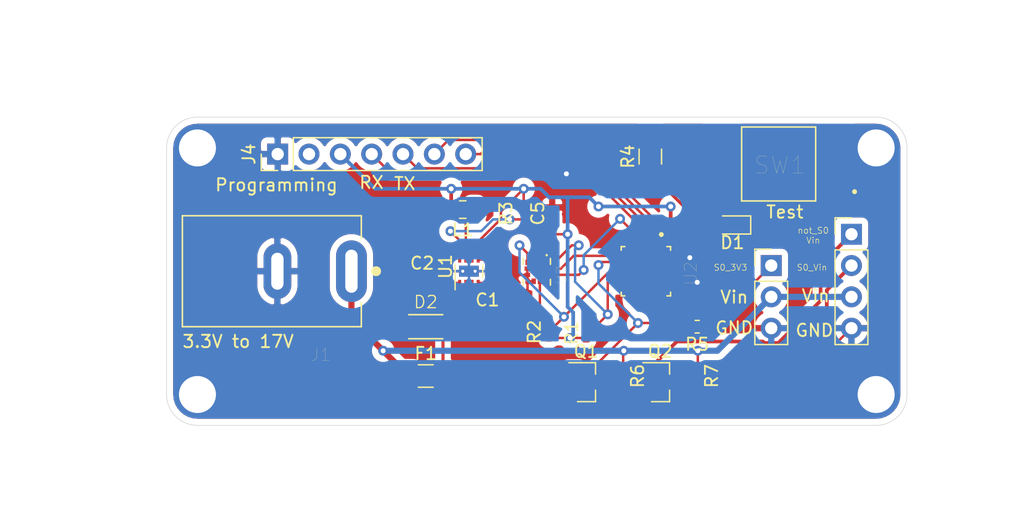
<source format=kicad_pcb>
(kicad_pcb (version 20171130) (host pcbnew "(5.1.6)-1")

  (general
    (thickness 1.6)
    (drawings 20)
    (tracks 248)
    (zones 0)
    (modules 24)
    (nets 33)
  )

  (page A4)
  (layers
    (0 F.Cu signal)
    (31 B.Cu signal)
    (32 B.Adhes user)
    (33 F.Adhes user)
    (34 B.Paste user)
    (35 F.Paste user)
    (36 B.SilkS user)
    (37 F.SilkS user)
    (38 B.Mask user)
    (39 F.Mask user)
    (40 Dwgs.User user)
    (41 Cmts.User user)
    (42 Eco1.User user)
    (43 Eco2.User user)
    (44 Edge.Cuts user)
    (45 Margin user)
    (46 B.CrtYd user)
    (47 F.CrtYd user)
    (48 B.Fab user)
    (49 F.Fab user)
  )

  (setup
    (last_trace_width 0.25)
    (user_trace_width 0.2)
    (user_trace_width 0.3)
    (trace_clearance 0.2)
    (zone_clearance 0.508)
    (zone_45_only no)
    (trace_min 0.2)
    (via_size 0.8)
    (via_drill 0.4)
    (via_min_size 0.4)
    (via_min_drill 0.3)
    (user_via 3.5 3)
    (uvia_size 0.3)
    (uvia_drill 0.1)
    (uvias_allowed no)
    (uvia_min_size 0.2)
    (uvia_min_drill 0.1)
    (edge_width 0.05)
    (segment_width 0.2)
    (pcb_text_width 0.3)
    (pcb_text_size 1.5 1.5)
    (mod_edge_width 0.12)
    (mod_text_size 1 1)
    (mod_text_width 0.15)
    (pad_size 2.45 2.45)
    (pad_drill 0)
    (pad_to_mask_clearance 0.05)
    (aux_axis_origin 0 0)
    (visible_elements 7FFFFFFF)
    (pcbplotparams
      (layerselection 0x010fc_ffffffff)
      (usegerberextensions false)
      (usegerberattributes true)
      (usegerberadvancedattributes true)
      (creategerberjobfile true)
      (excludeedgelayer true)
      (linewidth 0.100000)
      (plotframeref false)
      (viasonmask false)
      (mode 1)
      (useauxorigin false)
      (hpglpennumber 1)
      (hpglpenspeed 20)
      (hpglpendiameter 15.000000)
      (psnegative false)
      (psa4output false)
      (plotreference true)
      (plotvalue true)
      (plotinvisibletext false)
      (padsonsilk false)
      (subtractmaskfromsilk false)
      (outputformat 1)
      (mirror false)
      (drillshape 0)
      (scaleselection 1)
      (outputdirectory "plots/"))
  )

  (net 0 "")
  (net 1 GND)
  (net 2 "Net-(C1-Pad1)")
  (net 3 +3V3)
  (net 4 "Net-(D1-Pad2)")
  (net 5 Vin)
  (net 6 S0_3V3)
  (net 7 S0_Vin)
  (net 8 notS0_Vin)
  (net 9 SBWTCK)
  (net 10 SBWTDIO)
  (net 11 TXD)
  (net 12 RXD)
  (net 13 "Net-(J4-Pad2)")
  (net 14 "Net-(L1-Pad1)")
  (net 15 S0_INT)
  (net 16 SCL)
  (net 17 SDA)
  (net 18 PG)
  (net 19 L0)
  (net 20 SW0)
  (net 21 "Net-(U2-Pad17)")
  (net 22 "Net-(U2-Pad16)")
  (net 23 "Net-(U2-Pad15)")
  (net 24 "Net-(U2-Pad14)")
  (net 25 "Net-(U2-Pad6)")
  (net 26 INT2)
  (net 27 "Net-(U2-Pad22)")
  (net 28 "Net-(U2-Pad21)")
  (net 29 "Net-(U2-Pad19)")
  (net 30 "Net-(U2-Pad12)")
  (net 31 "Net-(U2-Pad11)")
  (net 32 INT1)

  (net_class Default "This is the default net class."
    (clearance 0.2)
    (trace_width 0.25)
    (via_dia 0.8)
    (via_drill 0.4)
    (uvia_dia 0.3)
    (uvia_drill 0.1)
    (add_net +3V3)
    (add_net GND)
    (add_net INT1)
    (add_net INT2)
    (add_net L0)
    (add_net "Net-(C1-Pad1)")
    (add_net "Net-(D1-Pad2)")
    (add_net "Net-(J4-Pad2)")
    (add_net "Net-(L1-Pad1)")
    (add_net "Net-(U2-Pad11)")
    (add_net "Net-(U2-Pad12)")
    (add_net "Net-(U2-Pad14)")
    (add_net "Net-(U2-Pad15)")
    (add_net "Net-(U2-Pad16)")
    (add_net "Net-(U2-Pad17)")
    (add_net "Net-(U2-Pad19)")
    (add_net "Net-(U2-Pad21)")
    (add_net "Net-(U2-Pad22)")
    (add_net "Net-(U2-Pad6)")
    (add_net PG)
    (add_net RXD)
    (add_net S0_3V3)
    (add_net S0_INT)
    (add_net S0_Vin)
    (add_net SBWTCK)
    (add_net SBWTDIO)
    (add_net SCL)
    (add_net SDA)
    (add_net SW0)
    (add_net TXD)
    (add_net Vin)
    (add_net notS0_Vin)
  )

  (module FSM4JSMA:TE_FSM4JSMA (layer F.Cu) (tedit 5F8F575D) (tstamp 5F8FC1F2)
    (at 128.6 62.8 180)
    (path /5F922F9E)
    (fp_text reference SW1 (at -0.1 -0.1) (layer F.SilkS)
      (effects (font (size 1.401835 1.401835) (thickness 0.015)))
    )
    (fp_text value FSM4JSMA (at 4.06504 4.44616) (layer F.Fab)
      (effects (font (size 1.400362 1.400362) (thickness 0.015)))
    )
    (fp_line (start -5.9 3.25) (end 5.9 3.25) (layer F.CrtYd) (width 0.05))
    (fp_line (start 5.9 3.25) (end 5.9 -3.25) (layer F.CrtYd) (width 0.05))
    (fp_line (start 5.9 -3.25) (end -5.9 -3.25) (layer F.CrtYd) (width 0.05))
    (fp_line (start -5.9 -3.25) (end -5.9 3.25) (layer F.CrtYd) (width 0.05))
    (fp_line (start -3 3) (end 3 3) (layer F.Fab) (width 0.127))
    (fp_line (start 3 3) (end 3 -3) (layer F.Fab) (width 0.127))
    (fp_line (start 3 -3) (end -3 -3) (layer F.Fab) (width 0.127))
    (fp_line (start -3 -3) (end -3 3) (layer F.Fab) (width 0.127))
    (fp_line (start -3 3) (end -3 -3) (layer F.SilkS) (width 0.127))
    (fp_line (start -3 -3) (end 3 -3) (layer F.SilkS) (width 0.127))
    (fp_line (start 3 -3) (end 3 3) (layer F.SilkS) (width 0.127))
    (fp_line (start 3 3) (end -3 3) (layer F.SilkS) (width 0.127))
    (fp_circle (center -6.151 -2.249) (end -6.051 -2.249) (layer F.SilkS) (width 0.2))
    (pad 2 smd rect (at 4.55 -2.24 180) (size 2.1 1.38) (layers F.Cu F.Paste F.Mask)
      (net 20 SW0))
    (pad 4 smd rect (at 4.55 2.24 180) (size 2.1 1.38) (layers F.Cu F.Paste F.Mask)
      (net 1 GND))
    (pad 1 smd rect (at -4.55 -2.24 180) (size 2.1 1.38) (layers F.Cu F.Paste F.Mask)
      (net 20 SW0))
    (pad 3 smd rect (at -4.55 2.24 180) (size 2.1 1.38) (layers F.Cu F.Paste F.Mask)
      (net 1 GND))
    (model ${KIPRJMOD}/Components/FSM4JSMA/FSM4JSMA.STEP
      (at (xyz 0 0 0))
      (scale (xyz 1 1 1))
      (rotate (xyz -90 0 90))
    )
  )

  (module LIS2DH12TR:PQFN50P200X200100-12N (layer F.Cu) (tedit 5F8CF91F) (tstamp 5F8D7794)
    (at 109 71.55 270)
    (path /5F952488)
    (fp_text reference U3 (at 0.26154 -2.02186 90) (layer F.SilkS)
      (effects (font (size 0.810205 0.810205) (thickness 0.015)))
    )
    (fp_text value LIS2DH12TR (at 8.69633 1.89168 90) (layer F.Fab)
      (effects (font (size 0.810409 0.810409) (thickness 0.015)))
    )
    (fp_line (start -1.08 -1.08) (end 1.08 -1.08) (layer F.Fab) (width 0.127))
    (fp_line (start 1.08 -1.08) (end 1.08 1.08) (layer F.Fab) (width 0.127))
    (fp_line (start 1.08 1.08) (end -1.08 1.08) (layer F.Fab) (width 0.127))
    (fp_line (start -1.08 1.08) (end -1.08 -1.08) (layer F.Fab) (width 0.127))
    (fp_line (start -1.24 -1.24) (end 1.24 -1.24) (layer F.CrtYd) (width 0.05))
    (fp_line (start 1.24 -1.24) (end 1.24 1.24) (layer F.CrtYd) (width 0.05))
    (fp_line (start 1.24 1.24) (end -1.24 1.24) (layer F.CrtYd) (width 0.05))
    (fp_line (start -1.24 1.24) (end -1.24 -1.24) (layer F.CrtYd) (width 0.05))
    (fp_circle (center -1.35 -0.8) (end -1.3 -0.8) (layer F.SilkS) (width 0.1))
    (fp_line (start -1.08 -1.105) (end -0.61 -1.105) (layer F.SilkS) (width 0.127))
    (fp_line (start 1.08 1.105) (end 0.61 1.105) (layer F.SilkS) (width 0.127))
    (fp_line (start -0.61 1.105) (end -1.08 1.105) (layer F.SilkS) (width 0.127))
    (fp_line (start 0.61 -1.105) (end 1.08 -1.105) (layer F.SilkS) (width 0.127))
    (fp_circle (center -0.78 -0.8) (end -0.73 -0.8) (layer F.Fab) (width 0.1))
    (pad 5 smd rect (at -0.265 0.765 270) (size 0.35 0.45) (layers F.Cu F.Paste F.Mask)
      (net 1 GND))
    (pad 6 smd rect (at 0.25 0.765 270) (size 0.35 0.45) (layers F.Cu F.Paste F.Mask)
      (net 1 GND))
    (pad 11 smd rect (at 0.25 -0.765 270) (size 0.35 0.45) (layers F.Cu F.Paste F.Mask)
      (net 26 INT2))
    (pad 12 smd rect (at -0.25 -0.765 270) (size 0.35 0.45) (layers F.Cu F.Paste F.Mask)
      (net 32 INT1))
    (pad 7 smd rect (at 0.765 0.75 270) (size 0.45 0.35) (layers F.Cu F.Paste F.Mask)
      (net 1 GND))
    (pad 8 smd rect (at 0.765 0.25 270) (size 0.45 0.35) (layers F.Cu F.Paste F.Mask)
      (net 1 GND))
    (pad 9 smd rect (at 0.765 -0.25 270) (size 0.45 0.35) (layers F.Cu F.Paste F.Mask)
      (net 3 +3V3))
    (pad 10 smd rect (at 0.765 -0.75 270) (size 0.45 0.35) (layers F.Cu F.Paste F.Mask)
      (net 3 +3V3))
    (pad 4 smd rect (at -0.765 0.75 270) (size 0.45 0.35) (layers F.Cu F.Paste F.Mask)
      (net 17 SDA))
    (pad 1 smd rect (at -0.765 -0.75 270) (size 0.45 0.35) (layers F.Cu F.Paste F.Mask)
      (net 16 SCL))
    (pad 3 smd rect (at -0.765 0.25 270) (size 0.45 0.35) (layers F.Cu F.Paste F.Mask)
      (net 1 GND))
    (pad 2 smd rect (at -0.765 -0.25 270) (size 0.45 0.35) (layers F.Cu F.Paste F.Mask)
      (net 3 +3V3))
    (model ${KIPRJMOD}/Components/LIS2DH12TR/LIS2DH12TR--3DModel-STEP-56544.STEP
      (at (xyz 0 0 0))
      (scale (xyz 1 1 1))
      (rotate (xyz -90 0 180))
    )
  )

  (module LED_SMD:LED_0603_1608Metric (layer F.Cu) (tedit 5B301BBE) (tstamp 5F870E16)
    (at 124.85 67.75 180)
    (descr "LED SMD 0603 (1608 Metric), square (rectangular) end terminal, IPC_7351 nominal, (Body size source: http://www.tortai-tech.com/upload/download/2011102023233369053.pdf), generated with kicad-footprint-generator")
    (tags diode)
    (path /5F84ECB4)
    (attr smd)
    (fp_text reference D1 (at 0 -1.43) (layer F.SilkS)
      (effects (font (size 1 1) (thickness 0.15)))
    )
    (fp_text value LED (at 0 1.43) (layer F.Fab)
      (effects (font (size 1 1) (thickness 0.15)))
    )
    (fp_line (start 0.8 -0.4) (end -0.5 -0.4) (layer F.Fab) (width 0.1))
    (fp_line (start -0.5 -0.4) (end -0.8 -0.1) (layer F.Fab) (width 0.1))
    (fp_line (start -0.8 -0.1) (end -0.8 0.4) (layer F.Fab) (width 0.1))
    (fp_line (start -0.8 0.4) (end 0.8 0.4) (layer F.Fab) (width 0.1))
    (fp_line (start 0.8 0.4) (end 0.8 -0.4) (layer F.Fab) (width 0.1))
    (fp_line (start 0.8 -0.735) (end -1.485 -0.735) (layer F.SilkS) (width 0.12))
    (fp_line (start -1.485 -0.735) (end -1.485 0.735) (layer F.SilkS) (width 0.12))
    (fp_line (start -1.485 0.735) (end 0.8 0.735) (layer F.SilkS) (width 0.12))
    (fp_line (start -1.48 0.73) (end -1.48 -0.73) (layer F.CrtYd) (width 0.05))
    (fp_line (start -1.48 -0.73) (end 1.48 -0.73) (layer F.CrtYd) (width 0.05))
    (fp_line (start 1.48 -0.73) (end 1.48 0.73) (layer F.CrtYd) (width 0.05))
    (fp_line (start 1.48 0.73) (end -1.48 0.73) (layer F.CrtYd) (width 0.05))
    (fp_text user %R (at 0 0) (layer F.Fab)
      (effects (font (size 0.4 0.4) (thickness 0.06)))
    )
    (pad 2 smd roundrect (at 0.7875 0 180) (size 0.875 0.95) (layers F.Cu F.Paste F.Mask) (roundrect_rratio 0.25)
      (net 4 "Net-(D1-Pad2)"))
    (pad 1 smd roundrect (at -0.7875 0 180) (size 0.875 0.95) (layers F.Cu F.Paste F.Mask) (roundrect_rratio 0.25)
      (net 1 GND))
    (model ${KISYS3DMOD}/LED_SMD.3dshapes/LED_0603_1608Metric.wrl
      (at (xyz 0 0 0))
      (scale (xyz 1 1 1))
      (rotate (xyz 0 0 0))
    )
  )

  (module Connector_PinHeader_2.54mm:PinHeader_1x07_P2.54mm_Vertical (layer F.Cu) (tedit 59FED5CC) (tstamp 5F877124)
    (at 88 62 90)
    (descr "Through hole straight pin header, 1x07, 2.54mm pitch, single row")
    (tags "Through hole pin header THT 1x07 2.54mm single row")
    (path /5F860C48)
    (fp_text reference J4 (at 0 -2.33 90) (layer F.SilkS)
      (effects (font (size 1 1) (thickness 0.15)))
    )
    (fp_text value Conn_01x07_Male (at 0 17.57 90) (layer F.Fab)
      (effects (font (size 1 1) (thickness 0.15)))
    )
    (fp_line (start -0.635 -1.27) (end 1.27 -1.27) (layer F.Fab) (width 0.1))
    (fp_line (start 1.27 -1.27) (end 1.27 16.51) (layer F.Fab) (width 0.1))
    (fp_line (start 1.27 16.51) (end -1.27 16.51) (layer F.Fab) (width 0.1))
    (fp_line (start -1.27 16.51) (end -1.27 -0.635) (layer F.Fab) (width 0.1))
    (fp_line (start -1.27 -0.635) (end -0.635 -1.27) (layer F.Fab) (width 0.1))
    (fp_line (start -1.33 16.57) (end 1.33 16.57) (layer F.SilkS) (width 0.12))
    (fp_line (start -1.33 1.27) (end -1.33 16.57) (layer F.SilkS) (width 0.12))
    (fp_line (start 1.33 1.27) (end 1.33 16.57) (layer F.SilkS) (width 0.12))
    (fp_line (start -1.33 1.27) (end 1.33 1.27) (layer F.SilkS) (width 0.12))
    (fp_line (start -1.33 0) (end -1.33 -1.33) (layer F.SilkS) (width 0.12))
    (fp_line (start -1.33 -1.33) (end 0 -1.33) (layer F.SilkS) (width 0.12))
    (fp_line (start -1.8 -1.8) (end -1.8 17.05) (layer F.CrtYd) (width 0.05))
    (fp_line (start -1.8 17.05) (end 1.8 17.05) (layer F.CrtYd) (width 0.05))
    (fp_line (start 1.8 17.05) (end 1.8 -1.8) (layer F.CrtYd) (width 0.05))
    (fp_line (start 1.8 -1.8) (end -1.8 -1.8) (layer F.CrtYd) (width 0.05))
    (fp_text user %R (at 0 7.62) (layer F.Fab)
      (effects (font (size 1 1) (thickness 0.15)))
    )
    (pad 7 thru_hole oval (at 0 15.24 90) (size 1.7 1.7) (drill 1) (layers *.Cu *.Mask)
      (net 9 SBWTCK))
    (pad 6 thru_hole oval (at 0 12.7 90) (size 1.7 1.7) (drill 1) (layers *.Cu *.Mask)
      (net 10 SBWTDIO))
    (pad 5 thru_hole oval (at 0 10.16 90) (size 1.7 1.7) (drill 1) (layers *.Cu *.Mask)
      (net 11 TXD))
    (pad 4 thru_hole oval (at 0 7.62 90) (size 1.7 1.7) (drill 1) (layers *.Cu *.Mask)
      (net 12 RXD))
    (pad 3 thru_hole oval (at 0 5.08 90) (size 1.7 1.7) (drill 1) (layers *.Cu *.Mask)
      (net 3 +3V3))
    (pad 2 thru_hole oval (at 0 2.54 90) (size 1.7 1.7) (drill 1) (layers *.Cu *.Mask)
      (net 13 "Net-(J4-Pad2)"))
    (pad 1 thru_hole rect (at 0 0 90) (size 1.7 1.7) (drill 1) (layers *.Cu *.Mask)
      (net 1 GND))
    (model ${KISYS3DMOD}/Connector_PinHeader_2.54mm.3dshapes/PinHeader_1x07_P2.54mm_Vertical.wrl
      (at (xyz 0 0 0))
      (scale (xyz 1 1 1))
      (rotate (xyz 0 0 0))
    )
  )

  (module MSP430FR2433:QFN50P400X400X100-25N (layer F.Cu) (tedit 5F8F5ACB) (tstamp 5F871011)
    (at 117.84 71.5 270)
    (path /5F8265C7)
    (fp_text reference U2 (at 0.175 -3.635 90) (layer F.SilkS)
      (effects (font (size 1 1) (thickness 0.015)))
    )
    (fp_text value MSP430FR2433IRGER (at 10.335 3.635 90) (layer F.Fab)
      (effects (font (size 1 1) (thickness 0.015)))
    )
    (fp_poly (pts (xy -0.775 -0.775) (xy 0.775 -0.775) (xy 0.775 0.775) (xy -0.775 0.775)) (layer F.Paste) (width 0.01))
    (fp_circle (center -2.975 -1.25) (end -2.875 -1.25) (layer F.SilkS) (width 0.2))
    (fp_circle (center -2.975 -1.25) (end -2.875 -1.25) (layer F.Fab) (width 0.2))
    (fp_line (start 2 2) (end -2 2) (layer F.Fab) (width 0.127))
    (fp_line (start 2 -2) (end -2 -2) (layer F.Fab) (width 0.127))
    (fp_line (start 2 2) (end 2 -2) (layer F.Fab) (width 0.127))
    (fp_line (start -2 2) (end -2 -2) (layer F.Fab) (width 0.127))
    (fp_line (start 2 2) (end 1.705 2) (layer F.SilkS) (width 0.127))
    (fp_line (start 2 -2) (end 1.705 -2) (layer F.SilkS) (width 0.127))
    (fp_line (start -2 2) (end -1.705 2) (layer F.SilkS) (width 0.127))
    (fp_line (start -2 -2) (end -1.705 -2) (layer F.SilkS) (width 0.127))
    (fp_line (start 2 2) (end 2 1.705) (layer F.SilkS) (width 0.127))
    (fp_line (start 2 -2) (end 2 -1.705) (layer F.SilkS) (width 0.127))
    (fp_line (start -2 2) (end -2 1.705) (layer F.SilkS) (width 0.127))
    (fp_line (start -2 -2) (end -2 -1.705) (layer F.SilkS) (width 0.127))
    (fp_line (start -2.615 2.615) (end 2.615 2.615) (layer F.CrtYd) (width 0.05))
    (fp_line (start -2.615 -2.615) (end 2.615 -2.615) (layer F.CrtYd) (width 0.05))
    (fp_line (start -2.615 2.615) (end -2.615 -2.615) (layer F.CrtYd) (width 0.05))
    (fp_line (start 2.615 2.615) (end 2.615 -2.615) (layer F.CrtYd) (width 0.05))
    (pad 25 smd rect (at 0 0 270) (size 2.45 2.45) (layers F.Cu F.Mask)
      (net 1 GND))
    (pad 18 smd rect (at 1.935 -1.25 270) (size 0.86 0.27) (layers F.Cu F.Paste F.Mask)
      (net 1 GND))
    (pad 17 smd rect (at 1.935 -0.75 270) (size 0.86 0.27) (layers F.Cu F.Paste F.Mask)
      (net 21 "Net-(U2-Pad17)"))
    (pad 16 smd rect (at 1.935 -0.25 270) (size 0.86 0.27) (layers F.Cu F.Paste F.Mask)
      (net 22 "Net-(U2-Pad16)"))
    (pad 15 smd rect (at 1.935 0.25 270) (size 0.86 0.27) (layers F.Cu F.Paste F.Mask)
      (net 23 "Net-(U2-Pad15)"))
    (pad 14 smd rect (at 1.935 0.75 270) (size 0.86 0.27) (layers F.Cu F.Paste F.Mask)
      (net 24 "Net-(U2-Pad14)"))
    (pad 13 smd rect (at 1.935 1.25 270) (size 0.86 0.27) (layers F.Cu F.Paste F.Mask)
      (net 20 SW0))
    (pad 6 smd rect (at -1.935 1.25 270) (size 0.86 0.27) (layers F.Cu F.Paste F.Mask)
      (net 25 "Net-(U2-Pad6)"))
    (pad 5 smd rect (at -1.935 0.75 270) (size 0.86 0.27) (layers F.Cu F.Paste F.Mask)
      (net 26 INT2))
    (pad 4 smd rect (at -1.935 0.25 270) (size 0.86 0.27) (layers F.Cu F.Paste F.Mask)
      (net 12 RXD))
    (pad 3 smd rect (at -1.935 -0.25 270) (size 0.86 0.27) (layers F.Cu F.Paste F.Mask)
      (net 11 TXD))
    (pad 2 smd rect (at -1.935 -0.75 270) (size 0.86 0.27) (layers F.Cu F.Paste F.Mask)
      (net 9 SBWTCK))
    (pad 1 smd rect (at -1.935 -1.25 270) (size 0.86 0.27) (layers F.Cu F.Paste F.Mask)
      (net 10 SBWTDIO))
    (pad 24 smd rect (at -1.25 -1.935 270) (size 0.27 0.86) (layers F.Cu F.Paste F.Mask)
      (net 3 +3V3))
    (pad 23 smd rect (at -0.75 -1.935 270) (size 0.27 0.86) (layers F.Cu F.Paste F.Mask)
      (net 1 GND))
    (pad 22 smd rect (at -0.25 -1.935 270) (size 0.27 0.86) (layers F.Cu F.Paste F.Mask)
      (net 27 "Net-(U2-Pad22)"))
    (pad 21 smd rect (at 0.25 -1.935 270) (size 0.27 0.86) (layers F.Cu F.Paste F.Mask)
      (net 28 "Net-(U2-Pad21)"))
    (pad 20 smd rect (at 0.75 -1.935 270) (size 0.27 0.86) (layers F.Cu F.Paste F.Mask)
      (net 19 L0))
    (pad 19 smd rect (at 1.25 -1.935 270) (size 0.27 0.86) (layers F.Cu F.Paste F.Mask)
      (net 29 "Net-(U2-Pad19)"))
    (pad 12 smd rect (at 1.25 1.935 270) (size 0.27 0.86) (layers F.Cu F.Paste F.Mask)
      (net 30 "Net-(U2-Pad12)"))
    (pad 11 smd rect (at 0.75 1.935 270) (size 0.27 0.86) (layers F.Cu F.Paste F.Mask)
      (net 31 "Net-(U2-Pad11)"))
    (pad 10 smd rect (at 0.25 1.935 270) (size 0.27 0.86) (layers F.Cu F.Paste F.Mask)
      (net 16 SCL))
    (pad 9 smd rect (at -0.25 1.935 270) (size 0.27 0.86) (layers F.Cu F.Paste F.Mask)
      (net 17 SDA))
    (pad 8 smd rect (at -0.75 1.935 270) (size 0.27 0.86) (layers F.Cu F.Paste F.Mask)
      (net 15 S0_INT))
    (pad 7 smd rect (at -1.25 1.935 270) (size 0.27 0.86) (layers F.Cu F.Paste F.Mask)
      (net 32 INT1))
    (model ${KIPRJMOD}/Components/MSP430FR2433IRGER/MSP430FR2433IRGER.STEP
      (at (xyz 0 0 0))
      (scale (xyz 1 1 1))
      (rotate (xyz -90 0 0))
    )
  )

  (module Package_SON:WSON-8-1EP_2x2mm_P0.5mm_EP0.9x1.6mm_ThermalVias (layer F.Cu) (tedit 5A65F72D) (tstamp 5F870FE1)
    (at 103.5 71.5 90)
    (descr "8-Lead Plastic WSON, 2x2mm Body, 0.5mm Pitch, WSON-8, http://www.ti.com/lit/ds/symlink/lm27761.pdf")
    (tags "WSON 8 1EP ThermalVias")
    (path /5F829D5F)
    (attr smd)
    (fp_text reference U1 (at 0.38 -1.9 90) (layer F.SilkS)
      (effects (font (size 1 1) (thickness 0.15)))
    )
    (fp_text value TPS62172DSG (at 0.01 2.14 90) (layer F.Fab)
      (effects (font (size 1 1) (thickness 0.15)))
    )
    (fp_line (start -0.5 -1) (end -1 -0.5) (layer F.Fab) (width 0.1))
    (fp_line (start -1 1) (end -1 -0.5) (layer F.Fab) (width 0.1))
    (fp_line (start 1 1) (end -1 1) (layer F.Fab) (width 0.1))
    (fp_line (start 1 -1) (end 1 1) (layer F.Fab) (width 0.1))
    (fp_line (start -0.5 -1) (end 1 -1) (layer F.Fab) (width 0.1))
    (fp_line (start -1.6 -1.25) (end -1.6 1.25) (layer F.CrtYd) (width 0.05))
    (fp_line (start 1.6 -1.25) (end 1.6 1.25) (layer F.CrtYd) (width 0.05))
    (fp_line (start -1.6 -1.25) (end 1.6 -1.25) (layer F.CrtYd) (width 0.05))
    (fp_line (start -1.6 1.25) (end 1.6 1.25) (layer F.CrtYd) (width 0.05))
    (fp_line (start 0.5 1.12) (end -0.5 1.12) (layer F.SilkS) (width 0.12))
    (fp_line (start -1.5 -1.12) (end 0.5 -1.12) (layer F.SilkS) (width 0.12))
    (fp_text user %R (at 0 0 90) (layer F.Fab)
      (effects (font (size 0.7 0.7) (thickness 0.1)))
    )
    (pad "" smd rect (at 0 -0.4 90) (size 0.75 0.65) (layers F.Paste))
    (pad "" smd rect (at 0 0.4 90) (size 0.75 0.65) (layers F.Paste))
    (pad 9 smd rect (at 0 0 90) (size 0.9 1.6) (layers B.Cu)
      (net 1 GND))
    (pad 6 smd rect (at 0.95 0.25 90) (size 0.5 0.25) (layers F.Cu F.Paste F.Mask)
      (net 3 +3V3))
    (pad 5 smd rect (at 0.95 0.75 90) (size 0.5 0.25) (layers F.Cu F.Paste F.Mask)
      (net 1 GND))
    (pad 4 smd rect (at -0.95 0.75 90) (size 0.5 0.25) (layers F.Cu F.Paste F.Mask)
      (net 1 GND))
    (pad 2 smd rect (at -0.95 -0.25 90) (size 0.5 0.25) (layers F.Cu F.Paste F.Mask)
      (net 2 "Net-(C1-Pad1)"))
    (pad 1 smd rect (at -0.95 -0.75 90) (size 0.5 0.25) (layers F.Cu F.Paste F.Mask)
      (net 1 GND))
    (pad 9 smd rect (at 0 0 90) (size 0.9 1.6) (layers F.Cu F.Mask)
      (net 1 GND))
    (pad 9 thru_hole circle (at 0 0.5 90) (size 0.6 0.6) (drill 0.25) (layers *.Cu)
      (net 1 GND))
    (pad 9 thru_hole circle (at 0 -0.5 90) (size 0.6 0.6) (drill 0.25) (layers *.Cu)
      (net 1 GND))
    (pad 8 smd rect (at 0.95 -0.75 90) (size 0.5 0.25) (layers F.Cu F.Paste F.Mask)
      (net 18 PG))
    (pad 7 smd rect (at 0.95 -0.25 90) (size 0.5 0.25) (layers F.Cu F.Paste F.Mask)
      (net 14 "Net-(L1-Pad1)"))
    (pad 3 smd rect (at -0.95 0.25 90) (size 0.5 0.25) (layers F.Cu F.Paste F.Mask)
      (net 2 "Net-(C1-Pad1)"))
    (model ${KISYS3DMOD}/Package_SON.3dshapes/WSON-8-1EP_2x2mm_P0.5mm_EP0.9x1.6mm.wrl
      (at (xyz 0 0 0))
      (scale (xyz 1 1 1))
      (rotate (xyz 0 0 0))
    )
  )

  (module Resistor_SMD:R_0402_1005Metric (layer F.Cu) (tedit 5B301BBD) (tstamp 5F870F9D)
    (at 122 80 270)
    (descr "Resistor SMD 0402 (1005 Metric), square (rectangular) end terminal, IPC_7351 nominal, (Body size source: http://www.tortai-tech.com/upload/download/2011102023233369053.pdf), generated with kicad-footprint-generator")
    (tags resistor)
    (path /5F87B9C1)
    (attr smd)
    (fp_text reference R7 (at 0 -1.17 90) (layer F.SilkS)
      (effects (font (size 1 1) (thickness 0.15)))
    )
    (fp_text value 4.7k (at 0 1.17 90) (layer F.Fab)
      (effects (font (size 1 1) (thickness 0.15)))
    )
    (fp_line (start -0.5 0.25) (end -0.5 -0.25) (layer F.Fab) (width 0.1))
    (fp_line (start -0.5 -0.25) (end 0.5 -0.25) (layer F.Fab) (width 0.1))
    (fp_line (start 0.5 -0.25) (end 0.5 0.25) (layer F.Fab) (width 0.1))
    (fp_line (start 0.5 0.25) (end -0.5 0.25) (layer F.Fab) (width 0.1))
    (fp_line (start -0.93 0.47) (end -0.93 -0.47) (layer F.CrtYd) (width 0.05))
    (fp_line (start -0.93 -0.47) (end 0.93 -0.47) (layer F.CrtYd) (width 0.05))
    (fp_line (start 0.93 -0.47) (end 0.93 0.47) (layer F.CrtYd) (width 0.05))
    (fp_line (start 0.93 0.47) (end -0.93 0.47) (layer F.CrtYd) (width 0.05))
    (fp_text user %R (at 0 0 90) (layer F.Fab)
      (effects (font (size 0.25 0.25) (thickness 0.04)))
    )
    (pad 2 smd roundrect (at 0.485 0 270) (size 0.59 0.64) (layers F.Cu F.Paste F.Mask) (roundrect_rratio 0.25)
      (net 7 S0_Vin))
    (pad 1 smd roundrect (at -0.485 0 270) (size 0.59 0.64) (layers F.Cu F.Paste F.Mask) (roundrect_rratio 0.25)
      (net 5 Vin))
    (model ${KISYS3DMOD}/Resistor_SMD.3dshapes/R_0402_1005Metric.wrl
      (at (xyz 0 0 0))
      (scale (xyz 1 1 1))
      (rotate (xyz 0 0 0))
    )
  )

  (module Resistor_SMD:R_0402_1005Metric (layer F.Cu) (tedit 5B301BBD) (tstamp 5F870F8E)
    (at 116 80 270)
    (descr "Resistor SMD 0402 (1005 Metric), square (rectangular) end terminal, IPC_7351 nominal, (Body size source: http://www.tortai-tech.com/upload/download/2011102023233369053.pdf), generated with kicad-footprint-generator")
    (tags resistor)
    (path /5F87AEB6)
    (attr smd)
    (fp_text reference R6 (at 0 -1.17 90) (layer F.SilkS)
      (effects (font (size 1 1) (thickness 0.15)))
    )
    (fp_text value 4.7k (at 0 1.17 90) (layer F.Fab)
      (effects (font (size 1 1) (thickness 0.15)))
    )
    (fp_line (start -0.5 0.25) (end -0.5 -0.25) (layer F.Fab) (width 0.1))
    (fp_line (start -0.5 -0.25) (end 0.5 -0.25) (layer F.Fab) (width 0.1))
    (fp_line (start 0.5 -0.25) (end 0.5 0.25) (layer F.Fab) (width 0.1))
    (fp_line (start 0.5 0.25) (end -0.5 0.25) (layer F.Fab) (width 0.1))
    (fp_line (start -0.93 0.47) (end -0.93 -0.47) (layer F.CrtYd) (width 0.05))
    (fp_line (start -0.93 -0.47) (end 0.93 -0.47) (layer F.CrtYd) (width 0.05))
    (fp_line (start 0.93 -0.47) (end 0.93 0.47) (layer F.CrtYd) (width 0.05))
    (fp_line (start 0.93 0.47) (end -0.93 0.47) (layer F.CrtYd) (width 0.05))
    (fp_text user %R (at 0 0 90) (layer F.Fab)
      (effects (font (size 0.25 0.25) (thickness 0.04)))
    )
    (pad 2 smd roundrect (at 0.485 0 270) (size 0.59 0.64) (layers F.Cu F.Paste F.Mask) (roundrect_rratio 0.25)
      (net 8 notS0_Vin))
    (pad 1 smd roundrect (at -0.485 0 270) (size 0.59 0.64) (layers F.Cu F.Paste F.Mask) (roundrect_rratio 0.25)
      (net 5 Vin))
    (model ${KISYS3DMOD}/Resistor_SMD.3dshapes/R_0402_1005Metric.wrl
      (at (xyz 0 0 0))
      (scale (xyz 1 1 1))
      (rotate (xyz 0 0 0))
    )
  )

  (module Resistor_SMD:R_0603_1608Metric (layer F.Cu) (tedit 5B301BBD) (tstamp 5F870F7F)
    (at 122 76 180)
    (descr "Resistor SMD 0603 (1608 Metric), square (rectangular) end terminal, IPC_7351 nominal, (Body size source: http://www.tortai-tech.com/upload/download/2011102023233369053.pdf), generated with kicad-footprint-generator")
    (tags resistor)
    (path /5F8580C8)
    (attr smd)
    (fp_text reference R5 (at 0 -1.43) (layer F.SilkS)
      (effects (font (size 1 1) (thickness 0.15)))
    )
    (fp_text value 330 (at 0 1.43) (layer F.Fab)
      (effects (font (size 1 1) (thickness 0.15)))
    )
    (fp_line (start -0.8 0.4) (end -0.8 -0.4) (layer F.Fab) (width 0.1))
    (fp_line (start -0.8 -0.4) (end 0.8 -0.4) (layer F.Fab) (width 0.1))
    (fp_line (start 0.8 -0.4) (end 0.8 0.4) (layer F.Fab) (width 0.1))
    (fp_line (start 0.8 0.4) (end -0.8 0.4) (layer F.Fab) (width 0.1))
    (fp_line (start -0.162779 -0.51) (end 0.162779 -0.51) (layer F.SilkS) (width 0.12))
    (fp_line (start -0.162779 0.51) (end 0.162779 0.51) (layer F.SilkS) (width 0.12))
    (fp_line (start -1.48 0.73) (end -1.48 -0.73) (layer F.CrtYd) (width 0.05))
    (fp_line (start -1.48 -0.73) (end 1.48 -0.73) (layer F.CrtYd) (width 0.05))
    (fp_line (start 1.48 -0.73) (end 1.48 0.73) (layer F.CrtYd) (width 0.05))
    (fp_line (start 1.48 0.73) (end -1.48 0.73) (layer F.CrtYd) (width 0.05))
    (fp_text user %R (at 0 0) (layer F.Fab)
      (effects (font (size 0.4 0.4) (thickness 0.06)))
    )
    (pad 2 smd roundrect (at 0.7875 0 180) (size 0.875 0.95) (layers F.Cu F.Paste F.Mask) (roundrect_rratio 0.25)
      (net 15 S0_INT))
    (pad 1 smd roundrect (at -0.7875 0 180) (size 0.875 0.95) (layers F.Cu F.Paste F.Mask) (roundrect_rratio 0.25)
      (net 6 S0_3V3))
    (model ${KISYS3DMOD}/Resistor_SMD.3dshapes/R_0603_1608Metric.wrl
      (at (xyz 0 0 0))
      (scale (xyz 1 1 1))
      (rotate (xyz 0 0 0))
    )
  )

  (module Resistor_SMD:R_1206_3216Metric (layer F.Cu) (tedit 5B301BBD) (tstamp 5F870F6E)
    (at 118.2 62.2 90)
    (descr "Resistor SMD 1206 (3216 Metric), square (rectangular) end terminal, IPC_7351 nominal, (Body size source: http://www.tortai-tech.com/upload/download/2011102023233369053.pdf), generated with kicad-footprint-generator")
    (tags resistor)
    (path /5F84F587)
    (attr smd)
    (fp_text reference R4 (at 0 -1.82 90) (layer F.SilkS)
      (effects (font (size 1 1) (thickness 0.15)))
    )
    (fp_text value 100 (at 0 1.82 90) (layer F.Fab)
      (effects (font (size 1 1) (thickness 0.15)))
    )
    (fp_line (start -1.6 0.8) (end -1.6 -0.8) (layer F.Fab) (width 0.1))
    (fp_line (start -1.6 -0.8) (end 1.6 -0.8) (layer F.Fab) (width 0.1))
    (fp_line (start 1.6 -0.8) (end 1.6 0.8) (layer F.Fab) (width 0.1))
    (fp_line (start 1.6 0.8) (end -1.6 0.8) (layer F.Fab) (width 0.1))
    (fp_line (start -0.602064 -0.91) (end 0.602064 -0.91) (layer F.SilkS) (width 0.12))
    (fp_line (start -0.602064 0.91) (end 0.602064 0.91) (layer F.SilkS) (width 0.12))
    (fp_line (start -2.28 1.12) (end -2.28 -1.12) (layer F.CrtYd) (width 0.05))
    (fp_line (start -2.28 -1.12) (end 2.28 -1.12) (layer F.CrtYd) (width 0.05))
    (fp_line (start 2.28 -1.12) (end 2.28 1.12) (layer F.CrtYd) (width 0.05))
    (fp_line (start 2.28 1.12) (end -2.28 1.12) (layer F.CrtYd) (width 0.05))
    (fp_text user %R (at 0 0) (layer F.Fab)
      (effects (font (size 0.8 0.8) (thickness 0.12)))
    )
    (pad 2 smd roundrect (at 1.4 0 90) (size 1.25 1.75) (layers F.Cu F.Paste F.Mask) (roundrect_rratio 0.2)
      (net 4 "Net-(D1-Pad2)"))
    (pad 1 smd roundrect (at -1.4 0 90) (size 1.25 1.75) (layers F.Cu F.Paste F.Mask) (roundrect_rratio 0.2)
      (net 19 L0))
    (model ${KISYS3DMOD}/Resistor_SMD.3dshapes/R_1206_3216Metric.wrl
      (at (xyz 0 0 0))
      (scale (xyz 1 1 1))
      (rotate (xyz 0 0 0))
    )
  )

  (module Resistor_SMD:R_0402_1005Metric (layer F.Cu) (tedit 5B301BBD) (tstamp 5F870F5D)
    (at 108.03 66.81 270)
    (descr "Resistor SMD 0402 (1005 Metric), square (rectangular) end terminal, IPC_7351 nominal, (Body size source: http://www.tortai-tech.com/upload/download/2011102023233369053.pdf), generated with kicad-footprint-generator")
    (tags resistor)
    (path /5F83692A)
    (attr smd)
    (fp_text reference R3 (at 0 1.53 90) (layer F.SilkS)
      (effects (font (size 1 1) (thickness 0.15)))
    )
    (fp_text value 100k (at 0 1.17 90) (layer F.Fab)
      (effects (font (size 1 1) (thickness 0.15)))
    )
    (fp_line (start -0.5 0.25) (end -0.5 -0.25) (layer F.Fab) (width 0.1))
    (fp_line (start -0.5 -0.25) (end 0.5 -0.25) (layer F.Fab) (width 0.1))
    (fp_line (start 0.5 -0.25) (end 0.5 0.25) (layer F.Fab) (width 0.1))
    (fp_line (start 0.5 0.25) (end -0.5 0.25) (layer F.Fab) (width 0.1))
    (fp_line (start -0.93 0.47) (end -0.93 -0.47) (layer F.CrtYd) (width 0.05))
    (fp_line (start -0.93 -0.47) (end 0.93 -0.47) (layer F.CrtYd) (width 0.05))
    (fp_line (start 0.93 -0.47) (end 0.93 0.47) (layer F.CrtYd) (width 0.05))
    (fp_line (start 0.93 0.47) (end -0.93 0.47) (layer F.CrtYd) (width 0.05))
    (fp_text user %R (at 0 0 90) (layer F.Fab)
      (effects (font (size 0.25 0.25) (thickness 0.04)))
    )
    (pad 2 smd roundrect (at 0.485 0 270) (size 0.59 0.64) (layers F.Cu F.Paste F.Mask) (roundrect_rratio 0.25)
      (net 18 PG))
    (pad 1 smd roundrect (at -0.485 0 270) (size 0.59 0.64) (layers F.Cu F.Paste F.Mask) (roundrect_rratio 0.25)
      (net 3 +3V3))
    (model ${KISYS3DMOD}/Resistor_SMD.3dshapes/R_0402_1005Metric.wrl
      (at (xyz 0 0 0))
      (scale (xyz 1 1 1))
      (rotate (xyz 0 0 0))
    )
  )

  (module Resistor_SMD:R_0402_1005Metric (layer F.Cu) (tedit 5B301BBD) (tstamp 5F870F4E)
    (at 109.97 76.43 90)
    (descr "Resistor SMD 0402 (1005 Metric), square (rectangular) end terminal, IPC_7351 nominal, (Body size source: http://www.tortai-tech.com/upload/download/2011102023233369053.pdf), generated with kicad-footprint-generator")
    (tags resistor)
    (path /5F83BDA3)
    (attr smd)
    (fp_text reference R2 (at 0 -1.17 90) (layer F.SilkS)
      (effects (font (size 1 1) (thickness 0.15)))
    )
    (fp_text value 4.7k (at 0 1.17 90) (layer F.Fab)
      (effects (font (size 1 1) (thickness 0.15)))
    )
    (fp_line (start -0.5 0.25) (end -0.5 -0.25) (layer F.Fab) (width 0.1))
    (fp_line (start -0.5 -0.25) (end 0.5 -0.25) (layer F.Fab) (width 0.1))
    (fp_line (start 0.5 -0.25) (end 0.5 0.25) (layer F.Fab) (width 0.1))
    (fp_line (start 0.5 0.25) (end -0.5 0.25) (layer F.Fab) (width 0.1))
    (fp_line (start -0.93 0.47) (end -0.93 -0.47) (layer F.CrtYd) (width 0.05))
    (fp_line (start -0.93 -0.47) (end 0.93 -0.47) (layer F.CrtYd) (width 0.05))
    (fp_line (start 0.93 -0.47) (end 0.93 0.47) (layer F.CrtYd) (width 0.05))
    (fp_line (start 0.93 0.47) (end -0.93 0.47) (layer F.CrtYd) (width 0.05))
    (fp_text user %R (at 0 0 90) (layer F.Fab)
      (effects (font (size 0.25 0.25) (thickness 0.04)))
    )
    (pad 2 smd roundrect (at 0.485 0 90) (size 0.59 0.64) (layers F.Cu F.Paste F.Mask) (roundrect_rratio 0.25)
      (net 17 SDA))
    (pad 1 smd roundrect (at -0.485 0 90) (size 0.59 0.64) (layers F.Cu F.Paste F.Mask) (roundrect_rratio 0.25)
      (net 3 +3V3))
    (model ${KISYS3DMOD}/Resistor_SMD.3dshapes/R_0402_1005Metric.wrl
      (at (xyz 0 0 0))
      (scale (xyz 1 1 1))
      (rotate (xyz 0 0 0))
    )
  )

  (module Resistor_SMD:R_0402_1005Metric (layer F.Cu) (tedit 5B301BBD) (tstamp 5F870F3F)
    (at 113 76.5 90)
    (descr "Resistor SMD 0402 (1005 Metric), square (rectangular) end terminal, IPC_7351 nominal, (Body size source: http://www.tortai-tech.com/upload/download/2011102023233369053.pdf), generated with kicad-footprint-generator")
    (tags resistor)
    (path /5F83C388)
    (attr smd)
    (fp_text reference R1 (at 0 -1.17 90) (layer F.SilkS)
      (effects (font (size 1 1) (thickness 0.15)))
    )
    (fp_text value 4.7k (at 0 1.17 90) (layer F.Fab)
      (effects (font (size 1 1) (thickness 0.15)))
    )
    (fp_line (start -0.5 0.25) (end -0.5 -0.25) (layer F.Fab) (width 0.1))
    (fp_line (start -0.5 -0.25) (end 0.5 -0.25) (layer F.Fab) (width 0.1))
    (fp_line (start 0.5 -0.25) (end 0.5 0.25) (layer F.Fab) (width 0.1))
    (fp_line (start 0.5 0.25) (end -0.5 0.25) (layer F.Fab) (width 0.1))
    (fp_line (start -0.93 0.47) (end -0.93 -0.47) (layer F.CrtYd) (width 0.05))
    (fp_line (start -0.93 -0.47) (end 0.93 -0.47) (layer F.CrtYd) (width 0.05))
    (fp_line (start 0.93 -0.47) (end 0.93 0.47) (layer F.CrtYd) (width 0.05))
    (fp_line (start 0.93 0.47) (end -0.93 0.47) (layer F.CrtYd) (width 0.05))
    (fp_text user %R (at 0 0 90) (layer F.Fab)
      (effects (font (size 0.25 0.25) (thickness 0.04)))
    )
    (pad 2 smd roundrect (at 0.485 0 90) (size 0.59 0.64) (layers F.Cu F.Paste F.Mask) (roundrect_rratio 0.25)
      (net 16 SCL))
    (pad 1 smd roundrect (at -0.485 0 90) (size 0.59 0.64) (layers F.Cu F.Paste F.Mask) (roundrect_rratio 0.25)
      (net 3 +3V3))
    (model ${KISYS3DMOD}/Resistor_SMD.3dshapes/R_0402_1005Metric.wrl
      (at (xyz 0 0 0))
      (scale (xyz 1 1 1))
      (rotate (xyz 0 0 0))
    )
  )

  (module Package_TO_SOT_SMD:SOT-23 (layer F.Cu) (tedit 5A02FF57) (tstamp 5F870F30)
    (at 119 80.5)
    (descr "SOT-23, Standard")
    (tags SOT-23)
    (path /5F873CB9)
    (attr smd)
    (fp_text reference Q2 (at 0 -2.5) (layer F.SilkS)
      (effects (font (size 1 1) (thickness 0.15)))
    )
    (fp_text value 2N7002 (at 0 2.5) (layer F.Fab)
      (effects (font (size 1 1) (thickness 0.15)))
    )
    (fp_line (start -0.7 -0.95) (end -0.7 1.5) (layer F.Fab) (width 0.1))
    (fp_line (start -0.15 -1.52) (end 0.7 -1.52) (layer F.Fab) (width 0.1))
    (fp_line (start -0.7 -0.95) (end -0.15 -1.52) (layer F.Fab) (width 0.1))
    (fp_line (start 0.7 -1.52) (end 0.7 1.52) (layer F.Fab) (width 0.1))
    (fp_line (start -0.7 1.52) (end 0.7 1.52) (layer F.Fab) (width 0.1))
    (fp_line (start 0.76 1.58) (end 0.76 0.65) (layer F.SilkS) (width 0.12))
    (fp_line (start 0.76 -1.58) (end 0.76 -0.65) (layer F.SilkS) (width 0.12))
    (fp_line (start -1.7 -1.75) (end 1.7 -1.75) (layer F.CrtYd) (width 0.05))
    (fp_line (start 1.7 -1.75) (end 1.7 1.75) (layer F.CrtYd) (width 0.05))
    (fp_line (start 1.7 1.75) (end -1.7 1.75) (layer F.CrtYd) (width 0.05))
    (fp_line (start -1.7 1.75) (end -1.7 -1.75) (layer F.CrtYd) (width 0.05))
    (fp_line (start 0.76 -1.58) (end -1.4 -1.58) (layer F.SilkS) (width 0.12))
    (fp_line (start 0.76 1.58) (end -0.7 1.58) (layer F.SilkS) (width 0.12))
    (fp_text user %R (at 0 0 90) (layer F.Fab)
      (effects (font (size 0.5 0.5) (thickness 0.075)))
    )
    (pad 3 smd rect (at 1 0) (size 0.9 0.8) (layers F.Cu F.Paste F.Mask)
      (net 7 S0_Vin))
    (pad 2 smd rect (at -1 0.95) (size 0.9 0.8) (layers F.Cu F.Paste F.Mask)
      (net 1 GND))
    (pad 1 smd rect (at -1 -0.95) (size 0.9 0.8) (layers F.Cu F.Paste F.Mask)
      (net 8 notS0_Vin))
    (model ${KISYS3DMOD}/Package_TO_SOT_SMD.3dshapes/SOT-23.wrl
      (at (xyz 0 0 0))
      (scale (xyz 1 1 1))
      (rotate (xyz 0 0 0))
    )
  )

  (module Package_TO_SOT_SMD:SOT-23 (layer F.Cu) (tedit 5A02FF57) (tstamp 5F870F1B)
    (at 113 80.5)
    (descr "SOT-23, Standard")
    (tags SOT-23)
    (path /5F8677AE)
    (attr smd)
    (fp_text reference Q1 (at 0 -2.5) (layer F.SilkS)
      (effects (font (size 1 1) (thickness 0.15)))
    )
    (fp_text value 2N7002 (at 0 2.5) (layer F.Fab)
      (effects (font (size 1 1) (thickness 0.15)))
    )
    (fp_line (start -0.7 -0.95) (end -0.7 1.5) (layer F.Fab) (width 0.1))
    (fp_line (start -0.15 -1.52) (end 0.7 -1.52) (layer F.Fab) (width 0.1))
    (fp_line (start -0.7 -0.95) (end -0.15 -1.52) (layer F.Fab) (width 0.1))
    (fp_line (start 0.7 -1.52) (end 0.7 1.52) (layer F.Fab) (width 0.1))
    (fp_line (start -0.7 1.52) (end 0.7 1.52) (layer F.Fab) (width 0.1))
    (fp_line (start 0.76 1.58) (end 0.76 0.65) (layer F.SilkS) (width 0.12))
    (fp_line (start 0.76 -1.58) (end 0.76 -0.65) (layer F.SilkS) (width 0.12))
    (fp_line (start -1.7 -1.75) (end 1.7 -1.75) (layer F.CrtYd) (width 0.05))
    (fp_line (start 1.7 -1.75) (end 1.7 1.75) (layer F.CrtYd) (width 0.05))
    (fp_line (start 1.7 1.75) (end -1.7 1.75) (layer F.CrtYd) (width 0.05))
    (fp_line (start -1.7 1.75) (end -1.7 -1.75) (layer F.CrtYd) (width 0.05))
    (fp_line (start 0.76 -1.58) (end -1.4 -1.58) (layer F.SilkS) (width 0.12))
    (fp_line (start 0.76 1.58) (end -0.7 1.58) (layer F.SilkS) (width 0.12))
    (fp_text user %R (at 0 0 90) (layer F.Fab)
      (effects (font (size 0.5 0.5) (thickness 0.075)))
    )
    (pad 3 smd rect (at 1 0) (size 0.9 0.8) (layers F.Cu F.Paste F.Mask)
      (net 8 notS0_Vin))
    (pad 2 smd rect (at -1 0.95) (size 0.9 0.8) (layers F.Cu F.Paste F.Mask)
      (net 1 GND))
    (pad 1 smd rect (at -1 -0.95) (size 0.9 0.8) (layers F.Cu F.Paste F.Mask)
      (net 15 S0_INT))
    (model ${KISYS3DMOD}/Package_TO_SOT_SMD.3dshapes/SOT-23.wrl
      (at (xyz 0 0 0))
      (scale (xyz 1 1 1))
      (rotate (xyz 0 0 0))
    )
  )

  (module Inductor_SMD:L_0805_2012Metric (layer F.Cu) (tedit 5B36C52B) (tstamp 5F870F06)
    (at 103 66.5 180)
    (descr "Inductor SMD 0805 (2012 Metric), square (rectangular) end terminal, IPC_7351 nominal, (Body size source: https://docs.google.com/spreadsheets/d/1BsfQQcO9C6DZCsRaXUlFlo91Tg2WpOkGARC1WS5S8t0/edit?usp=sharing), generated with kicad-footprint-generator")
    (tags inductor)
    (path /5F8355DA)
    (attr smd)
    (fp_text reference L1 (at 0 -1.65) (layer F.SilkS)
      (effects (font (size 1 1) (thickness 0.15)))
    )
    (fp_text value "2.2 uH" (at 0 1.65) (layer F.Fab)
      (effects (font (size 1 1) (thickness 0.15)))
    )
    (fp_line (start -1 0.6) (end -1 -0.6) (layer F.Fab) (width 0.1))
    (fp_line (start -1 -0.6) (end 1 -0.6) (layer F.Fab) (width 0.1))
    (fp_line (start 1 -0.6) (end 1 0.6) (layer F.Fab) (width 0.1))
    (fp_line (start 1 0.6) (end -1 0.6) (layer F.Fab) (width 0.1))
    (fp_line (start -0.258578 -0.71) (end 0.258578 -0.71) (layer F.SilkS) (width 0.12))
    (fp_line (start -0.258578 0.71) (end 0.258578 0.71) (layer F.SilkS) (width 0.12))
    (fp_line (start -1.68 0.95) (end -1.68 -0.95) (layer F.CrtYd) (width 0.05))
    (fp_line (start -1.68 -0.95) (end 1.68 -0.95) (layer F.CrtYd) (width 0.05))
    (fp_line (start 1.68 -0.95) (end 1.68 0.95) (layer F.CrtYd) (width 0.05))
    (fp_line (start 1.68 0.95) (end -1.68 0.95) (layer F.CrtYd) (width 0.05))
    (fp_text user %R (at 0 0) (layer F.Fab)
      (effects (font (size 0.5 0.5) (thickness 0.08)))
    )
    (pad 2 smd roundrect (at 0.9375 0 180) (size 0.975 1.4) (layers F.Cu F.Paste F.Mask) (roundrect_rratio 0.25)
      (net 3 +3V3))
    (pad 1 smd roundrect (at -0.9375 0 180) (size 0.975 1.4) (layers F.Cu F.Paste F.Mask) (roundrect_rratio 0.25)
      (net 14 "Net-(L1-Pad1)"))
    (model ${KISYS3DMOD}/Inductor_SMD.3dshapes/L_0805_2012Metric.wrl
      (at (xyz 0 0 0))
      (scale (xyz 1 1 1))
      (rotate (xyz 0 0 0))
    )
  )

  (module Connector_PinHeader_2.54mm:PinHeader_1x04_P2.54mm_Vertical (layer F.Cu) (tedit 59FED5CC) (tstamp 5F870E81)
    (at 134.5 68.5)
    (descr "Through hole straight pin header, 1x04, 2.54mm pitch, single row")
    (tags "Through hole pin header THT 1x04 2.54mm single row")
    (path /5F855B1E)
    (fp_text reference J3 (at 0 -2.33) (layer F.SilkS) hide
      (effects (font (size 1 1) (thickness 0.15)))
    )
    (fp_text value Conn_01x04_Male (at 0 9.95) (layer F.Fab)
      (effects (font (size 1 1) (thickness 0.15)))
    )
    (fp_line (start -0.635 -1.27) (end 1.27 -1.27) (layer F.Fab) (width 0.1))
    (fp_line (start 1.27 -1.27) (end 1.27 8.89) (layer F.Fab) (width 0.1))
    (fp_line (start 1.27 8.89) (end -1.27 8.89) (layer F.Fab) (width 0.1))
    (fp_line (start -1.27 8.89) (end -1.27 -0.635) (layer F.Fab) (width 0.1))
    (fp_line (start -1.27 -0.635) (end -0.635 -1.27) (layer F.Fab) (width 0.1))
    (fp_line (start -1.33 8.95) (end 1.33 8.95) (layer F.SilkS) (width 0.12))
    (fp_line (start -1.33 1.27) (end -1.33 8.95) (layer F.SilkS) (width 0.12))
    (fp_line (start 1.33 1.27) (end 1.33 8.95) (layer F.SilkS) (width 0.12))
    (fp_line (start -1.33 1.27) (end 1.33 1.27) (layer F.SilkS) (width 0.12))
    (fp_line (start -1.33 0) (end -1.33 -1.33) (layer F.SilkS) (width 0.12))
    (fp_line (start -1.33 -1.33) (end 0 -1.33) (layer F.SilkS) (width 0.12))
    (fp_line (start -1.8 -1.8) (end -1.8 9.4) (layer F.CrtYd) (width 0.05))
    (fp_line (start -1.8 9.4) (end 1.8 9.4) (layer F.CrtYd) (width 0.05))
    (fp_line (start 1.8 9.4) (end 1.8 -1.8) (layer F.CrtYd) (width 0.05))
    (fp_line (start 1.8 -1.8) (end -1.8 -1.8) (layer F.CrtYd) (width 0.05))
    (fp_text user %R (at 0 3.81 90) (layer F.Fab)
      (effects (font (size 1 1) (thickness 0.15)))
    )
    (pad 4 thru_hole oval (at 0 7.62) (size 1.7 1.7) (drill 1) (layers *.Cu *.Mask)
      (net 1 GND))
    (pad 3 thru_hole oval (at 0 5.08) (size 1.7 1.7) (drill 1) (layers *.Cu *.Mask)
      (net 5 Vin))
    (pad 2 thru_hole oval (at 0 2.54) (size 1.7 1.7) (drill 1) (layers *.Cu *.Mask)
      (net 7 S0_Vin))
    (pad 1 thru_hole rect (at 0 0) (size 1.7 1.7) (drill 1) (layers *.Cu *.Mask)
      (net 8 notS0_Vin))
    (model ${KISYS3DMOD}/Connector_PinHeader_2.54mm.3dshapes/PinHeader_1x04_P2.54mm_Vertical.wrl
      (at (xyz 0 0 0))
      (scale (xyz 1 1 1))
      (rotate (xyz 0 0 0))
    )
  )

  (module Connector_PinHeader_2.54mm:PinHeader_1x03_P2.54mm_Vertical (layer F.Cu) (tedit 59FED5CC) (tstamp 5F870E69)
    (at 128 71.04)
    (descr "Through hole straight pin header, 1x03, 2.54mm pitch, single row")
    (tags "Through hole pin header THT 1x03 2.54mm single row")
    (path /5F85E523)
    (fp_text reference J2 (at -0.1 -2.14) (layer F.SilkS) hide
      (effects (font (size 1 1) (thickness 0.15)))
    )
    (fp_text value Conn_01x03_Male (at -1 7.41) (layer F.Fab)
      (effects (font (size 1 1) (thickness 0.15)))
    )
    (fp_line (start -0.635 -1.27) (end 1.27 -1.27) (layer F.Fab) (width 0.1))
    (fp_line (start 1.27 -1.27) (end 1.27 6.35) (layer F.Fab) (width 0.1))
    (fp_line (start 1.27 6.35) (end -1.27 6.35) (layer F.Fab) (width 0.1))
    (fp_line (start -1.27 6.35) (end -1.27 -0.635) (layer F.Fab) (width 0.1))
    (fp_line (start -1.27 -0.635) (end -0.635 -1.27) (layer F.Fab) (width 0.1))
    (fp_line (start -1.33 6.41) (end 1.33 6.41) (layer F.SilkS) (width 0.12))
    (fp_line (start -1.33 1.27) (end -1.33 6.41) (layer F.SilkS) (width 0.12))
    (fp_line (start 1.33 1.27) (end 1.33 6.41) (layer F.SilkS) (width 0.12))
    (fp_line (start -1.33 1.27) (end 1.33 1.27) (layer F.SilkS) (width 0.12))
    (fp_line (start -1.33 0) (end -1.33 -1.33) (layer F.SilkS) (width 0.12))
    (fp_line (start -1.33 -1.33) (end 0 -1.33) (layer F.SilkS) (width 0.12))
    (fp_line (start -1.8 -1.8) (end -1.8 6.85) (layer F.CrtYd) (width 0.05))
    (fp_line (start -1.8 6.85) (end 1.8 6.85) (layer F.CrtYd) (width 0.05))
    (fp_line (start 1.8 6.85) (end 1.8 -1.8) (layer F.CrtYd) (width 0.05))
    (fp_line (start 1.8 -1.8) (end -1.8 -1.8) (layer F.CrtYd) (width 0.05))
    (fp_text user %R (at 0 2.54 90) (layer F.Fab)
      (effects (font (size 1 1) (thickness 0.15)))
    )
    (pad 3 thru_hole oval (at 0 5.08) (size 1.7 1.7) (drill 1) (layers *.Cu *.Mask)
      (net 1 GND))
    (pad 2 thru_hole oval (at 0 2.54) (size 1.7 1.7) (drill 1) (layers *.Cu *.Mask)
      (net 5 Vin))
    (pad 1 thru_hole rect (at 0 0) (size 1.7 1.7) (drill 1) (layers *.Cu *.Mask)
      (net 6 S0_3V3))
    (model ${KISYS3DMOD}/Connector_PinHeader_2.54mm.3dshapes/PinHeader_1x03_P2.54mm_Vertical.wrl
      (at (xyz 0 0 0))
      (scale (xyz 1 1 1))
      (rotate (xyz 0 0 0))
    )
  )

  (module PJ-037A:CUI_PJ-037A (layer F.Cu) (tedit 5F8279AC) (tstamp 5F870E52)
    (at 93.98 71.5 180)
    (path /5F8657B2)
    (fp_text reference J1 (at 2.487267 -6.7712) (layer F.SilkS)
      (effects (font (size 1.000913 1.000913) (thickness 0.015)))
    )
    (fp_text value PJ-037A (at 6.302586 5.781935) (layer F.Fab)
      (effects (font (size 1.001205 1.001205) (thickness 0.015)))
    )
    (fp_line (start -0.8 -4.5) (end 13.7 -4.5) (layer F.Fab) (width 0.127))
    (fp_line (start 13.7 4.5) (end -0.8 4.5) (layer F.Fab) (width 0.127))
    (fp_line (start -0.8 4.5) (end -0.8 -4.5) (layer F.Fab) (width 0.127))
    (fp_line (start 13.7 -4.5) (end 13.7 4.5) (layer F.SilkS) (width 0.127))
    (fp_line (start 13.7 4.5) (end -0.8 4.5) (layer F.SilkS) (width 0.127))
    (fp_line (start -0.8 4.5) (end -0.8 2.65) (layer F.SilkS) (width 0.127))
    (fp_line (start -0.8 -4.5) (end 13.7 -4.5) (layer F.SilkS) (width 0.127))
    (fp_line (start -0.8 -2.55) (end -0.8 -4.5) (layer F.SilkS) (width 0.127))
    (fp_line (start -1.1 -4.75) (end 13.95 -4.75) (layer F.CrtYd) (width 0.05))
    (fp_line (start 13.95 -4.75) (end 13.95 4.75) (layer F.CrtYd) (width 0.05))
    (fp_line (start 13.95 4.75) (end -1.1 4.75) (layer F.CrtYd) (width 0.05))
    (fp_line (start -1.1 4.75) (end -1.1 2.35) (layer F.CrtYd) (width 0.05))
    (fp_circle (center -2 0) (end -1.8 0) (layer F.SilkS) (width 0.4))
    (fp_line (start -1.1 -2.25) (end -1.1 -4.75) (layer F.CrtYd) (width 0.05))
    (fp_line (start -1.1 -2.25) (end -1.55 -2.25) (layer F.CrtYd) (width 0.05))
    (fp_line (start -1.55 -2.25) (end -1.55 2.35) (layer F.CrtYd) (width 0.05))
    (fp_line (start -1.55 2.35) (end -1.1 2.35) (layer F.CrtYd) (width 0.05))
    (fp_line (start 13.7 -4.5) (end 13.7 4.5) (layer F.Fab) (width 0.127))
    (pad 2 thru_hole oval (at 6 0 180) (size 2.25 4.5) (drill oval 1 3) (layers *.Cu *.Mask)
      (net 1 GND))
    (pad 1 thru_hole oval (at 0 0 180) (size 2.5 5) (drill oval 1 3.5) (layers *.Cu *.Mask)
      (net 5 Vin))
    (model ${KIPRJMOD}/Components/PJ-037A/PJ-037A.STEP
      (offset (xyz 13.7 0 6.5))
      (scale (xyz 1 1 1))
      (rotate (xyz -90 0 -90))
    )
  )

  (module Fuse:Fuse_1206_3216Metric (layer F.Cu) (tedit 5B301BBE) (tstamp 5F870E3A)
    (at 100 80)
    (descr "Fuse SMD 1206 (3216 Metric), square (rectangular) end terminal, IPC_7351 nominal, (Body size source: http://www.tortai-tech.com/upload/download/2011102023233369053.pdf), generated with kicad-footprint-generator")
    (tags resistor)
    (path /5F8414C0)
    (attr smd)
    (fp_text reference F1 (at 0 -1.82) (layer F.SilkS)
      (effects (font (size 1 1) (thickness 0.15)))
    )
    (fp_text value Fuse_Small (at 0 1.82) (layer F.Fab)
      (effects (font (size 1 1) (thickness 0.15)))
    )
    (fp_line (start -1.6 0.8) (end -1.6 -0.8) (layer F.Fab) (width 0.1))
    (fp_line (start -1.6 -0.8) (end 1.6 -0.8) (layer F.Fab) (width 0.1))
    (fp_line (start 1.6 -0.8) (end 1.6 0.8) (layer F.Fab) (width 0.1))
    (fp_line (start 1.6 0.8) (end -1.6 0.8) (layer F.Fab) (width 0.1))
    (fp_line (start -0.602064 -0.91) (end 0.602064 -0.91) (layer F.SilkS) (width 0.12))
    (fp_line (start -0.602064 0.91) (end 0.602064 0.91) (layer F.SilkS) (width 0.12))
    (fp_line (start -2.28 1.12) (end -2.28 -1.12) (layer F.CrtYd) (width 0.05))
    (fp_line (start -2.28 -1.12) (end 2.28 -1.12) (layer F.CrtYd) (width 0.05))
    (fp_line (start 2.28 -1.12) (end 2.28 1.12) (layer F.CrtYd) (width 0.05))
    (fp_line (start 2.28 1.12) (end -2.28 1.12) (layer F.CrtYd) (width 0.05))
    (fp_text user %R (at 0 0) (layer F.Fab)
      (effects (font (size 0.8 0.8) (thickness 0.12)))
    )
    (pad 2 smd roundrect (at 1.4 0) (size 1.25 1.75) (layers F.Cu F.Paste F.Mask) (roundrect_rratio 0.2)
      (net 2 "Net-(C1-Pad1)"))
    (pad 1 smd roundrect (at -1.4 0) (size 1.25 1.75) (layers F.Cu F.Paste F.Mask) (roundrect_rratio 0.2)
      (net 5 Vin))
    (model ${KISYS3DMOD}/Fuse.3dshapes/Fuse_1206_3216Metric.wrl
      (at (xyz 0 0 0))
      (scale (xyz 1 1 1))
      (rotate (xyz 0 0 0))
    )
    (model ${KIPRJMOD}/Components/0ZCJ0200FF2C.STEP
      (offset (xyz 0 0 0.5))
      (scale (xyz 1 1 1))
      (rotate (xyz 90 0 0))
    )
  )

  (module SOD-123FL:SOD123FL (layer F.Cu) (tedit 5F867D31) (tstamp 5F870E29)
    (at 100 76 180)
    (path /5F849611)
    (fp_text reference D2 (at 0 2) (layer F.SilkS)
      (effects (font (size 1 1) (thickness 0.1)))
    )
    (fp_text value D (at 6.35 1.905) (layer F.Fab)
      (effects (font (size 1 1) (thickness 0.015)))
    )
    (fp_line (start -0.6 -0.975) (end -0.6 0.975) (layer F.Fab) (width 0.127))
    (fp_line (start -1.38 0.975) (end 1.38 0.975) (layer F.SilkS) (width 0.127))
    (fp_line (start -0.6 -0.975) (end 1.5 -0.975) (layer F.Fab) (width 0.127))
    (fp_line (start -1.5 -0.975) (end -0.6 -0.975) (layer F.Fab) (width 0.127))
    (fp_line (start 2.405 1.225) (end -2.405 1.225) (layer F.CrtYd) (width 0.05))
    (fp_line (start 2.405 1.225) (end 2.405 -1.225) (layer F.CrtYd) (width 0.05))
    (fp_line (start -2.405 -1.225) (end 2.405 -1.225) (layer F.CrtYd) (width 0.05))
    (fp_line (start -2.405 -1.225) (end -2.405 1.225) (layer F.CrtYd) (width 0.05))
    (fp_line (start 1.5 0.975) (end 1.5 -0.975) (layer F.Fab) (width 0.127))
    (fp_line (start -1.38 -0.975) (end 1.38 -0.975) (layer F.SilkS) (width 0.127))
    (fp_line (start -1.5 -0.975) (end -1.5 0.975) (layer F.Fab) (width 0.127))
    (fp_line (start -0.6 0.975) (end -1.5 0.975) (layer F.Fab) (width 0.127))
    (fp_line (start 1.5 0.975) (end -0.6 0.975) (layer F.Fab) (width 0.127))
    (pad 2 smd rect (at 1.53 0 180) (size 1.25 1.16) (layers F.Cu F.Paste F.Mask)
      (net 1 GND))
    (pad 1 smd rect (at -1.53 0 180) (size 1.25 1.16) (layers F.Cu F.Paste F.Mask)
      (net 2 "Net-(C1-Pad1)"))
    (model ${KIPRJMOD}/Components/SOD-123FL/SOD-123FL.STEP
      (at (xyz 0 0 0))
      (scale (xyz 1 1 1))
      (rotate (xyz 0 0 180))
    )
  )

  (module Capacitor_SMD:C_0402_1005Metric (layer F.Cu) (tedit 5B301BBE) (tstamp 5F870E03)
    (at 110.25 66.81 90)
    (descr "Capacitor SMD 0402 (1005 Metric), square (rectangular) end terminal, IPC_7351 nominal, (Body size source: http://www.tortai-tech.com/upload/download/2011102023233369053.pdf), generated with kicad-footprint-generator")
    (tags capacitor)
    (path /5F841354)
    (attr smd)
    (fp_text reference C5 (at 0 -1.17 90) (layer F.SilkS)
      (effects (font (size 1 1) (thickness 0.15)))
    )
    (fp_text value "0.1 uF" (at 0 1.17 90) (layer F.Fab)
      (effects (font (size 1 1) (thickness 0.15)))
    )
    (fp_line (start -0.5 0.25) (end -0.5 -0.25) (layer F.Fab) (width 0.1))
    (fp_line (start -0.5 -0.25) (end 0.5 -0.25) (layer F.Fab) (width 0.1))
    (fp_line (start 0.5 -0.25) (end 0.5 0.25) (layer F.Fab) (width 0.1))
    (fp_line (start 0.5 0.25) (end -0.5 0.25) (layer F.Fab) (width 0.1))
    (fp_line (start -0.93 0.47) (end -0.93 -0.47) (layer F.CrtYd) (width 0.05))
    (fp_line (start -0.93 -0.47) (end 0.93 -0.47) (layer F.CrtYd) (width 0.05))
    (fp_line (start 0.93 -0.47) (end 0.93 0.47) (layer F.CrtYd) (width 0.05))
    (fp_line (start 0.93 0.47) (end -0.93 0.47) (layer F.CrtYd) (width 0.05))
    (fp_text user %R (at 0 0 90) (layer F.Fab)
      (effects (font (size 0.25 0.25) (thickness 0.04)))
    )
    (pad 2 smd roundrect (at 0.485 0 90) (size 0.59 0.64) (layers F.Cu F.Paste F.Mask) (roundrect_rratio 0.25)
      (net 1 GND))
    (pad 1 smd roundrect (at -0.485 0 90) (size 0.59 0.64) (layers F.Cu F.Paste F.Mask) (roundrect_rratio 0.25)
      (net 3 +3V3))
    (model ${KISYS3DMOD}/Capacitor_SMD.3dshapes/C_0402_1005Metric.wrl
      (at (xyz 0 0 0))
      (scale (xyz 1 1 1))
      (rotate (xyz 0 0 0))
    )
  )

  (module Capacitor_SMD:C_0402_1005Metric (layer F.Cu) (tedit 5B301BBE) (tstamp 5F870DD6)
    (at 99.71 69.68 180)
    (descr "Capacitor SMD 0402 (1005 Metric), square (rectangular) end terminal, IPC_7351 nominal, (Body size source: http://www.tortai-tech.com/upload/download/2011102023233369053.pdf), generated with kicad-footprint-generator")
    (tags capacitor)
    (path /5F836FD6)
    (attr smd)
    (fp_text reference C2 (at 0 -1.17) (layer F.SilkS)
      (effects (font (size 1 1) (thickness 0.15)))
    )
    (fp_text value 47uF (at 0 1.17) (layer F.Fab)
      (effects (font (size 1 1) (thickness 0.15)))
    )
    (fp_line (start -0.5 0.25) (end -0.5 -0.25) (layer F.Fab) (width 0.1))
    (fp_line (start -0.5 -0.25) (end 0.5 -0.25) (layer F.Fab) (width 0.1))
    (fp_line (start 0.5 -0.25) (end 0.5 0.25) (layer F.Fab) (width 0.1))
    (fp_line (start 0.5 0.25) (end -0.5 0.25) (layer F.Fab) (width 0.1))
    (fp_line (start -0.93 0.47) (end -0.93 -0.47) (layer F.CrtYd) (width 0.05))
    (fp_line (start -0.93 -0.47) (end 0.93 -0.47) (layer F.CrtYd) (width 0.05))
    (fp_line (start 0.93 -0.47) (end 0.93 0.47) (layer F.CrtYd) (width 0.05))
    (fp_line (start 0.93 0.47) (end -0.93 0.47) (layer F.CrtYd) (width 0.05))
    (fp_text user %R (at 0 0) (layer F.Fab)
      (effects (font (size 0.25 0.25) (thickness 0.04)))
    )
    (pad 2 smd roundrect (at 0.485 0 180) (size 0.59 0.64) (layers F.Cu F.Paste F.Mask) (roundrect_rratio 0.25)
      (net 1 GND))
    (pad 1 smd roundrect (at -0.485 0 180) (size 0.59 0.64) (layers F.Cu F.Paste F.Mask) (roundrect_rratio 0.25)
      (net 3 +3V3))
    (model ${KISYS3DMOD}/Capacitor_SMD.3dshapes/C_0402_1005Metric.wrl
      (at (xyz 0 0 0))
      (scale (xyz 1 1 1))
      (rotate (xyz 0 0 0))
    )
  )

  (module Capacitor_SMD:C_0402_1005Metric (layer F.Cu) (tedit 5B301BBE) (tstamp 5F870DC7)
    (at 105 75)
    (descr "Capacitor SMD 0402 (1005 Metric), square (rectangular) end terminal, IPC_7351 nominal, (Body size source: http://www.tortai-tech.com/upload/download/2011102023233369053.pdf), generated with kicad-footprint-generator")
    (tags capacitor)
    (path /5F831E7C)
    (attr smd)
    (fp_text reference C1 (at 0 -1.17) (layer F.SilkS)
      (effects (font (size 1 1) (thickness 0.15)))
    )
    (fp_text value "10 uF" (at 0 1.17) (layer F.Fab)
      (effects (font (size 1 1) (thickness 0.15)))
    )
    (fp_line (start -0.5 0.25) (end -0.5 -0.25) (layer F.Fab) (width 0.1))
    (fp_line (start -0.5 -0.25) (end 0.5 -0.25) (layer F.Fab) (width 0.1))
    (fp_line (start 0.5 -0.25) (end 0.5 0.25) (layer F.Fab) (width 0.1))
    (fp_line (start 0.5 0.25) (end -0.5 0.25) (layer F.Fab) (width 0.1))
    (fp_line (start -0.93 0.47) (end -0.93 -0.47) (layer F.CrtYd) (width 0.05))
    (fp_line (start -0.93 -0.47) (end 0.93 -0.47) (layer F.CrtYd) (width 0.05))
    (fp_line (start 0.93 -0.47) (end 0.93 0.47) (layer F.CrtYd) (width 0.05))
    (fp_line (start 0.93 0.47) (end -0.93 0.47) (layer F.CrtYd) (width 0.05))
    (fp_text user %R (at 0 0) (layer F.Fab)
      (effects (font (size 0.25 0.25) (thickness 0.04)))
    )
    (pad 2 smd roundrect (at 0.485 0) (size 0.59 0.64) (layers F.Cu F.Paste F.Mask) (roundrect_rratio 0.25)
      (net 1 GND))
    (pad 1 smd roundrect (at -0.485 0) (size 0.59 0.64) (layers F.Cu F.Paste F.Mask) (roundrect_rratio 0.25)
      (net 2 "Net-(C1-Pad1)"))
    (model ${KISYS3DMOD}/Capacitor_SMD.3dshapes/C_0402_1005Metric.wrl
      (at (xyz 0 0 0))
      (scale (xyz 1 1 1))
      (rotate (xyz 0 0 0))
    )
  )

  (gr_text TX (at 98.3 64.4) (layer F.SilkS)
    (effects (font (size 1 1) (thickness 0.15)))
  )
  (gr_text "RX\n" (at 95.6 64.3) (layer F.SilkS)
    (effects (font (size 1 1) (thickness 0.15)))
  )
  (gr_text Programming (at 87.9 64.5) (layer F.SilkS)
    (effects (font (size 1 1) (thickness 0.15)))
  )
  (gr_text "3.3V to 17V" (at 84.8 77.2) (layer F.SilkS)
    (effects (font (size 1 1) (thickness 0.15)))
  )
  (gr_text Test (at 129.1 66.7) (layer F.SilkS)
    (effects (font (size 1 1) (thickness 0.15)))
  )
  (gr_text S0_3V3 (at 124.7 71.2) (layer F.SilkS) (tstamp 5F8FC656)
    (effects (font (size 0.5 0.5) (thickness 0.05)))
  )
  (gr_text "not_S0\nVin" (at 131.4 68.6) (layer F.SilkS) (tstamp 5F8FC656)
    (effects (font (size 0.5 0.5) (thickness 0.05)))
  )
  (gr_text Vin (at 131.6 73.5) (layer F.SilkS)
    (effects (font (size 1 1) (thickness 0.15)))
  )
  (gr_text GND (at 131.5 76.3) (layer F.SilkS)
    (effects (font (size 1 1) (thickness 0.15)))
  )
  (gr_text GND (at 125 76.1) (layer F.SilkS)
    (effects (font (size 1 1) (thickness 0.15)))
  )
  (gr_text Vin (at 125 73.6) (layer F.SilkS)
    (effects (font (size 1 1) (thickness 0.15)))
  )
  (gr_text S0_Vin (at 131.3 71.2) (layer F.SilkS)
    (effects (font (size 0.5 0.5) (thickness 0.05)))
  )
  (gr_line (start 136.5 59) (end 81.5 59) (layer Edge.Cuts) (width 0.05) (tstamp 5F87A585))
  (gr_line (start 139 81.5) (end 139 61.5) (layer Edge.Cuts) (width 0.05) (tstamp 5F87A584))
  (gr_line (start 81.5 84) (end 136.5 84) (layer Edge.Cuts) (width 0.05) (tstamp 5F87A583))
  (gr_line (start 79 81.5) (end 79 61.5) (layer Edge.Cuts) (width 0.05) (tstamp 5F87A574))
  (gr_arc (start 81.5 81.5) (end 79 81.5) (angle -90) (layer Edge.Cuts) (width 0.05))
  (gr_arc (start 81.5 61.5) (end 81.5 59) (angle -90) (layer Edge.Cuts) (width 0.05))
  (gr_arc (start 136.5 61.5) (end 139 61.5) (angle -90) (layer Edge.Cuts) (width 0.05))
  (gr_arc (start 136.5 81.5) (end 136.5 84) (angle -90) (layer Edge.Cuts) (width 0.05))

  (via (at 121.4 70.4) (size 0.8) (drill 0.4) (layers F.Cu B.Cu) (net 1))
  (via (at 136.5 81.5) (size 3.5) (drill 3) (layers F.Cu B.Cu) (net 1))
  (via (at 136.5 61.5) (size 3.5) (drill 3) (layers F.Cu B.Cu) (net 1))
  (via (at 81.5 61.5) (size 3.5) (drill 3) (layers F.Cu B.Cu) (net 1))
  (via (at 81.5 81.5) (size 3.5) (drill 3) (layers F.Cu B.Cu) (net 1))
  (segment (start 105.299999 74.814999) (end 105.485 75) (width 0.2) (layer F.Cu) (net 1))
  (segment (start 118 81.19) (end 118.19 81.19) (width 0.2) (layer F.Cu) (net 1))
  (segment (start 134.5 76.12) (end 128 76.12) (width 0.2) (layer B.Cu) (net 1))
  (segment (start 118.05 81.5) (end 118 81.45) (width 0.2) (layer F.Cu) (net 1))
  (segment (start 124.5 81.5) (end 118.05 81.5) (width 0.2) (layer F.Cu) (net 1))
  (segment (start 112 81.45) (end 118 81.45) (width 0.2) (layer F.Cu) (net 1))
  (segment (start 134.481054 76.12) (end 134.5 76.12) (width 0.2) (layer F.Cu) (net 1))
  (segment (start 129.101054 81.5) (end 134.481054 76.12) (width 0.2) (layer F.Cu) (net 1))
  (segment (start 124.5 81.5) (end 129.101054 81.5) (width 0.2) (layer F.Cu) (net 1))
  (segment (start 125.8875 67.5) (end 125.6375 67.75) (width 0.2) (layer F.Cu) (net 1))
  (segment (start 118.59 70.37) (end 117.84 71.12) (width 0.2) (layer F.Cu) (net 1))
  (segment (start 108.75 72.315) (end 108.25 72.315) (width 0.2) (layer F.Cu) (net 1))
  (segment (start 108.25 71.815) (end 108.235 71.8) (width 0.2) (layer F.Cu) (net 1))
  (segment (start 108.25 72.315) (end 108.25 71.815) (width 0.2) (layer F.Cu) (net 1))
  (segment (start 108.235 71.8) (end 108.235 71.310001) (width 0.2) (layer F.Cu) (net 1))
  (segment (start 103.5 71.5) (end 105.1 71.5) (width 0.2) (layer F.Cu) (net 1))
  (segment (start 103.5 71.5) (end 101.5 71.5) (width 0.2) (layer F.Cu) (net 1))
  (segment (start 103.5 71.5) (end 104.9 71.5) (width 0.2) (layer B.Cu) (net 1))
  (segment (start 103.5 71.5) (end 103.5 70.3) (width 0.2) (layer B.Cu) (net 1))
  (segment (start 103.5 71.5) (end 103.5 73.1) (width 0.2) (layer B.Cu) (net 1))
  (segment (start 103.5 71.5) (end 101.3 71.5) (width 0.2) (layer B.Cu) (net 1))
  (segment (start 104.25 70.55) (end 105.35 70.55) (width 0.2) (layer F.Cu) (net 1))
  (segment (start 104.25 72.45) (end 104.65 72.45) (width 0.2) (layer F.Cu) (net 1))
  (segment (start 104.65 72.45) (end 104.7 72.4) (width 0.2) (layer F.Cu) (net 1))
  (segment (start 104.7 72.4) (end 105.4 72.4) (width 0.2) (layer F.Cu) (net 1))
  (segment (start 102.75 72.45) (end 101.45 72.45) (width 0.2) (layer F.Cu) (net 1))
  (segment (start 119.025001 73.105003) (end 119.025001 72.685001) (width 0.2) (layer F.Cu) (net 1))
  (segment (start 119.09 73.170002) (end 119.025001 73.105003) (width 0.2) (layer F.Cu) (net 1))
  (segment (start 119.025001 72.685001) (end 117.84 71.5) (width 0.2) (layer F.Cu) (net 1))
  (segment (start 119.09 73.435) (end 119.09 73.170002) (width 0.2) (layer F.Cu) (net 1))
  (segment (start 118.59 70.75) (end 117.84 71.5) (width 0.2) (layer F.Cu) (net 1))
  (segment (start 119.775 70.75) (end 118.59 70.75) (width 0.2) (layer F.Cu) (net 1))
  (segment (start 121.05 70.75) (end 121.4 70.4) (width 0.2) (layer F.Cu) (net 1))
  (segment (start 119.775 70.75) (end 121.05 70.75) (width 0.2) (layer F.Cu) (net 1))
  (segment (start 119.09 73.435) (end 120.965 73.435) (width 0.2) (layer F.Cu) (net 1))
  (segment (start 120.965 73.435) (end 122 72.4) (width 0.2) (layer F.Cu) (net 1))
  (segment (start 122 72.4) (end 122 72.4) (width 0.2) (layer F.Cu) (net 1) (tstamp 5F8D8C06))
  (via (at 122 72.4) (size 0.8) (drill 0.4) (layers F.Cu B.Cu) (net 1))
  (segment (start 108.235 71.8) (end 107.4 71.8) (width 0.2) (layer F.Cu) (net 1))
  (segment (start 107.4 71.8) (end 107.2 72) (width 0.2) (layer F.Cu) (net 1))
  (segment (start 108.25 72.315) (end 108.25 73.35) (width 0.2) (layer F.Cu) (net 1))
  (via (at 111.4 63.6) (size 0.8) (drill 0.4) (layers F.Cu B.Cu) (net 1))
  (segment (start 103.515 76) (end 104.515 75) (width 0.25) (layer F.Cu) (net 2))
  (segment (start 101.53 76) (end 103.515 76) (width 0.25) (layer F.Cu) (net 2))
  (segment (start 101.4 76.13) (end 101.53 76) (width 0.25) (layer F.Cu) (net 2))
  (segment (start 101.4 80) (end 101.4 76.13) (width 0.25) (layer F.Cu) (net 2))
  (segment (start 103.25 72.45) (end 103.75 72.45) (width 0.2) (layer F.Cu) (net 2))
  (segment (start 103.75 74.235) (end 104.515 75) (width 0.2) (layer F.Cu) (net 2))
  (segment (start 103.75 72.45) (end 103.75 74.235) (width 0.2) (layer F.Cu) (net 2))
  (segment (start 100.195 68.3675) (end 102.0625 66.5) (width 0.3) (layer F.Cu) (net 3))
  (segment (start 100.195 69.68) (end 100.195 68.3675) (width 0.3) (layer F.Cu) (net 3))
  (segment (start 102.0625 66.5) (end 102.0625 64.8125) (width 0.3) (layer F.Cu) (net 3))
  (segment (start 102.0625 64.8125) (end 102.0625 64.8125) (width 0.3) (layer F.Cu) (net 3) (tstamp 5F87B525))
  (via (at 102.0625 64.8125) (size 0.8) (drill 0.4) (layers F.Cu B.Cu) (net 3))
  (segment (start 102.0625 64.8125) (end 107.9375 64.8125) (width 0.3) (layer B.Cu) (net 3))
  (segment (start 114 66.25) (end 114 66.25) (width 0.3) (layer B.Cu) (net 3))
  (via (at 107.9375 64.8125) (size 0.8) (drill 0.4) (layers F.Cu B.Cu) (net 3))
  (segment (start 107.9375 66.2325) (end 108.03 66.325) (width 0.2) (layer F.Cu) (net 3))
  (segment (start 107.9375 64.8125) (end 107.9375 66.2325) (width 0.2) (layer F.Cu) (net 3))
  (segment (start 107.9375 65.4125) (end 107.9375 64.8125) (width 0.2) (layer F.Cu) (net 3))
  (segment (start 106.094999 66.655001) (end 107.9375 64.8125) (width 0.2) (layer F.Cu) (net 3))
  (segment (start 106.094999 67.255001) (end 106.094999 66.655001) (width 0.2) (layer F.Cu) (net 3))
  (segment (start 112.93 76.915) (end 113 76.985) (width 0.2) (layer F.Cu) (net 3))
  (segment (start 95.8925 64.8125) (end 93.08 62) (width 0.3) (layer B.Cu) (net 3))
  (segment (start 102.0625 64.8125) (end 95.8925 64.8125) (width 0.3) (layer B.Cu) (net 3))
  (via (at 114 66.25) (size 0.8) (drill 0.4) (layers F.Cu B.Cu) (net 3))
  (segment (start 111.415 76.915) (end 111.685 76.915) (width 0.2) (layer F.Cu) (net 3))
  (segment (start 109.97 76.915) (end 111.415 76.915) (width 0.2) (layer F.Cu) (net 3))
  (segment (start 113.25 65.5) (end 114 66.25) (width 0.3) (layer B.Cu) (net 3))
  (segment (start 107.9375 64.8125) (end 109.3125 64.8125) (width 0.3) (layer B.Cu) (net 3))
  (segment (start 109.3125 64.8125) (end 110 65.5) (width 0.3) (layer B.Cu) (net 3))
  (segment (start 110.25 67.295) (end 110.25 68.5) (width 0.2) (layer F.Cu) (net 3))
  (segment (start 109.25 69.5) (end 109.25 70.785) (width 0.2) (layer F.Cu) (net 3))
  (segment (start 110.25 68.5) (end 109.25 69.5) (width 0.2) (layer F.Cu) (net 3))
  (segment (start 109.75 72.315) (end 109.25 72.315) (width 0.2) (layer F.Cu) (net 3))
  (segment (start 109.34999 76.29499) (end 109.97 76.915) (width 0.2) (layer F.Cu) (net 3))
  (segment (start 109.34999 75.94999) (end 109.34999 76.29499) (width 0.2) (layer F.Cu) (net 3))
  (segment (start 109.25 72.315) (end 109.25 75.85) (width 0.2) (layer F.Cu) (net 3))
  (segment (start 109.25 75.85) (end 109.34999 75.94999) (width 0.2) (layer F.Cu) (net 3))
  (segment (start 111.685 76.915) (end 112.93 76.915) (width 0.2) (layer F.Cu) (net 3) (tstamp 5F8D86D1))
  (via (at 111.685 76.915) (size 0.8) (drill 0.4) (layers F.Cu B.Cu) (net 3))
  (segment (start 111.900001 76.699999) (end 111.685 76.915) (width 0.2) (layer B.Cu) (net 3))
  (segment (start 103.75 69.6) (end 103.75 70.55) (width 0.2) (layer F.Cu) (net 3))
  (segment (start 114 66.25) (end 119.85 66.25) (width 0.3) (layer B.Cu) (net 3))
  (segment (start 119.85 66.25) (end 119.85 66.25) (width 0.3) (layer B.Cu) (net 3) (tstamp 5F8D88C4))
  (via (at 119.85 66.25) (size 0.8) (drill 0.4) (layers F.Cu B.Cu) (net 3))
  (segment (start 119.85 70.175) (end 119.775 70.25) (width 0.3) (layer F.Cu) (net 3))
  (segment (start 119.85 66.25) (end 119.85 70.175) (width 0.3) (layer F.Cu) (net 3))
  (segment (start 106 67.35) (end 106.094999 67.255001) (width 0.2) (layer F.Cu) (net 3))
  (segment (start 104.85 68.5) (end 104.775 68.575) (width 0.2) (layer F.Cu) (net 3))
  (segment (start 103.75 69.6) (end 104.775 68.575) (width 0.2) (layer F.Cu) (net 3))
  (segment (start 104.775 68.575) (end 106.094999 67.255001) (width 0.2) (layer F.Cu) (net 3))
  (segment (start 111.950001 76.649999) (end 111.685 76.915) (width 0.3) (layer B.Cu) (net 3))
  (segment (start 111.950001 74.839999) (end 111.950001 76.649999) (width 0.3) (layer B.Cu) (net 3))
  (segment (start 111.5 74.389998) (end 111.950001 74.839999) (width 0.3) (layer B.Cu) (net 3))
  (segment (start 111.5 65.5) (end 111.5 68.5) (width 0.3) (layer B.Cu) (net 3))
  (segment (start 110 65.5) (end 111.5 65.5) (width 0.3) (layer B.Cu) (net 3))
  (segment (start 111.5 65.5) (end 113.25 65.5) (width 0.3) (layer B.Cu) (net 3))
  (segment (start 111.5 68.5) (end 111.5 74.389998) (width 0.3) (layer B.Cu) (net 3) (tstamp 5F8D8DB4))
  (via (at 111.5 68.5) (size 0.8) (drill 0.4) (layers F.Cu B.Cu) (net 3))
  (segment (start 111.5 68.5) (end 110.25 68.5) (width 0.2) (layer F.Cu) (net 3))
  (segment (start 123.7 68.1125) (end 124.0625 67.75) (width 0.2) (layer F.Cu) (net 4))
  (segment (start 124.0625 67.2875) (end 124.0625 67.75) (width 0.25) (layer F.Cu) (net 4))
  (segment (start 118.2 61.425) (end 124.0625 67.2875) (width 0.25) (layer F.Cu) (net 4))
  (segment (start 118.2 60.8) (end 118.2 61.425) (width 0.25) (layer F.Cu) (net 4))
  (segment (start 93.98 75.38) (end 96.55 77.95) (width 0.5) (layer F.Cu) (net 5))
  (segment (start 93.98 71.12) (end 93.98 75.38) (width 0.5) (layer F.Cu) (net 5))
  (segment (start 128 73.58) (end 134.5 73.58) (width 0.5) (layer B.Cu) (net 5))
  (segment (start 96.55 77.95) (end 98.6 80) (width 0.5) (layer F.Cu) (net 5) (tstamp 5F87AB32))
  (via (at 96.55 77.95) (size 0.8) (drill 0.4) (layers F.Cu B.Cu) (net 5))
  (segment (start 123.63 77.95) (end 128 73.58) (width 0.5) (layer B.Cu) (net 5))
  (segment (start 96.55 77.95) (end 116.05 77.95) (width 0.5) (layer B.Cu) (net 5))
  (segment (start 116.05 77.95) (end 122.05 77.95) (width 0.5) (layer B.Cu) (net 5) (tstamp 5F87AB70))
  (segment (start 122.05 77.95) (end 122.05 77.95) (width 0.5) (layer B.Cu) (net 5) (tstamp 5F87AB72))
  (segment (start 122.05 77.95) (end 123.63 77.95) (width 0.5) (layer B.Cu) (net 5) (tstamp 5F87AC0F))
  (via (at 122.05 77.95) (size 0.8) (drill 0.4) (layers F.Cu B.Cu) (net 5))
  (segment (start 116.05 77.95) (end 116.05 77.95) (width 0.5) (layer B.Cu) (net 5) (tstamp 5F87AC11))
  (via (at 116.05 77.95) (size 0.8) (drill 0.4) (layers F.Cu B.Cu) (net 5))
  (segment (start 122 78) (end 122.05 77.95) (width 0.2) (layer F.Cu) (net 5))
  (segment (start 116 78) (end 116.05 77.95) (width 0.2) (layer F.Cu) (net 5))
  (segment (start 116 79.515) (end 116 78) (width 0.2) (layer F.Cu) (net 5))
  (segment (start 122.05 79.465) (end 122 79.515) (width 0.2) (layer F.Cu) (net 5))
  (segment (start 122.05 77.95) (end 122.05 79.465) (width 0.2) (layer F.Cu) (net 5))
  (segment (start 127.4375 71.6025) (end 128 71.04) (width 0.2) (layer F.Cu) (net 6))
  (segment (start 123.04 76) (end 128 71.04) (width 0.2) (layer F.Cu) (net 6))
  (segment (start 122.7875 76) (end 123.04 76) (width 0.2) (layer F.Cu) (net 6))
  (segment (start 121.98 80.24) (end 122 80.22) (width 0.25) (layer F.Cu) (net 7))
  (segment (start 121.985 80.5) (end 122 80.485) (width 0.3) (layer F.Cu) (net 7))
  (segment (start 120 80.5) (end 121.985 80.5) (width 0.3) (layer F.Cu) (net 7))
  (segment (start 122 80.485) (end 127.985 80.485) (width 0.3) (layer F.Cu) (net 7))
  (segment (start 127.985 80.485) (end 132.5 75.97) (width 0.3) (layer F.Cu) (net 7))
  (segment (start 132.5 73.04) (end 134.5 71.04) (width 0.3) (layer F.Cu) (net 7))
  (segment (start 132.5 75.97) (end 132.5 73.04) (width 0.3) (layer F.Cu) (net 7))
  (segment (start 115.985 80.5) (end 116 80.485) (width 0.25) (layer F.Cu) (net 8))
  (segment (start 114 80.5) (end 115.985 80.5) (width 0.25) (layer F.Cu) (net 8))
  (segment (start 131.99999 71.00001) (end 134.5 68.5) (width 0.3) (layer F.Cu) (net 8))
  (segment (start 131.99999 73.896012) (end 131.99999 71.00001) (width 0.3) (layer F.Cu) (net 8))
  (segment (start 128.576001 77.320001) (end 131.99999 73.896012) (width 0.3) (layer F.Cu) (net 8))
  (segment (start 127.423999 77.320001) (end 128.576001 77.320001) (width 0.3) (layer F.Cu) (net 8))
  (segment (start 127.303997 77.199999) (end 127.423999 77.320001) (width 0.3) (layer F.Cu) (net 8))
  (segment (start 120.350001 77.199999) (end 127.303997 77.199999) (width 0.3) (layer F.Cu) (net 8))
  (segment (start 118 79.55) (end 120.350001 77.199999) (width 0.3) (layer F.Cu) (net 8))
  (segment (start 117.065 80.485) (end 116 80.485) (width 0.3) (layer F.Cu) (net 8))
  (segment (start 118 79.55) (end 117.065 80.485) (width 0.3) (layer F.Cu) (net 8))
  (segment (start 118.59 67.9226) (end 118.59 69.185) (width 0.2) (layer F.Cu) (net 9))
  (segment (start 112.1674 61.5) (end 118.59 67.9226) (width 0.2) (layer F.Cu) (net 9))
  (segment (start 104.942081 61.5) (end 112.1674 61.5) (width 0.2) (layer F.Cu) (net 9))
  (segment (start 103.24 62) (end 104.442081 62) (width 0.2) (layer F.Cu) (net 9))
  (segment (start 104.442081 62) (end 104.942081 61.5) (width 0.2) (layer F.Cu) (net 9))
  (segment (start 101.850001 60.849999) (end 100.7 62) (width 0.2) (layer F.Cu) (net 10))
  (segment (start 112.083097 60.849999) (end 101.850001 60.849999) (width 0.2) (layer F.Cu) (net 10))
  (segment (start 119.09 67.856902) (end 112.083097 60.849999) (width 0.2) (layer F.Cu) (net 10))
  (segment (start 119.09 69.185) (end 119.09 67.856902) (width 0.2) (layer F.Cu) (net 10))
  (segment (start 118.09 67.988299) (end 113.81419 63.712489) (width 0.2) (layer F.Cu) (net 11))
  (segment (start 118.09 69.185) (end 118.09 67.988299) (width 0.2) (layer F.Cu) (net 11))
  (segment (start 99.310001 63.150001) (end 105.349999 63.150001) (width 0.2) (layer F.Cu) (net 11))
  (segment (start 98.16 62) (end 99.310001 63.150001) (width 0.2) (layer F.Cu) (net 11))
  (segment (start 105.349999 63.150001) (end 106.5 62) (width 0.2) (layer F.Cu) (net 11))
  (segment (start 112.6017 62.5) (end 113.814189 63.712489) (width 0.2) (layer F.Cu) (net 11))
  (segment (start 106.5 62) (end 112.1017 62) (width 0.2) (layer F.Cu) (net 11))
  (segment (start 112.1017 62) (end 112.6017 62.5) (width 0.2) (layer F.Cu) (net 11))
  (segment (start 117.59 68.053998) (end 117.59 69.185) (width 0.2) (layer F.Cu) (net 12))
  (segment (start 95.62 62) (end 97.170011 63.550011) (width 0.2) (layer F.Cu) (net 12))
  (segment (start 97.170011 63.550011) (end 105.849989 63.550011) (width 0.2) (layer F.Cu) (net 12))
  (segment (start 105.849989 63.550011) (end 106.9 62.5) (width 0.2) (layer F.Cu) (net 12))
  (segment (start 112.036002 62.5) (end 117.59 68.053998) (width 0.2) (layer F.Cu) (net 12))
  (segment (start 106.9 62.5) (end 112.036002 62.5) (width 0.2) (layer F.Cu) (net 12))
  (segment (start 103.25 67.1875) (end 103.9375 66.5) (width 0.2) (layer F.Cu) (net 14))
  (segment (start 103.25 70.05) (end 103.25 67.1875) (width 0.2) (layer F.Cu) (net 14))
  (segment (start 103.25 70.05) (end 103.25 70.55) (width 0.2) (layer F.Cu) (net 14))
  (segment (start 114 71) (end 114 71) (width 0.2) (layer F.Cu) (net 15) (tstamp 5F874B2C))
  (via (at 114 71) (size 0.8) (drill 0.4) (layers F.Cu B.Cu) (net 15))
  (segment (start 117.200001 75.700001) (end 117.200001 75.700001) (width 0.2) (layer B.Cu) (net 15))
  (segment (start 114 72.5) (end 114 71) (width 0.2) (layer B.Cu) (net 15))
  (segment (start 117.200001 75.700001) (end 114 72.5) (width 0.2) (layer B.Cu) (net 15) (tstamp 5F874D42))
  (via (at 117.200001 75.700001) (size 0.8) (drill 0.4) (layers F.Cu B.Cu) (net 15))
  (segment (start 113.350002 79.55) (end 117.200001 75.700001) (width 0.2) (layer F.Cu) (net 15))
  (segment (start 112 79.55) (end 113.350002 79.55) (width 0.2) (layer F.Cu) (net 15))
  (segment (start 120.912501 75.700001) (end 121.2125 76) (width 0.2) (layer F.Cu) (net 15))
  (segment (start 117.200001 75.700001) (end 120.912501 75.700001) (width 0.2) (layer F.Cu) (net 15))
  (segment (start 114.25 70.75) (end 114 71) (width 0.2) (layer F.Cu) (net 15))
  (segment (start 115.905 70.75) (end 114.25 70.75) (width 0.2) (layer F.Cu) (net 15))
  (via (at 112.4 69.4) (size 0.8) (drill 0.4) (layers F.Cu B.Cu) (net 16))
  (segment (start 113.735 76.015) (end 114.75 75) (width 0.2) (layer F.Cu) (net 16))
  (segment (start 113 76.015) (end 113.735 76.015) (width 0.2) (layer F.Cu) (net 16))
  (via (at 114.75 75) (size 0.8) (drill 0.4) (layers F.Cu B.Cu) (net 16))
  (segment (start 115.275 71.75) (end 114.75 72.275) (width 0.2) (layer F.Cu) (net 16))
  (segment (start 114.75 72.275) (end 114.75 75) (width 0.2) (layer F.Cu) (net 16))
  (segment (start 115.905 71.75) (end 115.275 71.75) (width 0.2) (layer F.Cu) (net 16))
  (segment (start 114.75 75) (end 112.099999 72.349999) (width 0.2) (layer B.Cu) (net 16))
  (segment (start 112.099999 69.700001) (end 112.4 69.4) (width 0.2) (layer B.Cu) (net 16))
  (segment (start 112.099999 72.349999) (end 112.099999 69.700001) (width 0.2) (layer B.Cu) (net 16))
  (segment (start 110.449315 70.785) (end 109.75 70.785) (width 0.2) (layer F.Cu) (net 16))
  (segment (start 111.834315 69.4) (end 110.449315 70.785) (width 0.2) (layer F.Cu) (net 16))
  (segment (start 112.4 69.4) (end 111.834315 69.4) (width 0.2) (layer F.Cu) (net 16))
  (via (at 107.6 69.4) (size 0.8) (drill 0.4) (layers F.Cu B.Cu) (net 17))
  (via (at 111.2 75.2) (size 0.8) (drill 0.4) (layers F.Cu B.Cu) (net 17))
  (segment (start 110.455 75.945) (end 111.2 75.2) (width 0.2) (layer F.Cu) (net 17))
  (segment (start 109.97 75.945) (end 110.455 75.945) (width 0.2) (layer F.Cu) (net 17))
  (segment (start 107.6 71.6) (end 111.2 75.2) (width 0.2) (layer B.Cu) (net 17))
  (segment (start 107.6 69.4) (end 107.6 71.6) (width 0.2) (layer B.Cu) (net 17))
  (segment (start 115.085001 71.314999) (end 111.2 75.2) (width 0.2) (layer F.Cu) (net 17))
  (segment (start 115.885001 71.314999) (end 115.085001 71.314999) (width 0.2) (layer F.Cu) (net 17))
  (segment (start 115.905 71.295) (end 115.885001 71.314999) (width 0.2) (layer F.Cu) (net 17))
  (segment (start 115.905 71.25) (end 115.905 71.295) (width 0.2) (layer F.Cu) (net 17))
  (segment (start 108.25 70.05) (end 107.6 69.4) (width 0.2) (layer F.Cu) (net 17))
  (segment (start 108.25 70.785) (end 108.25 70.05) (width 0.2) (layer F.Cu) (net 17))
  (segment (start 102.75 70.05) (end 102.75 69) (width 0.2) (layer F.Cu) (net 18))
  (segment (start 102.75 69) (end 102 68.25) (width 0.2) (layer F.Cu) (net 18))
  (segment (start 108.03 67.295) (end 106.795 67.295) (width 0.2) (layer F.Cu) (net 18))
  (segment (start 106.795 67.295) (end 106.795 67.295) (width 0.2) (layer F.Cu) (net 18) (tstamp 5F87BAC1))
  (via (at 106.795 67.295) (size 0.8) (drill 0.4) (layers F.Cu B.Cu) (net 18))
  (segment (start 102 68.25) (end 102 68.25) (width 0.2) (layer F.Cu) (net 18) (tstamp 5F87BAC3))
  (via (at 102 68.25) (size 0.8) (drill 0.4) (layers F.Cu B.Cu) (net 18))
  (segment (start 106.795 67.295) (end 105.455 67.295) (width 0.2) (layer B.Cu) (net 18))
  (segment (start 105.455 67.295) (end 104.5 68.25) (width 0.2) (layer B.Cu) (net 18))
  (segment (start 104.5 68.25) (end 102 68.25) (width 0.2) (layer B.Cu) (net 18))
  (segment (start 102.75 70.05) (end 102.75 70.55) (width 0.2) (layer F.Cu) (net 18))
  (segment (start 118.273002 63.6) (end 118.2 63.6) (width 0.25) (layer F.Cu) (net 19))
  (segment (start 122.125001 67.451999) (end 118.273002 63.6) (width 0.25) (layer F.Cu) (net 19))
  (segment (start 122.125001 70.748001) (end 122.125001 67.451999) (width 0.25) (layer F.Cu) (net 19))
  (segment (start 120.623002 72.25) (end 122.125001 70.748001) (width 0.25) (layer F.Cu) (net 19))
  (segment (start 119.775 72.25) (end 120.623002 72.25) (width 0.25) (layer F.Cu) (net 19))
  (segment (start 121.5 74.5) (end 125.5 70.5) (width 0.2) (layer F.Cu) (net 20))
  (segment (start 116.59 74.040002) (end 116.59 73.435) (width 0.2) (layer F.Cu) (net 20))
  (segment (start 117.049998 74.5) (end 116.59 74.040002) (width 0.2) (layer F.Cu) (net 20))
  (segment (start 121.5 74.5) (end 117.049998 74.5) (width 0.2) (layer F.Cu) (net 20))
  (segment (start 130.96 65.04) (end 133.15 65.04) (width 0.25) (layer F.Cu) (net 20))
  (segment (start 125.5 70.5) (end 130.96 65.04) (width 0.25) (layer F.Cu) (net 20))
  (segment (start 130.96 65.04) (end 124.05 65.04) (width 0.25) (layer F.Cu) (net 20))
  (via (at 115.75 67.25) (size 0.8) (drill 0.4) (layers F.Cu B.Cu) (net 26) (tstamp 5F87BE02))
  (via (at 112.8 71.4) (size 0.8) (drill 0.4) (layers F.Cu B.Cu) (net 26))
  (segment (start 117.09 69.185) (end 117.065 69.185) (width 0.2) (layer F.Cu) (net 26))
  (segment (start 117.065 69.185) (end 117.025001 69.145001) (width 0.2) (layer F.Cu) (net 26))
  (segment (start 117.09 68.59) (end 117.09 69.185) (width 0.2) (layer F.Cu) (net 26))
  (segment (start 115.75 67.25) (end 117.09 68.59) (width 0.2) (layer F.Cu) (net 26))
  (segment (start 112.410001 71.789999) (end 109.765 71.789999) (width 0.2) (layer F.Cu) (net 26))
  (segment (start 112.8 71.4) (end 112.410001 71.789999) (width 0.2) (layer F.Cu) (net 26))
  (segment (start 112.8 70.2) (end 112.8 71.4) (width 0.2) (layer B.Cu) (net 26))
  (segment (start 115.75 67.25) (end 112.8 70.2) (width 0.2) (layer B.Cu) (net 26))
  (segment (start 111.986002 70.25) (end 110.926001 71.310001) (width 0.2) (layer F.Cu) (net 32))
  (segment (start 110.926001 71.310001) (end 109.765 71.310001) (width 0.2) (layer F.Cu) (net 32))
  (segment (start 115.905 70.25) (end 111.986002 70.25) (width 0.2) (layer F.Cu) (net 32))

  (zone (net 1) (net_name GND) (layer F.Cu) (tstamp 5F8C51AE) (hatch edge 0.508)
    (connect_pads (clearance 0.508))
    (min_thickness 0.254)
    (fill yes (arc_segments 32) (thermal_gap 0.508) (thermal_bridge_width 0.508))
    (polygon
      (pts
        (xy 148.5 92) (xy 66 92.5) (xy 65.5 49.5) (xy 148 49.5)
      )
    )
    (filled_polygon
      (pts
        (xy 117.081614 59.686595) (xy 116.947038 59.797038) (xy 116.836595 59.931614) (xy 116.754528 60.08515) (xy 116.703992 60.251746)
        (xy 116.686928 60.425) (xy 116.686928 61.175) (xy 116.703992 61.348254) (xy 116.754528 61.51485) (xy 116.836595 61.668386)
        (xy 116.947038 61.802962) (xy 117.081614 61.913405) (xy 117.23515 61.995472) (xy 117.401746 62.046008) (xy 117.575 62.063072)
        (xy 117.763271 62.063072) (xy 118.037127 62.336928) (xy 117.575 62.336928) (xy 117.401746 62.353992) (xy 117.23515 62.404528)
        (xy 117.081614 62.486595) (xy 116.947038 62.597038) (xy 116.836595 62.731614) (xy 116.754528 62.88515) (xy 116.703992 63.051746)
        (xy 116.686928 63.225) (xy 116.686928 63.975) (xy 116.703992 64.148254) (xy 116.754528 64.31485) (xy 116.836595 64.468386)
        (xy 116.947038 64.602962) (xy 117.081614 64.713405) (xy 117.23515 64.795472) (xy 117.401746 64.846008) (xy 117.575 64.863072)
        (xy 118.461273 64.863072) (xy 119.117245 65.519044) (xy 119.046063 65.590226) (xy 118.932795 65.759744) (xy 118.854774 65.948102)
        (xy 118.815 66.148061) (xy 118.815 66.351939) (xy 118.854774 66.551898) (xy 118.876222 66.603677) (xy 112.628356 60.355812)
        (xy 112.605335 60.327761) (xy 112.493417 60.235912) (xy 112.36573 60.167662) (xy 112.227182 60.125634) (xy 112.119202 60.114999)
        (xy 112.083097 60.111443) (xy 112.046992 60.114999) (xy 101.886105 60.114999) (xy 101.85 60.111443) (xy 101.705915 60.125634)
        (xy 101.690913 60.130185) (xy 101.567368 60.167662) (xy 101.439681 60.235912) (xy 101.327763 60.327761) (xy 101.304747 60.355806)
        (xy 101.095897 60.564656) (xy 100.84626 60.515) (xy 100.55374 60.515) (xy 100.266842 60.572068) (xy 99.996589 60.68401)
        (xy 99.753368 60.846525) (xy 99.546525 61.053368) (xy 99.43 61.22776) (xy 99.313475 61.053368) (xy 99.106632 60.846525)
        (xy 98.863411 60.68401) (xy 98.593158 60.572068) (xy 98.30626 60.515) (xy 98.01374 60.515) (xy 97.726842 60.572068)
        (xy 97.456589 60.68401) (xy 97.213368 60.846525) (xy 97.006525 61.053368) (xy 96.89 61.22776) (xy 96.773475 61.053368)
        (xy 96.566632 60.846525) (xy 96.323411 60.68401) (xy 96.053158 60.572068) (xy 95.76626 60.515) (xy 95.47374 60.515)
        (xy 95.186842 60.572068) (xy 94.916589 60.68401) (xy 94.673368 60.846525) (xy 94.466525 61.053368) (xy 94.35 61.22776)
        (xy 94.233475 61.053368) (xy 94.026632 60.846525) (xy 93.783411 60.68401) (xy 93.513158 60.572068) (xy 93.22626 60.515)
        (xy 92.93374 60.515) (xy 92.646842 60.572068) (xy 92.376589 60.68401) (xy 92.133368 60.846525) (xy 91.926525 61.053368)
        (xy 91.81 61.22776) (xy 91.693475 61.053368) (xy 91.486632 60.846525) (xy 91.243411 60.68401) (xy 90.973158 60.572068)
        (xy 90.68626 60.515) (xy 90.39374 60.515) (xy 90.106842 60.572068) (xy 89.836589 60.68401) (xy 89.593368 60.846525)
        (xy 89.461513 60.97838) (xy 89.439502 60.90582) (xy 89.380537 60.795506) (xy 89.301185 60.698815) (xy 89.204494 60.619463)
        (xy 89.09418 60.560498) (xy 88.974482 60.524188) (xy 88.85 60.511928) (xy 88.28575 60.515) (xy 88.127 60.67375)
        (xy 88.127 61.873) (xy 88.147 61.873) (xy 88.147 62.127) (xy 88.127 62.127) (xy 88.127 63.32625)
        (xy 88.28575 63.485) (xy 88.85 63.488072) (xy 88.974482 63.475812) (xy 89.09418 63.439502) (xy 89.204494 63.380537)
        (xy 89.301185 63.301185) (xy 89.380537 63.204494) (xy 89.439502 63.09418) (xy 89.461513 63.02162) (xy 89.593368 63.153475)
        (xy 89.836589 63.31599) (xy 90.106842 63.427932) (xy 90.39374 63.485) (xy 90.68626 63.485) (xy 90.973158 63.427932)
        (xy 91.243411 63.31599) (xy 91.486632 63.153475) (xy 91.693475 62.946632) (xy 91.81 62.77224) (xy 91.926525 62.946632)
        (xy 92.133368 63.153475) (xy 92.376589 63.31599) (xy 92.646842 63.427932) (xy 92.93374 63.485) (xy 93.22626 63.485)
        (xy 93.513158 63.427932) (xy 93.783411 63.31599) (xy 94.026632 63.153475) (xy 94.233475 62.946632) (xy 94.35 62.77224)
        (xy 94.466525 62.946632) (xy 94.673368 63.153475) (xy 94.916589 63.31599) (xy 95.186842 63.427932) (xy 95.47374 63.485)
        (xy 95.76626 63.485) (xy 96.015897 63.435344) (xy 96.624757 64.044204) (xy 96.647773 64.072249) (xy 96.730329 64.140001)
        (xy 96.759691 64.164098) (xy 96.887377 64.232348) (xy 97.025926 64.274376) (xy 97.170011 64.288567) (xy 97.206116 64.285011)
        (xy 101.170173 64.285011) (xy 101.145295 64.322244) (xy 101.067274 64.510602) (xy 101.0275 64.710561) (xy 101.0275 64.914439)
        (xy 101.067274 65.114398) (xy 101.145295 65.302756) (xy 101.213657 65.405067) (xy 101.195208 65.420208) (xy 101.085542 65.553836)
        (xy 101.004053 65.706291) (xy 100.953872 65.871715) (xy 100.936928 66.04375) (xy 100.936928 66.515415) (xy 99.667185 67.785158)
        (xy 99.637237 67.809736) (xy 99.612659 67.839684) (xy 99.612655 67.839688) (xy 99.598529 67.856901) (xy 99.539139 67.929267)
        (xy 99.513218 67.977762) (xy 99.466246 68.065641) (xy 99.421359 68.213614) (xy 99.406203 68.3675) (xy 99.410001 68.406062)
        (xy 99.410001 68.825749) (xy 99.352 68.88375) (xy 99.352 69.150237) (xy 99.321726 69.206875) (xy 99.277023 69.354243)
        (xy 99.261928 69.5075) (xy 99.261928 69.8525) (xy 99.277023 70.005757) (xy 99.321726 70.153125) (xy 99.352 70.209763)
        (xy 99.352 70.47625) (xy 99.51075 70.635) (xy 99.52 70.638072) (xy 99.644482 70.625812) (xy 99.76418 70.589502)
        (xy 99.771316 70.585688) (xy 99.894243 70.622977) (xy 100.0475 70.638072) (xy 100.3425 70.638072) (xy 100.495757 70.622977)
        (xy 100.643125 70.578274) (xy 100.77894 70.505679) (xy 100.897983 70.407983) (xy 100.995679 70.28894) (xy 101.068274 70.153125)
        (xy 101.112977 70.005757) (xy 101.128072 69.8525) (xy 101.128072 69.5075) (xy 101.112977 69.354243) (xy 101.068274 69.206875)
        (xy 100.995679 69.07106) (xy 100.98 69.051955) (xy 100.98 68.692657) (xy 101.038745 68.633912) (xy 101.082795 68.740256)
        (xy 101.196063 68.909774) (xy 101.340226 69.053937) (xy 101.509744 69.167205) (xy 101.698102 69.245226) (xy 101.898061 69.285)
        (xy 101.995553 69.285) (xy 102.015001 69.304447) (xy 102.015 70.013895) (xy 102.015 70.123393) (xy 101.999188 70.175518)
        (xy 101.986928 70.3) (xy 101.986928 70.8) (xy 101.999188 70.924482) (xy 102.035498 71.04418) (xy 102.062774 71.095208)
        (xy 102.065 71.21425) (xy 102.097243 71.246493) (xy 102.071836 71.372998) (xy 102.065 71.372998) (xy 102.065 71.498534)
        (xy 102.064829 71.590355) (xy 102.065 71.591223) (xy 102.065 71.627002) (xy 102.072048 71.627002) (xy 102.097013 71.753737)
        (xy 102.065 71.78575) (xy 102.06278 71.904461) (xy 102.028501 71.97345) (xy 101.995765 72.094174) (xy 101.99 72.16825)
        (xy 102.14875 72.327) (xy 102.187933 72.327) (xy 102.248815 72.401185) (xy 102.345506 72.480537) (xy 102.45582 72.539502)
        (xy 102.486928 72.548939) (xy 102.486928 72.573) (xy 102.14875 72.573) (xy 101.99 72.73175) (xy 101.995765 72.805826)
        (xy 102.028501 72.92655) (xy 102.08416 73.038568) (xy 102.160604 73.137575) (xy 102.254894 73.219767) (xy 102.363407 73.281984)
        (xy 102.481973 73.321835) (xy 102.59125 73.335) (xy 102.729426 73.196824) (xy 102.770506 73.230537) (xy 102.843078 73.269328)
        (xy 102.90875 73.335) (xy 102.996111 73.324475) (xy 103.000518 73.325812) (xy 103.015 73.327238) (xy 103.015001 74.198885)
        (xy 103.011444 74.235) (xy 103.025635 74.379085) (xy 103.062315 74.499999) (xy 103.067664 74.517633) (xy 103.135914 74.64532)
        (xy 103.227763 74.757238) (xy 103.255808 74.780254) (xy 103.457876 74.982322) (xy 103.200199 75.24) (xy 102.763971 75.24)
        (xy 102.744502 75.17582) (xy 102.685537 75.065506) (xy 102.606185 74.968815) (xy 102.509494 74.889463) (xy 102.39918 74.830498)
        (xy 102.279482 74.794188) (xy 102.155 74.781928) (xy 100.905 74.781928) (xy 100.780518 74.794188) (xy 100.66082 74.830498)
        (xy 100.550506 74.889463) (xy 100.453815 74.968815) (xy 100.374463 75.065506) (xy 100.315498 75.17582) (xy 100.279188 75.295518)
        (xy 100.266928 75.42) (xy 100.266928 76.58) (xy 100.279188 76.704482) (xy 100.315498 76.82418) (xy 100.374463 76.934494)
        (xy 100.453815 77.031185) (xy 100.550506 77.110537) (xy 100.640001 77.158374) (xy 100.64 78.578661) (xy 100.531614 78.636595)
        (xy 100.397038 78.747038) (xy 100.286595 78.881614) (xy 100.204528 79.03515) (xy 100.153992 79.201746) (xy 100.136928 79.375)
        (xy 100.136928 80.625) (xy 100.153992 80.798254) (xy 100.204528 80.96485) (xy 100.286595 81.118386) (xy 100.397038 81.252962)
        (xy 100.531614 81.363405) (xy 100.68515 81.445472) (xy 100.851746 81.496008) (xy 101.025 81.513072) (xy 101.775 81.513072)
        (xy 101.948254 81.496008) (xy 102.11485 81.445472) (xy 102.268386 81.363405) (xy 102.402962 81.252962) (xy 102.513405 81.118386)
        (xy 102.595472 80.96485) (xy 102.646008 80.798254) (xy 102.663072 80.625) (xy 102.663072 79.375) (xy 102.646008 79.201746)
        (xy 102.595472 79.03515) (xy 102.513405 78.881614) (xy 102.402962 78.747038) (xy 102.268386 78.636595) (xy 102.16 78.578661)
        (xy 102.16 77.21758) (xy 102.279482 77.205812) (xy 102.39918 77.169502) (xy 102.509494 77.110537) (xy 102.606185 77.031185)
        (xy 102.685537 76.934494) (xy 102.744502 76.82418) (xy 102.763971 76.76) (xy 103.477678 76.76) (xy 103.515 76.763676)
        (xy 103.552322 76.76) (xy 103.552333 76.76) (xy 103.663986 76.749003) (xy 103.807247 76.705546) (xy 103.939276 76.634974)
        (xy 104.055001 76.540001) (xy 104.078804 76.510998) (xy 104.63173 75.958072) (xy 104.6625 75.958072) (xy 104.815757 75.942977)
        (xy 104.938684 75.905688) (xy 104.94582 75.909502) (xy 105.065518 75.945812) (xy 105.19 75.958072) (xy 105.19925 75.955)
        (xy 105.358 75.79625) (xy 105.358 75.529763) (xy 105.388274 75.473125) (xy 105.432977 75.325757) (xy 105.448072 75.1725)
        (xy 105.448072 75.127) (xy 105.612 75.127) (xy 105.612 75.79625) (xy 105.77075 75.955) (xy 105.78 75.958072)
        (xy 105.904482 75.945812) (xy 106.02418 75.909502) (xy 106.134494 75.850537) (xy 106.231185 75.771185) (xy 106.310537 75.674494)
        (xy 106.369502 75.56418) (xy 106.405812 75.444482) (xy 106.418072 75.32) (xy 106.415 75.28575) (xy 106.25625 75.127)
        (xy 105.612 75.127) (xy 105.448072 75.127) (xy 105.448072 74.8275) (xy 105.432977 74.674243) (xy 105.388274 74.526875)
        (xy 105.358 74.470237) (xy 105.358 74.20375) (xy 105.612 74.20375) (xy 105.612 74.873) (xy 106.25625 74.873)
        (xy 106.415 74.71425) (xy 106.418072 74.68) (xy 106.405812 74.555518) (xy 106.369502 74.43582) (xy 106.310537 74.325506)
        (xy 106.231185 74.228815) (xy 106.134494 74.149463) (xy 106.02418 74.090498) (xy 105.904482 74.054188) (xy 105.78 74.041928)
        (xy 105.77075 74.045) (xy 105.612 74.20375) (xy 105.358 74.20375) (xy 105.19925 74.045) (xy 105.19 74.041928)
        (xy 105.065518 74.054188) (xy 104.94582 74.090498) (xy 104.938684 74.094312) (xy 104.815757 74.057023) (xy 104.6625 74.041928)
        (xy 104.596374 74.041928) (xy 104.485 73.930554) (xy 104.485 73.325814) (xy 104.518027 73.321835) (xy 104.636593 73.281984)
        (xy 104.745106 73.219767) (xy 104.839396 73.137575) (xy 104.91584 73.038568) (xy 104.971499 72.92655) (xy 105.004235 72.805826)
        (xy 105.01 72.73175) (xy 104.85125 72.573) (xy 104.513072 72.573) (xy 104.513072 72.548939) (xy 104.54418 72.539502)
        (xy 104.654494 72.480537) (xy 104.751185 72.401185) (xy 104.812067 72.327) (xy 104.85125 72.327) (xy 105.01 72.16825)
        (xy 105.004235 72.094174) (xy 104.971499 71.97345) (xy 104.93722 71.904461) (xy 104.935 71.78575) (xy 104.902757 71.753507)
        (xy 104.928164 71.627002) (xy 104.935 71.627002) (xy 104.935 71.501466) (xy 104.935171 71.409645) (xy 104.935 71.408777)
        (xy 104.935 71.372998) (xy 104.927952 71.372998) (xy 104.902987 71.246263) (xy 104.935 71.21425) (xy 104.93722 71.095539)
        (xy 104.971499 71.02655) (xy 105.004235 70.905826) (xy 105.01 70.83175) (xy 104.85125 70.673) (xy 104.812067 70.673)
        (xy 104.751185 70.598815) (xy 104.654494 70.519463) (xy 104.54418 70.460498) (xy 104.513072 70.451061) (xy 104.513072 70.427)
        (xy 104.85125 70.427) (xy 105.01 70.26825) (xy 105.004235 70.194174) (xy 104.971499 70.07345) (xy 104.91584 69.961432)
        (xy 104.839396 69.862425) (xy 104.745106 69.780233) (xy 104.658735 69.730711) (xy 105.320253 69.069194) (xy 105.320257 69.069189)
        (xy 106.228312 68.161135) (xy 106.304744 68.212205) (xy 106.493102 68.290226) (xy 106.693061 68.33) (xy 106.896939 68.33)
        (xy 107.096898 68.290226) (xy 107.285256 68.212205) (xy 107.442499 68.107139) (xy 107.556875 68.168274) (xy 107.704243 68.212977)
        (xy 107.8575 68.228072) (xy 108.2025 68.228072) (xy 108.355757 68.212977) (xy 108.503125 68.168274) (xy 108.63894 68.095679)
        (xy 108.757983 67.997983) (xy 108.855679 67.87894) (xy 108.928274 67.743125) (xy 108.972977 67.595757) (xy 108.988072 67.4425)
        (xy 108.988072 67.1475) (xy 108.972977 66.994243) (xy 108.928274 66.846875) (xy 108.908564 66.81) (xy 108.928274 66.773125)
        (xy 108.972977 66.625757) (xy 108.988072 66.4725) (xy 108.988072 66.1775) (xy 108.973545 66.03) (xy 109.291928 66.03)
        (xy 109.295 66.03925) (xy 109.45375 66.198) (xy 110.123 66.198) (xy 110.123 65.55375) (xy 110.377 65.55375)
        (xy 110.377 66.198) (xy 111.04625 66.198) (xy 111.205 66.03925) (xy 111.208072 66.03) (xy 111.195812 65.905518)
        (xy 111.159502 65.78582) (xy 111.100537 65.675506) (xy 111.021185 65.578815) (xy 110.924494 65.499463) (xy 110.81418 65.440498)
        (xy 110.694482 65.404188) (xy 110.57 65.391928) (xy 110.53575 65.395) (xy 110.377 65.55375) (xy 110.123 65.55375)
        (xy 109.96425 65.395) (xy 109.93 65.391928) (xy 109.805518 65.404188) (xy 109.68582 65.440498) (xy 109.575506 65.499463)
        (xy 109.478815 65.578815) (xy 109.399463 65.675506) (xy 109.340498 65.78582) (xy 109.304188 65.905518) (xy 109.291928 66.03)
        (xy 108.973545 66.03) (xy 108.972977 66.024243) (xy 108.928274 65.876875) (xy 108.855679 65.74106) (xy 108.757983 65.622017)
        (xy 108.6725 65.551863) (xy 108.6725 65.541211) (xy 108.741437 65.472274) (xy 108.854705 65.302756) (xy 108.932726 65.114398)
        (xy 108.9725 64.914439) (xy 108.9725 64.710561) (xy 108.932726 64.510602) (xy 108.854705 64.322244) (xy 108.741437 64.152726)
        (xy 108.597274 64.008563) (xy 108.427756 63.895295) (xy 108.239398 63.817274) (xy 108.039439 63.7775) (xy 107.835561 63.7775)
        (xy 107.635602 63.817274) (xy 107.447244 63.895295) (xy 107.277726 64.008563) (xy 107.133563 64.152726) (xy 107.020295 64.322244)
        (xy 106.942274 64.510602) (xy 106.9025 64.710561) (xy 106.9025 64.808053) (xy 105.600807 66.109747) (xy 105.572762 66.132763)
        (xy 105.480913 66.244681) (xy 105.412662 66.372368) (xy 105.376656 66.491063) (xy 105.370634 66.510916) (xy 105.356443 66.655001)
        (xy 105.359999 66.691106) (xy 105.359999 66.950554) (xy 104.971951 67.338603) (xy 104.995947 67.293709) (xy 105.046128 67.128285)
        (xy 105.063072 66.95625) (xy 105.063072 66.04375) (xy 105.046128 65.871715) (xy 104.995947 65.706291) (xy 104.914458 65.553836)
        (xy 104.804792 65.420208) (xy 104.671164 65.310542) (xy 104.518709 65.229053) (xy 104.353285 65.178872) (xy 104.18125 65.161928)
        (xy 103.69375 65.161928) (xy 103.521715 65.178872) (xy 103.356291 65.229053) (xy 103.203836 65.310542) (xy 103.070208 65.420208)
        (xy 103 65.505756) (xy 102.929792 65.420208) (xy 102.911343 65.405067) (xy 102.979705 65.302756) (xy 103.057726 65.114398)
        (xy 103.0975 64.914439) (xy 103.0975 64.710561) (xy 103.057726 64.510602) (xy 102.979705 64.322244) (xy 102.954827 64.285011)
        (xy 105.813884 64.285011) (xy 105.849989 64.288567) (xy 105.886094 64.285011) (xy 105.994074 64.274376) (xy 106.132622 64.232348)
        (xy 106.260309 64.164098) (xy 106.372227 64.072249) (xy 106.395247 64.044199) (xy 107.204447 63.235) (xy 111.731556 63.235)
        (xy 113.742499 65.245943) (xy 113.698102 65.254774) (xy 113.509744 65.332795) (xy 113.340226 65.446063) (xy 113.196063 65.590226)
        (xy 113.082795 65.759744) (xy 113.004774 65.948102) (xy 112.965 66.148061) (xy 112.965 66.351939) (xy 113.004774 66.551898)
        (xy 113.082795 66.740256) (xy 113.196063 66.909774) (xy 113.340226 67.053937) (xy 113.509744 67.167205) (xy 113.698102 67.245226)
        (xy 113.898061 67.285) (xy 114.101939 67.285) (xy 114.301898 67.245226) (xy 114.490256 67.167205) (xy 114.659774 67.053937)
        (xy 114.752084 66.961627) (xy 114.715 67.148061) (xy 114.715 67.351939) (xy 114.754774 67.551898) (xy 114.832795 67.740256)
        (xy 114.946063 67.909774) (xy 115.090226 68.053937) (xy 115.259744 68.167205) (xy 115.448102 68.245226) (xy 115.648061 68.285)
        (xy 115.745554 68.285) (xy 116.081013 68.62046) (xy 116.003815 68.683815) (xy 115.924463 68.780506) (xy 115.865498 68.89082)
        (xy 115.829188 69.010518) (xy 115.816928 69.135) (xy 115.816928 69.476928) (xy 115.475 69.476928) (xy 115.350518 69.489188)
        (xy 115.265427 69.515) (xy 113.432402 69.515) (xy 113.435 69.501939) (xy 113.435 69.298061) (xy 113.395226 69.098102)
        (xy 113.317205 68.909744) (xy 113.203937 68.740226) (xy 113.059774 68.596063) (xy 112.890256 68.482795) (xy 112.701898 68.404774)
        (xy 112.529515 68.370485) (xy 112.495226 68.198102) (xy 112.417205 68.009744) (xy 112.303937 67.840226) (xy 112.159774 67.696063)
        (xy 111.990256 67.582795) (xy 111.801898 67.504774) (xy 111.601939 67.465) (xy 111.398061 67.465) (xy 111.202015 67.503996)
        (xy 111.208072 67.4425) (xy 111.208072 67.1475) (xy 111.192977 66.994243) (xy 111.155688 66.871316) (xy 111.159502 66.86418)
        (xy 111.195812 66.744482) (xy 111.208072 66.62) (xy 111.205 66.61075) (xy 111.04625 66.452) (xy 110.779763 66.452)
        (xy 110.723125 66.421726) (xy 110.575757 66.377023) (xy 110.4225 66.361928) (xy 110.0775 66.361928) (xy 109.924243 66.377023)
        (xy 109.776875 66.421726) (xy 109.720237 66.452) (xy 109.45375 66.452) (xy 109.295 66.61075) (xy 109.291928 66.62)
        (xy 109.304188 66.744482) (xy 109.340498 66.86418) (xy 109.344312 66.871316) (xy 109.307023 66.994243) (xy 109.291928 67.1475)
        (xy 109.291928 67.4425) (xy 109.307023 67.595757) (xy 109.351726 67.743125) (xy 109.424321 67.87894) (xy 109.515001 67.989433)
        (xy 109.515001 68.195552) (xy 108.755808 68.954746) (xy 108.727762 68.977763) (xy 108.635913 69.089681) (xy 108.60504 69.147441)
        (xy 108.595226 69.098102) (xy 108.517205 68.909744) (xy 108.403937 68.740226) (xy 108.259774 68.596063) (xy 108.090256 68.482795)
        (xy 107.901898 68.404774) (xy 107.701939 68.365) (xy 107.498061 68.365) (xy 107.298102 68.404774) (xy 107.109744 68.482795)
        (xy 106.940226 68.596063) (xy 106.796063 68.740226) (xy 106.682795 68.909744) (xy 106.604774 69.098102) (xy 106.565 69.298061)
        (xy 106.565 69.501939) (xy 106.604774 69.701898) (xy 106.682795 69.890256) (xy 106.796063 70.059774) (xy 106.940226 70.203937)
        (xy 107.109744 70.317205) (xy 107.298102 70.395226) (xy 107.452117 70.425861) (xy 107.449188 70.435518) (xy 107.436928 70.56)
        (xy 107.436928 70.832907) (xy 107.427893 70.848682) (xy 107.388097 70.967267) (xy 107.375 71.07825) (xy 107.457007 71.160257)
        (xy 107.485498 71.25418) (xy 107.487965 71.258796) (xy 107.427893 71.363682) (xy 107.389922 71.476828) (xy 107.375 71.49175)
        (xy 107.380989 71.5425) (xy 107.375 71.59325) (xy 107.389922 71.608172) (xy 107.427893 71.721318) (xy 107.490059 71.82986)
        (xy 107.493317 71.833601) (xy 107.478608 71.863168) (xy 107.463698 71.918052) (xy 107.375 72.00675) (xy 107.388097 72.117733)
        (xy 107.427893 72.236318) (xy 107.490059 72.34486) (xy 107.572205 72.439189) (xy 107.572406 72.439344) (xy 107.44 72.57175)
        (xy 107.445815 72.646123) (xy 107.478608 72.766832) (xy 107.534321 72.878824) (xy 107.610811 72.977795) (xy 107.70514 73.059941)
        (xy 107.813682 73.122107) (xy 107.932267 73.161903) (xy 108.04325 73.175) (xy 108.180108 73.038142) (xy 108.20514 73.059941)
        (xy 108.313682 73.122107) (xy 108.432267 73.161903) (xy 108.445176 73.163426) (xy 108.45675 73.175) (xy 108.5 73.169896)
        (xy 108.515 73.171666) (xy 108.515001 75.813885) (xy 108.511444 75.85) (xy 108.525635 75.994085) (xy 108.543182 76.051928)
        (xy 108.567664 76.132633) (xy 108.61499 76.221174) (xy 108.61499 76.258885) (xy 108.611434 76.29499) (xy 108.61499 76.331094)
        (xy 108.61499 76.331095) (xy 108.625625 76.439075) (xy 108.667653 76.577623) (xy 108.735903 76.70531) (xy 108.827753 76.817228)
        (xy 108.855798 76.840244) (xy 109.011928 76.996374) (xy 109.011928 77.0625) (xy 109.027023 77.215757) (xy 109.071726 77.363125)
        (xy 109.144321 77.49894) (xy 109.242017 77.617983) (xy 109.36106 77.715679) (xy 109.496875 77.788274) (xy 109.644243 77.832977)
        (xy 109.7975 77.848072) (xy 110.1425 77.848072) (xy 110.295757 77.832977) (xy 110.443125 77.788274) (xy 110.57894 77.715679)
        (xy 110.65897 77.65) (xy 110.956289 77.65) (xy 111.025226 77.718937) (xy 111.194744 77.832205) (xy 111.383102 77.910226)
        (xy 111.583061 77.95) (xy 111.786939 77.95) (xy 111.986898 77.910226) (xy 112.175256 77.832205) (xy 112.32546 77.731842)
        (xy 112.39106 77.785679) (xy 112.526875 77.858274) (xy 112.674243 77.902977) (xy 112.8275 77.918072) (xy 113.1725 77.918072)
        (xy 113.325757 77.902977) (xy 113.473125 77.858274) (xy 113.60894 77.785679) (xy 113.727983 77.687983) (xy 113.825679 77.56894)
        (xy 113.898274 77.433125) (xy 113.942977 77.285757) (xy 113.958072 77.1325) (xy 113.958072 76.8375) (xy 113.946395 76.718947)
        (xy 114.017633 76.697337) (xy 114.14532 76.629087) (xy 114.257238 76.537238) (xy 114.280258 76.509188) (xy 114.754446 76.035)
        (xy 114.851939 76.035) (xy 115.051898 75.995226) (xy 115.240256 75.917205) (xy 115.409774 75.803937) (xy 115.553937 75.659774)
        (xy 115.667205 75.490256) (xy 115.745226 75.301898) (xy 115.785 75.101939) (xy 115.785 74.898061) (xy 115.745226 74.698102)
        (xy 115.667205 74.509744) (xy 115.553937 74.340226) (xy 115.485 74.271289) (xy 115.485 73.523072) (xy 115.816928 73.523072)
        (xy 115.816928 73.865) (xy 115.829188 73.989482) (xy 115.854776 74.073835) (xy 115.865635 74.184087) (xy 115.872934 74.208149)
        (xy 115.907663 74.322634) (xy 115.975913 74.450321) (xy 116.067762 74.562239) (xy 116.095808 74.585256) (xy 116.473422 74.96287)
        (xy 116.396064 75.040227) (xy 116.282796 75.209745) (xy 116.204775 75.398103) (xy 116.165001 75.598062) (xy 116.165001 75.695554)
        (xy 113.045556 78.815) (xy 112.990957 78.815) (xy 112.980537 78.795506) (xy 112.901185 78.698815) (xy 112.804494 78.619463)
        (xy 112.69418 78.560498) (xy 112.574482 78.524188) (xy 112.45 78.511928) (xy 111.55 78.511928) (xy 111.425518 78.524188)
        (xy 111.30582 78.560498) (xy 111.195506 78.619463) (xy 111.098815 78.698815) (xy 111.019463 78.795506) (xy 110.960498 78.90582)
        (xy 110.924188 79.025518) (xy 110.911928 79.15) (xy 110.911928 79.95) (xy 110.924188 80.074482) (xy 110.960498 80.19418)
        (xy 111.019463 80.304494) (xy 111.098815 80.401185) (xy 111.195506 80.480537) (xy 111.231918 80.5) (xy 111.195506 80.519463)
        (xy 111.098815 80.598815) (xy 111.019463 80.695506) (xy 110.960498 80.80582) (xy 110.924188 80.925518) (xy 110.911928 81.05)
        (xy 110.915 81.16425) (xy 111.07375 81.323) (xy 111.873 81.323) (xy 111.873 81.303) (xy 112.127 81.303)
        (xy 112.127 81.323) (xy 112.92625 81.323) (xy 113.010857 81.238393) (xy 113.019463 81.254494) (xy 113.098815 81.351185)
        (xy 113.195506 81.430537) (xy 113.30582 81.489502) (xy 113.425518 81.525812) (xy 113.55 81.538072) (xy 114.45 81.538072)
        (xy 114.574482 81.525812) (xy 114.69418 81.489502) (xy 114.804494 81.430537) (xy 114.901185 81.351185) (xy 114.976018 81.26)
        (xy 115.35977 81.26) (xy 115.39106 81.285679) (xy 115.526875 81.358274) (xy 115.674243 81.402977) (xy 115.8275 81.418072)
        (xy 116.1725 81.418072) (xy 116.325757 81.402977) (xy 116.473125 81.358274) (xy 116.60894 81.285679) (xy 116.628045 81.27)
        (xy 117.02075 81.27) (xy 117.07375 81.323) (xy 117.873 81.323) (xy 117.873 81.303) (xy 118.127 81.303)
        (xy 118.127 81.323) (xy 118.92625 81.323) (xy 119.010857 81.238393) (xy 119.019463 81.254494) (xy 119.098815 81.351185)
        (xy 119.195506 81.430537) (xy 119.30582 81.489502) (xy 119.425518 81.525812) (xy 119.55 81.538072) (xy 120.45 81.538072)
        (xy 120.574482 81.525812) (xy 120.69418 81.489502) (xy 120.804494 81.430537) (xy 120.901185 81.351185) (xy 120.955501 81.285)
        (xy 121.390233 81.285) (xy 121.39106 81.285679) (xy 121.526875 81.358274) (xy 121.674243 81.402977) (xy 121.8275 81.418072)
        (xy 122.1725 81.418072) (xy 122.325757 81.402977) (xy 122.473125 81.358274) (xy 122.60894 81.285679) (xy 122.628045 81.27)
        (xy 127.946447 81.27) (xy 127.985 81.273797) (xy 128.023553 81.27) (xy 128.023561 81.27) (xy 128.138887 81.258641)
        (xy 128.28686 81.213754) (xy 128.423233 81.140862) (xy 128.542764 81.042764) (xy 128.567347 81.01281) (xy 133.027817 76.552341)
        (xy 133.057764 76.527764) (xy 133.069586 76.513359) (xy 133.103175 76.624099) (xy 133.228359 76.88692) (xy 133.402412 77.120269)
        (xy 133.618645 77.315178) (xy 133.868748 77.464157) (xy 134.143109 77.561481) (xy 134.373 77.440814) (xy 134.373 76.247)
        (xy 134.627 76.247) (xy 134.627 77.440814) (xy 134.856891 77.561481) (xy 135.131252 77.464157) (xy 135.381355 77.315178)
        (xy 135.597588 77.120269) (xy 135.771641 76.88692) (xy 135.896825 76.624099) (xy 135.941476 76.47689) (xy 135.820155 76.247)
        (xy 134.627 76.247) (xy 134.373 76.247) (xy 134.353 76.247) (xy 134.353 75.993) (xy 134.373 75.993)
        (xy 134.373 75.973) (xy 134.627 75.973) (xy 134.627 75.993) (xy 135.820155 75.993) (xy 135.941476 75.76311)
        (xy 135.896825 75.615901) (xy 135.771641 75.35308) (xy 135.597588 75.119731) (xy 135.381355 74.924822) (xy 135.264466 74.855195)
        (xy 135.446632 74.733475) (xy 135.653475 74.526632) (xy 135.81599 74.283411) (xy 135.927932 74.013158) (xy 135.985 73.72626)
        (xy 135.985 73.43374) (xy 135.927932 73.146842) (xy 135.81599 72.876589) (xy 135.653475 72.633368) (xy 135.446632 72.426525)
        (xy 135.27224 72.31) (xy 135.446632 72.193475) (xy 135.653475 71.986632) (xy 135.81599 71.743411) (xy 135.927932 71.473158)
        (xy 135.985 71.18626) (xy 135.985 70.89374) (xy 135.927932 70.606842) (xy 135.81599 70.336589) (xy 135.653475 70.093368)
        (xy 135.52162 69.961513) (xy 135.59418 69.939502) (xy 135.704494 69.880537) (xy 135.801185 69.801185) (xy 135.880537 69.704494)
        (xy 135.939502 69.59418) (xy 135.975812 69.474482) (xy 135.988072 69.35) (xy 135.988072 67.65) (xy 135.975812 67.525518)
        (xy 135.939502 67.40582) (xy 135.880537 67.295506) (xy 135.801185 67.198815) (xy 135.704494 67.119463) (xy 135.59418 67.060498)
        (xy 135.474482 67.024188) (xy 135.35 67.011928) (xy 133.65 67.011928) (xy 133.525518 67.024188) (xy 133.40582 67.060498)
        (xy 133.295506 67.119463) (xy 133.198815 67.198815) (xy 133.119463 67.295506) (xy 133.060498 67.40582) (xy 133.024188 67.525518)
        (xy 133.011928 67.65) (xy 133.011928 68.877914) (xy 131.472175 70.417668) (xy 131.442227 70.442246) (xy 131.417649 70.472194)
        (xy 131.417645 70.472198) (xy 131.39914 70.494747) (xy 131.344129 70.561777) (xy 131.305659 70.63375) (xy 131.271236 70.698151)
        (xy 131.226349 70.846124) (xy 131.211193 71.00001) (xy 131.214991 71.038573) (xy 131.21499 73.570855) (xy 129.323625 75.46222)
        (xy 129.271641 75.35308) (xy 129.097588 75.119731) (xy 128.881355 74.924822) (xy 128.764466 74.855195) (xy 128.946632 74.733475)
        (xy 129.153475 74.526632) (xy 129.31599 74.283411) (xy 129.427932 74.013158) (xy 129.485 73.72626) (xy 129.485 73.43374)
        (xy 129.427932 73.146842) (xy 129.31599 72.876589) (xy 129.153475 72.633368) (xy 129.02162 72.501513) (xy 129.09418 72.479502)
        (xy 129.204494 72.420537) (xy 129.301185 72.341185) (xy 129.380537 72.244494) (xy 129.439502 72.13418) (xy 129.475812 72.014482)
        (xy 129.488072 71.89) (xy 129.488072 70.19) (xy 129.475812 70.065518) (xy 129.439502 69.94582) (xy 129.380537 69.835506)
        (xy 129.301185 69.738815) (xy 129.204494 69.659463) (xy 129.09418 69.600498) (xy 128.974482 69.564188) (xy 128.85 69.551928)
        (xy 127.522873 69.551928) (xy 131.274802 65.8) (xy 131.468822 65.8) (xy 131.474188 65.854482) (xy 131.510498 65.97418)
        (xy 131.569463 66.084494) (xy 131.648815 66.181185) (xy 131.745506 66.260537) (xy 131.85582 66.319502) (xy 131.975518 66.355812)
        (xy 132.1 66.368072) (xy 134.2 66.368072) (xy 134.324482 66.355812) (xy 134.44418 66.319502) (xy 134.554494 66.260537)
        (xy 134.651185 66.181185) (xy 134.730537 66.084494) (xy 134.789502 65.97418) (xy 134.825812 65.854482) (xy 134.838072 65.73)
        (xy 134.838072 64.35) (xy 134.825812 64.225518) (xy 134.789502 64.10582) (xy 134.730537 63.995506) (xy 134.651185 63.898815)
        (xy 134.554494 63.819463) (xy 134.44418 63.760498) (xy 134.324482 63.724188) (xy 134.2 63.711928) (xy 132.1 63.711928)
        (xy 131.975518 63.724188) (xy 131.85582 63.760498) (xy 131.745506 63.819463) (xy 131.648815 63.898815) (xy 131.569463 63.995506)
        (xy 131.510498 64.10582) (xy 131.474188 64.225518) (xy 131.468822 64.28) (xy 130.997322 64.28) (xy 130.959999 64.276324)
        (xy 130.922676 64.28) (xy 125.731178 64.28) (xy 125.725812 64.225518) (xy 125.689502 64.10582) (xy 125.630537 63.995506)
        (xy 125.551185 63.898815) (xy 125.454494 63.819463) (xy 125.34418 63.760498) (xy 125.224482 63.724188) (xy 125.1 63.711928)
        (xy 123 63.711928) (xy 122.875518 63.724188) (xy 122.75582 63.760498) (xy 122.645506 63.819463) (xy 122.548815 63.898815)
        (xy 122.469463 63.995506) (xy 122.410498 64.10582) (xy 122.374188 64.225518) (xy 122.361928 64.35) (xy 122.361928 64.512126)
        (xy 119.543023 61.693222) (xy 119.563405 61.668386) (xy 119.645472 61.51485) (xy 119.696008 61.348254) (xy 119.705685 61.25)
        (xy 122.361928 61.25) (xy 122.374188 61.374482) (xy 122.410498 61.49418) (xy 122.469463 61.604494) (xy 122.548815 61.701185)
        (xy 122.645506 61.780537) (xy 122.75582 61.839502) (xy 122.875518 61.875812) (xy 123 61.888072) (xy 123.76425 61.885)
        (xy 123.923 61.72625) (xy 123.923 60.687) (xy 124.177 60.687) (xy 124.177 61.72625) (xy 124.33575 61.885)
        (xy 125.1 61.888072) (xy 125.224482 61.875812) (xy 125.34418 61.839502) (xy 125.454494 61.780537) (xy 125.551185 61.701185)
        (xy 125.630537 61.604494) (xy 125.689502 61.49418) (xy 125.725812 61.374482) (xy 125.738072 61.25) (xy 131.461928 61.25)
        (xy 131.474188 61.374482) (xy 131.510498 61.49418) (xy 131.569463 61.604494) (xy 131.648815 61.701185) (xy 131.745506 61.780537)
        (xy 131.85582 61.839502) (xy 131.975518 61.875812) (xy 132.1 61.888072) (xy 132.86425 61.885) (xy 133.023 61.72625)
        (xy 133.023 60.687) (xy 133.277 60.687) (xy 133.277 61.72625) (xy 133.43575 61.885) (xy 134.2 61.888072)
        (xy 134.324482 61.875812) (xy 134.44418 61.839502) (xy 134.554494 61.780537) (xy 134.651185 61.701185) (xy 134.730537 61.604494)
        (xy 134.789502 61.49418) (xy 134.825812 61.374482) (xy 134.838072 61.25) (xy 134.835 60.84575) (xy 134.67625 60.687)
        (xy 133.277 60.687) (xy 133.023 60.687) (xy 131.62375 60.687) (xy 131.465 60.84575) (xy 131.461928 61.25)
        (xy 125.738072 61.25) (xy 125.735 60.84575) (xy 125.57625 60.687) (xy 124.177 60.687) (xy 123.923 60.687)
        (xy 122.52375 60.687) (xy 122.365 60.84575) (xy 122.361928 61.25) (xy 119.705685 61.25) (xy 119.713072 61.175)
        (xy 119.713072 60.425) (xy 119.696008 60.251746) (xy 119.645472 60.08515) (xy 119.563405 59.931614) (xy 119.452962 59.797038)
        (xy 119.318386 59.686595) (xy 119.26863 59.66) (xy 122.40013 59.66) (xy 122.374188 59.745518) (xy 122.361928 59.87)
        (xy 122.365 60.27425) (xy 122.52375 60.433) (xy 123.923 60.433) (xy 123.923 60.413) (xy 124.177 60.413)
        (xy 124.177 60.433) (xy 125.57625 60.433) (xy 125.735 60.27425) (xy 125.738072 59.87) (xy 125.725812 59.745518)
        (xy 125.69987 59.66) (xy 131.50013 59.66) (xy 131.474188 59.745518) (xy 131.461928 59.87) (xy 131.465 60.27425)
        (xy 131.62375 60.433) (xy 133.023 60.433) (xy 133.023 60.413) (xy 133.277 60.413) (xy 133.277 60.433)
        (xy 134.67625 60.433) (xy 134.835 60.27425) (xy 134.838072 59.87) (xy 134.825812 59.745518) (xy 134.79987 59.66)
        (xy 136.467721 59.66) (xy 136.856775 59.698147) (xy 137.199967 59.801763) (xy 137.516489 59.970062) (xy 137.794299 60.196637)
        (xy 138.022806 60.472856) (xy 138.19331 60.788197) (xy 138.299319 61.130656) (xy 138.340001 61.517722) (xy 138.34 81.467721)
        (xy 138.301853 81.856776) (xy 138.198238 82.199964) (xy 138.029939 82.516489) (xy 137.803365 82.794296) (xy 137.527146 83.022805)
        (xy 137.211803 83.19331) (xy 136.869344 83.299319) (xy 136.482288 83.34) (xy 81.532279 83.34) (xy 81.143224 83.301853)
        (xy 80.800036 83.198238) (xy 80.483511 83.029939) (xy 80.205704 82.803365) (xy 79.977195 82.527146) (xy 79.80669 82.211803)
        (xy 79.700681 81.869344) (xy 79.698648 81.85) (xy 110.911928 81.85) (xy 110.924188 81.974482) (xy 110.960498 82.09418)
        (xy 111.019463 82.204494) (xy 111.098815 82.301185) (xy 111.195506 82.380537) (xy 111.30582 82.439502) (xy 111.425518 82.475812)
        (xy 111.55 82.488072) (xy 111.71425 82.485) (xy 111.873 82.32625) (xy 111.873 81.577) (xy 112.127 81.577)
        (xy 112.127 82.32625) (xy 112.28575 82.485) (xy 112.45 82.488072) (xy 112.574482 82.475812) (xy 112.69418 82.439502)
        (xy 112.804494 82.380537) (xy 112.901185 82.301185) (xy 112.980537 82.204494) (xy 113.039502 82.09418) (xy 113.075812 81.974482)
        (xy 113.088072 81.85) (xy 116.911928 81.85) (xy 116.924188 81.974482) (xy 116.960498 82.09418) (xy 117.019463 82.204494)
        (xy 117.098815 82.301185) (xy 117.195506 82.380537) (xy 117.30582 82.439502) (xy 117.425518 82.475812) (xy 117.55 82.488072)
        (xy 117.71425 82.485) (xy 117.873 82.32625) (xy 117.873 81.577) (xy 118.127 81.577) (xy 118.127 82.32625)
        (xy 118.28575 82.485) (xy 118.45 82.488072) (xy 118.574482 82.475812) (xy 118.69418 82.439502) (xy 118.804494 82.380537)
        (xy 118.901185 82.301185) (xy 118.980537 82.204494) (xy 119.039502 82.09418) (xy 119.075812 81.974482) (xy 119.088072 81.85)
        (xy 119.085 81.73575) (xy 118.92625 81.577) (xy 118.127 81.577) (xy 117.873 81.577) (xy 117.07375 81.577)
        (xy 116.915 81.73575) (xy 116.911928 81.85) (xy 113.088072 81.85) (xy 113.085 81.73575) (xy 112.92625 81.577)
        (xy 112.127 81.577) (xy 111.873 81.577) (xy 111.07375 81.577) (xy 110.915 81.73575) (xy 110.911928 81.85)
        (xy 79.698648 81.85) (xy 79.66 81.482288) (xy 79.66 71.627) (xy 86.22 71.627) (xy 86.22 72.752)
        (xy 86.278594 73.092919) (xy 86.402573 73.415856) (xy 86.587171 73.708401) (xy 86.825295 73.959311) (xy 87.107793 74.158944)
        (xy 87.42381 74.299629) (xy 87.579957 74.338933) (xy 87.853 74.221206) (xy 87.853 71.627) (xy 88.107 71.627)
        (xy 88.107 74.221206) (xy 88.380043 74.338933) (xy 88.53619 74.299629) (xy 88.852207 74.158944) (xy 89.134705 73.959311)
        (xy 89.372829 73.708401) (xy 89.557427 73.415856) (xy 89.681406 73.092919) (xy 89.724429 72.842596) (xy 92.095 72.842596)
        (xy 92.122275 73.119523) (xy 92.230061 73.474847) (xy 92.405097 73.802317) (xy 92.640655 74.089345) (xy 92.927683 74.324903)
        (xy 93.095001 74.414336) (xy 93.095001 75.336521) (xy 93.090719 75.38) (xy 93.107805 75.55349) (xy 93.158412 75.720313)
        (xy 93.24059 75.874059) (xy 93.323468 75.975046) (xy 93.323471 75.975049) (xy 93.351184 76.008817) (xy 93.384951 76.036529)
        (xy 95.543465 78.195044) (xy 95.554774 78.251898) (xy 95.632795 78.440256) (xy 95.746063 78.609774) (xy 95.890226 78.753937)
        (xy 96.059744 78.867205) (xy 96.248102 78.945226) (xy 96.304957 78.956535) (xy 97.336928 79.988507) (xy 97.336928 80.625)
        (xy 97.353992 80.798254) (xy 97.404528 80.96485) (xy 97.486595 81.118386) (xy 97.597038 81.252962) (xy 97.731614 81.363405)
        (xy 97.88515 81.445472) (xy 98.051746 81.496008) (xy 98.225 81.513072) (xy 98.975 81.513072) (xy 99.148254 81.496008)
        (xy 99.31485 81.445472) (xy 99.468386 81.363405) (xy 99.602962 81.252962) (xy 99.713405 81.118386) (xy 99.795472 80.96485)
        (xy 99.846008 80.798254) (xy 99.863072 80.625) (xy 99.863072 79.375) (xy 99.846008 79.201746) (xy 99.795472 79.03515)
        (xy 99.713405 78.881614) (xy 99.602962 78.747038) (xy 99.468386 78.636595) (xy 99.31485 78.554528) (xy 99.148254 78.503992)
        (xy 98.975 78.486928) (xy 98.338507 78.486928) (xy 97.556535 77.704957) (xy 97.545226 77.648102) (xy 97.467205 77.459744)
        (xy 97.353937 77.290226) (xy 97.209774 77.146063) (xy 97.040256 77.032795) (xy 96.851898 76.954774) (xy 96.795044 76.943465)
        (xy 96.431579 76.58) (xy 97.206928 76.58) (xy 97.219188 76.704482) (xy 97.255498 76.82418) (xy 97.314463 76.934494)
        (xy 97.393815 77.031185) (xy 97.490506 77.110537) (xy 97.60082 77.169502) (xy 97.720518 77.205812) (xy 97.845 77.218072)
        (xy 98.18425 77.215) (xy 98.343 77.05625) (xy 98.343 76.127) (xy 98.597 76.127) (xy 98.597 77.05625)
        (xy 98.75575 77.215) (xy 99.095 77.218072) (xy 99.219482 77.205812) (xy 99.33918 77.169502) (xy 99.449494 77.110537)
        (xy 99.546185 77.031185) (xy 99.625537 76.934494) (xy 99.684502 76.82418) (xy 99.720812 76.704482) (xy 99.733072 76.58)
        (xy 99.73 76.28575) (xy 99.57125 76.127) (xy 98.597 76.127) (xy 98.343 76.127) (xy 97.36875 76.127)
        (xy 97.21 76.28575) (xy 97.206928 76.58) (xy 96.431579 76.58) (xy 95.271579 75.42) (xy 97.206928 75.42)
        (xy 97.21 75.71425) (xy 97.36875 75.873) (xy 98.343 75.873) (xy 98.343 74.94375) (xy 98.597 74.94375)
        (xy 98.597 75.873) (xy 99.57125 75.873) (xy 99.73 75.71425) (xy 99.733072 75.42) (xy 99.720812 75.295518)
        (xy 99.684502 75.17582) (xy 99.625537 75.065506) (xy 99.546185 74.968815) (xy 99.449494 74.889463) (xy 99.33918 74.830498)
        (xy 99.219482 74.794188) (xy 99.095 74.781928) (xy 98.75575 74.785) (xy 98.597 74.94375) (xy 98.343 74.94375)
        (xy 98.18425 74.785) (xy 97.845 74.781928) (xy 97.720518 74.794188) (xy 97.60082 74.830498) (xy 97.490506 74.889463)
        (xy 97.393815 74.968815) (xy 97.314463 75.065506) (xy 97.255498 75.17582) (xy 97.219188 75.295518) (xy 97.206928 75.42)
        (xy 95.271579 75.42) (xy 94.865 75.013422) (xy 94.865 74.414336) (xy 95.032317 74.324903) (xy 95.319345 74.089345)
        (xy 95.554903 73.802317) (xy 95.729939 73.474848) (xy 95.837725 73.119524) (xy 95.865 72.842597) (xy 95.865 70.157403)
        (xy 95.849498 70) (xy 98.291928 70) (xy 98.304188 70.124482) (xy 98.340498 70.24418) (xy 98.399463 70.354494)
        (xy 98.478815 70.451185) (xy 98.575506 70.530537) (xy 98.68582 70.589502) (xy 98.805518 70.625812) (xy 98.93 70.638072)
        (xy 98.93925 70.635) (xy 99.098 70.47625) (xy 99.098 69.807) (xy 98.45375 69.807) (xy 98.295 69.96575)
        (xy 98.291928 70) (xy 95.849498 70) (xy 95.837725 69.880476) (xy 95.729939 69.525152) (xy 95.641664 69.36)
        (xy 98.291928 69.36) (xy 98.295 69.39425) (xy 98.45375 69.553) (xy 99.098 69.553) (xy 99.098 68.88375)
        (xy 98.93925 68.725) (xy 98.93 68.721928) (xy 98.805518 68.734188) (xy 98.68582 68.770498) (xy 98.575506 68.829463)
        (xy 98.478815 68.908815) (xy 98.399463 69.005506) (xy 98.340498 69.11582) (xy 98.304188 69.235518) (xy 98.291928 69.36)
        (xy 95.641664 69.36) (xy 95.554903 69.197683) (xy 95.319345 68.910655) (xy 95.032317 68.675097) (xy 94.704848 68.500061)
        (xy 94.349524 68.392275) (xy 93.98 68.35588) (xy 93.610477 68.392275) (xy 93.255153 68.500061) (xy 92.927684 68.675097)
        (xy 92.640656 68.910655) (xy 92.405098 69.197683) (xy 92.230062 69.525152) (xy 92.122276 69.880476) (xy 92.095001 70.157403)
        (xy 92.095 72.842596) (xy 89.724429 72.842596) (xy 89.74 72.752) (xy 89.74 71.627) (xy 88.107 71.627)
        (xy 87.853 71.627) (xy 86.22 71.627) (xy 79.66 71.627) (xy 79.66 70.248) (xy 86.22 70.248)
        (xy 86.22 71.373) (xy 87.853 71.373) (xy 87.853 68.778794) (xy 88.107 68.778794) (xy 88.107 71.373)
        (xy 89.74 71.373) (xy 89.74 70.248) (xy 89.681406 69.907081) (xy 89.557427 69.584144) (xy 89.372829 69.291599)
        (xy 89.134705 69.040689) (xy 88.852207 68.841056) (xy 88.53619 68.700371) (xy 88.380043 68.661067) (xy 88.107 68.778794)
        (xy 87.853 68.778794) (xy 87.579957 68.661067) (xy 87.42381 68.700371) (xy 87.107793 68.841056) (xy 86.825295 69.040689)
        (xy 86.587171 69.291599) (xy 86.402573 69.584144) (xy 86.278594 69.907081) (xy 86.22 70.248) (xy 79.66 70.248)
        (xy 79.66 62.85) (xy 86.511928 62.85) (xy 86.524188 62.974482) (xy 86.560498 63.09418) (xy 86.619463 63.204494)
        (xy 86.698815 63.301185) (xy 86.795506 63.380537) (xy 86.90582 63.439502) (xy 87.025518 63.475812) (xy 87.15 63.488072)
        (xy 87.71425 63.485) (xy 87.873 63.32625) (xy 87.873 62.127) (xy 86.67375 62.127) (xy 86.515 62.28575)
        (xy 86.511928 62.85) (xy 79.66 62.85) (xy 79.66 61.532279) (xy 79.697482 61.15) (xy 86.511928 61.15)
        (xy 86.515 61.71425) (xy 86.67375 61.873) (xy 87.873 61.873) (xy 87.873 60.67375) (xy 87.71425 60.515)
        (xy 87.15 60.511928) (xy 87.025518 60.524188) (xy 86.90582 60.560498) (xy 86.795506 60.619463) (xy 86.698815 60.698815)
        (xy 86.619463 60.795506) (xy 86.560498 60.90582) (xy 86.524188 61.025518) (xy 86.511928 61.15) (xy 79.697482 61.15)
        (xy 79.698147 61.143225) (xy 79.801763 60.800033) (xy 79.970062 60.483511) (xy 80.196637 60.205701) (xy 80.472856 59.977194)
        (xy 80.788197 59.80669) (xy 81.130656 59.700681) (xy 81.517712 59.66) (xy 117.13137 59.66)
      )
    )
    (filled_polygon
      (pts
        (xy 126.515 73.72626) (xy 126.572068 74.013158) (xy 126.68401 74.283411) (xy 126.846525 74.526632) (xy 127.053368 74.733475)
        (xy 127.235534 74.855195) (xy 127.118645 74.924822) (xy 126.902412 75.119731) (xy 126.728359 75.35308) (xy 126.603175 75.615901)
        (xy 126.558524 75.76311) (xy 126.679845 75.993) (xy 127.873 75.993) (xy 127.873 75.973) (xy 128.127 75.973)
        (xy 128.127 75.993) (xy 128.147 75.993) (xy 128.147 76.247) (xy 128.127 76.247) (xy 128.127 76.267)
        (xy 127.873 76.267) (xy 127.873 76.247) (xy 126.679845 76.247) (xy 126.591186 76.414999) (xy 123.847436 76.414999)
        (xy 123.863072 76.25625) (xy 123.863072 76.216374) (xy 126.515 73.564447)
      )
    )
    (filled_polygon
      (pts
        (xy 126.712866 68.212332) (xy 126.71 68.03575) (xy 126.55125 67.877) (xy 125.7645 67.877) (xy 125.7645 68.70125)
        (xy 125.92325 68.86) (xy 126.062382 68.862817) (xy 124.936201 69.988998) (xy 124.865026 70.075724) (xy 124.842286 70.118267)
        (xy 121.195554 73.765) (xy 119.860991 73.765) (xy 119.86 73.72075) (xy 119.701252 73.562002) (xy 119.86 73.562002)
        (xy 119.86 73.523072) (xy 120.205 73.523072) (xy 120.329482 73.510812) (xy 120.44918 73.474502) (xy 120.559494 73.415537)
        (xy 120.656185 73.336185) (xy 120.735537 73.239494) (xy 120.794502 73.12918) (xy 120.830812 73.009482) (xy 120.833687 72.980287)
        (xy 120.915249 72.955546) (xy 121.047278 72.884974) (xy 121.163003 72.790001) (xy 121.186806 72.760997) (xy 122.636005 71.311799)
        (xy 122.665002 71.288002) (xy 122.759975 71.172277) (xy 122.830547 71.040248) (xy 122.874004 70.896987) (xy 122.885001 70.785334)
        (xy 122.885001 70.785325) (xy 122.888677 70.748002) (xy 122.885001 70.710679) (xy 122.885001 67.489321) (xy 122.888677 67.451998)
        (xy 122.885001 67.414675) (xy 122.885001 67.414666) (xy 122.874004 67.303013) (xy 122.830547 67.159752) (xy 122.796783 67.096585)
        (xy 123.008838 67.30864) (xy 123.003392 67.326592) (xy 122.986928 67.49375) (xy 122.986928 67.931188) (xy 122.975635 67.968415)
        (xy 122.961444 68.1125) (xy 122.975635 68.256585) (xy 123.017664 68.395133) (xy 123.085914 68.522819) (xy 123.177763 68.634737)
        (xy 123.289681 68.726586) (xy 123.417367 68.794836) (xy 123.555915 68.836865) (xy 123.7 68.851056) (xy 123.710876 68.849985)
        (xy 123.84375 68.863072) (xy 124.28125 68.863072) (xy 124.448408 68.846608) (xy 124.609142 68.79785) (xy 124.757275 68.718671)
        (xy 124.77893 68.7009) (xy 124.845506 68.755537) (xy 124.95582 68.814502) (xy 125.075518 68.850812) (xy 125.2 68.863072)
        (xy 125.35175 68.86) (xy 125.5105 68.70125) (xy 125.5105 67.877) (xy 125.4905 67.877) (xy 125.4905 67.623)
        (xy 125.5105 67.623) (xy 125.5105 66.79875) (xy 125.7645 66.79875) (xy 125.7645 67.623) (xy 126.55125 67.623)
        (xy 126.71 67.46425) (xy 126.713072 67.275) (xy 126.700812 67.150518) (xy 126.664502 67.03082) (xy 126.605537 66.920506)
        (xy 126.526185 66.823815) (xy 126.429494 66.744463) (xy 126.31918 66.685498) (xy 126.199482 66.649188) (xy 126.075 66.636928)
        (xy 125.92325 66.64) (xy 125.7645 66.79875) (xy 125.5105 66.79875) (xy 125.35175 66.64) (xy 125.2 66.636928)
        (xy 125.075518 66.649188) (xy 124.95582 66.685498) (xy 124.845506 66.744463) (xy 124.77893 66.7991) (xy 124.757275 66.781329)
        (xy 124.609142 66.70215) (xy 124.52705 66.677248) (xy 124.217874 66.368072) (xy 125.1 66.368072) (xy 125.224482 66.355812)
        (xy 125.34418 66.319502) (xy 125.454494 66.260537) (xy 125.551185 66.181185) (xy 125.630537 66.084494) (xy 125.689502 65.97418)
        (xy 125.725812 65.854482) (xy 125.731178 65.8) (xy 129.125198 65.8)
      )
    )
    (filled_polygon
      (pts
        (xy 121.365002 67.766802) (xy 121.365001 70.433199) (xy 120.834721 70.963479) (xy 120.84 70.91675) (xy 120.79469 70.87144)
        (xy 120.794502 70.87082) (xy 120.735537 70.760506) (xy 120.726915 70.75) (xy 120.735537 70.739494) (xy 120.794502 70.62918)
        (xy 120.79469 70.62856) (xy 120.84 70.58325) (xy 120.83121 70.505439) (xy 120.843072 70.385) (xy 120.843072 70.115)
        (xy 120.830812 69.990518) (xy 120.794502 69.87082) (xy 120.735537 69.760506) (xy 120.656185 69.663815) (xy 120.635 69.646429)
        (xy 120.635 67.0368)
      )
    )
  )
  (zone (net 1) (net_name GND) (layer B.Cu) (tstamp 5F8C51AB) (hatch edge 0.508)
    (connect_pads (clearance 0.508))
    (min_thickness 0.254)
    (fill yes (arc_segments 32) (thermal_gap 0.508) (thermal_bridge_width 0.508))
    (polygon
      (pts
        (xy 145 52) (xy 145 89.5) (xy 68 89.5) (xy 67 55.5) (xy 67 51.5)
      )
    )
    (filled_polygon
      (pts
        (xy 136.856775 59.698147) (xy 137.199967 59.801763) (xy 137.516489 59.970062) (xy 137.794299 60.196637) (xy 138.022806 60.472856)
        (xy 138.19331 60.788197) (xy 138.299319 61.130656) (xy 138.340001 61.517722) (xy 138.34 81.467721) (xy 138.301853 81.856776)
        (xy 138.198238 82.199964) (xy 138.029939 82.516489) (xy 137.803365 82.794296) (xy 137.527146 83.022805) (xy 137.211803 83.19331)
        (xy 136.869344 83.299319) (xy 136.482288 83.34) (xy 81.532279 83.34) (xy 81.143224 83.301853) (xy 80.800036 83.198238)
        (xy 80.483511 83.029939) (xy 80.205704 82.803365) (xy 79.977195 82.527146) (xy 79.80669 82.211803) (xy 79.700681 81.869344)
        (xy 79.66 81.482288) (xy 79.66 71.627) (xy 86.22 71.627) (xy 86.22 72.752) (xy 86.278594 73.092919)
        (xy 86.402573 73.415856) (xy 86.587171 73.708401) (xy 86.825295 73.959311) (xy 87.107793 74.158944) (xy 87.42381 74.299629)
        (xy 87.579957 74.338933) (xy 87.853 74.221206) (xy 87.853 71.627) (xy 88.107 71.627) (xy 88.107 74.221206)
        (xy 88.380043 74.338933) (xy 88.53619 74.299629) (xy 88.852207 74.158944) (xy 89.134705 73.959311) (xy 89.372829 73.708401)
        (xy 89.557427 73.415856) (xy 89.681406 73.092919) (xy 89.724429 72.842596) (xy 92.095 72.842596) (xy 92.122275 73.119523)
        (xy 92.230061 73.474847) (xy 92.405097 73.802317) (xy 92.640655 74.089345) (xy 92.927683 74.324903) (xy 93.255152 74.499939)
        (xy 93.610476 74.607725) (xy 93.98 74.64412) (xy 94.349523 74.607725) (xy 94.704847 74.499939) (xy 95.032317 74.324903)
        (xy 95.319345 74.089345) (xy 95.554903 73.802317) (xy 95.729939 73.474848) (xy 95.837725 73.119524) (xy 95.865 72.842597)
        (xy 95.865 71.05) (xy 102.061928 71.05) (xy 102.065 71.21425) (xy 102.097243 71.246493) (xy 102.071836 71.372998)
        (xy 102.065 71.372998) (xy 102.065 71.498534) (xy 102.064829 71.590355) (xy 102.065 71.591223) (xy 102.065 71.627002)
        (xy 102.072048 71.627002) (xy 102.097013 71.753737) (xy 102.065 71.78575) (xy 102.061928 71.95) (xy 102.074188 72.074482)
        (xy 102.110498 72.19418) (xy 102.169463 72.304494) (xy 102.248815 72.401185) (xy 102.345506 72.480537) (xy 102.45582 72.539502)
        (xy 102.575518 72.575812) (xy 102.7 72.588072) (xy 103.21425 72.585) (xy 103.373 72.42625) (xy 103.373 72.357571)
        (xy 103.441351 72.329408) (xy 103.444425 72.327763) (xy 103.449751 72.229857) (xy 103.5 72.179608) (xy 103.550249 72.229857)
        (xy 103.555575 72.327763) (xy 103.627 72.357504) (xy 103.627 72.42625) (xy 103.78575 72.585) (xy 104.3 72.588072)
        (xy 104.424482 72.575812) (xy 104.54418 72.539502) (xy 104.654494 72.480537) (xy 104.751185 72.401185) (xy 104.830537 72.304494)
        (xy 104.889502 72.19418) (xy 104.925812 72.074482) (xy 104.938072 71.95) (xy 104.935 71.78575) (xy 104.902757 71.753507)
        (xy 104.928164 71.627002) (xy 104.935 71.627002) (xy 104.935 71.501466) (xy 104.935171 71.409645) (xy 104.935 71.408777)
        (xy 104.935 71.372998) (xy 104.927952 71.372998) (xy 104.902987 71.246263) (xy 104.935 71.21425) (xy 104.938072 71.05)
        (xy 104.925812 70.925518) (xy 104.889502 70.80582) (xy 104.830537 70.695506) (xy 104.751185 70.598815) (xy 104.654494 70.519463)
        (xy 104.54418 70.460498) (xy 104.424482 70.424188) (xy 104.3 70.411928) (xy 103.78575 70.415) (xy 103.627 70.57375)
        (xy 103.627 70.642429) (xy 103.558649 70.670592) (xy 103.555575 70.672237) (xy 103.550249 70.770143) (xy 103.5 70.820392)
        (xy 103.449751 70.770143) (xy 103.444425 70.672237) (xy 103.373 70.642496) (xy 103.373 70.57375) (xy 103.21425 70.415)
        (xy 102.7 70.411928) (xy 102.575518 70.424188) (xy 102.45582 70.460498) (xy 102.345506 70.519463) (xy 102.248815 70.598815)
        (xy 102.169463 70.695506) (xy 102.110498 70.80582) (xy 102.074188 70.925518) (xy 102.061928 71.05) (xy 95.865 71.05)
        (xy 95.865 70.157403) (xy 95.837725 69.880476) (xy 95.729939 69.525152) (xy 95.554903 69.197683) (xy 95.319345 68.910655)
        (xy 95.032317 68.675097) (xy 94.704848 68.500061) (xy 94.349524 68.392275) (xy 93.98 68.35588) (xy 93.610477 68.392275)
        (xy 93.255153 68.500061) (xy 92.927684 68.675097) (xy 92.640656 68.910655) (xy 92.405098 69.197683) (xy 92.230062 69.525152)
        (xy 92.122276 69.880476) (xy 92.095001 70.157403) (xy 92.095 72.842596) (xy 89.724429 72.842596) (xy 89.74 72.752)
        (xy 89.74 71.627) (xy 88.107 71.627) (xy 87.853 71.627) (xy 86.22 71.627) (xy 79.66 71.627)
        (xy 79.66 70.248) (xy 86.22 70.248) (xy 86.22 71.373) (xy 87.853 71.373) (xy 87.853 68.778794)
        (xy 88.107 68.778794) (xy 88.107 71.373) (xy 89.74 71.373) (xy 89.74 70.248) (xy 89.681406 69.907081)
        (xy 89.557427 69.584144) (xy 89.372829 69.291599) (xy 89.134705 69.040689) (xy 88.852207 68.841056) (xy 88.53619 68.700371)
        (xy 88.380043 68.661067) (xy 88.107 68.778794) (xy 87.853 68.778794) (xy 87.579957 68.661067) (xy 87.42381 68.700371)
        (xy 87.107793 68.841056) (xy 86.825295 69.040689) (xy 86.587171 69.291599) (xy 86.402573 69.584144) (xy 86.278594 69.907081)
        (xy 86.22 70.248) (xy 79.66 70.248) (xy 79.66 68.148061) (xy 100.965 68.148061) (xy 100.965 68.351939)
        (xy 101.004774 68.551898) (xy 101.082795 68.740256) (xy 101.196063 68.909774) (xy 101.340226 69.053937) (xy 101.509744 69.167205)
        (xy 101.698102 69.245226) (xy 101.898061 69.285) (xy 102.101939 69.285) (xy 102.301898 69.245226) (xy 102.490256 69.167205)
        (xy 102.659774 69.053937) (xy 102.728711 68.985) (xy 104.463895 68.985) (xy 104.5 68.988556) (xy 104.536105 68.985)
        (xy 104.644085 68.974365) (xy 104.782633 68.932337) (xy 104.91032 68.864087) (xy 105.022238 68.772238) (xy 105.045258 68.744188)
        (xy 105.759447 68.03) (xy 106.066289 68.03) (xy 106.135226 68.098937) (xy 106.304744 68.212205) (xy 106.493102 68.290226)
        (xy 106.693061 68.33) (xy 106.896939 68.33) (xy 107.096898 68.290226) (xy 107.285256 68.212205) (xy 107.454774 68.098937)
        (xy 107.598937 67.954774) (xy 107.712205 67.785256) (xy 107.790226 67.596898) (xy 107.83 67.396939) (xy 107.83 67.193061)
        (xy 107.790226 66.993102) (xy 107.712205 66.804744) (xy 107.598937 66.635226) (xy 107.454774 66.491063) (xy 107.285256 66.377795)
        (xy 107.096898 66.299774) (xy 106.896939 66.26) (xy 106.693061 66.26) (xy 106.493102 66.299774) (xy 106.304744 66.377795)
        (xy 106.135226 66.491063) (xy 106.066289 66.56) (xy 105.491105 66.56) (xy 105.455 66.556444) (xy 105.418895 66.56)
        (xy 105.310915 66.570635) (xy 105.172367 66.612663) (xy 105.04468 66.680913) (xy 104.932762 66.772762) (xy 104.909746 66.800807)
        (xy 104.195554 67.515) (xy 102.728711 67.515) (xy 102.659774 67.446063) (xy 102.490256 67.332795) (xy 102.301898 67.254774)
        (xy 102.101939 67.215) (xy 101.898061 67.215) (xy 101.698102 67.254774) (xy 101.509744 67.332795) (xy 101.340226 67.446063)
        (xy 101.196063 67.590226) (xy 101.082795 67.759744) (xy 101.004774 67.948102) (xy 100.965 68.148061) (xy 79.66 68.148061)
        (xy 79.66 62.85) (xy 86.511928 62.85) (xy 86.524188 62.974482) (xy 86.560498 63.09418) (xy 86.619463 63.204494)
        (xy 86.698815 63.301185) (xy 86.795506 63.380537) (xy 86.90582 63.439502) (xy 87.025518 63.475812) (xy 87.15 63.488072)
        (xy 87.71425 63.485) (xy 87.873 63.32625) (xy 87.873 62.127) (xy 86.67375 62.127) (xy 86.515 62.28575)
        (xy 86.511928 62.85) (xy 79.66 62.85) (xy 79.66 61.532279) (xy 79.697482 61.15) (xy 86.511928 61.15)
        (xy 86.515 61.71425) (xy 86.67375 61.873) (xy 87.873 61.873) (xy 87.873 60.67375) (xy 88.127 60.67375)
        (xy 88.127 61.873) (xy 88.147 61.873) (xy 88.147 62.127) (xy 88.127 62.127) (xy 88.127 63.32625)
        (xy 88.28575 63.485) (xy 88.85 63.488072) (xy 88.974482 63.475812) (xy 89.09418 63.439502) (xy 89.204494 63.380537)
        (xy 89.301185 63.301185) (xy 89.380537 63.204494) (xy 89.439502 63.09418) (xy 89.461513 63.02162) (xy 89.593368 63.153475)
        (xy 89.836589 63.31599) (xy 90.106842 63.427932) (xy 90.39374 63.485) (xy 90.68626 63.485) (xy 90.973158 63.427932)
        (xy 91.243411 63.31599) (xy 91.486632 63.153475) (xy 91.693475 62.946632) (xy 91.81 62.77224) (xy 91.926525 62.946632)
        (xy 92.133368 63.153475) (xy 92.376589 63.31599) (xy 92.646842 63.427932) (xy 92.93374 63.485) (xy 93.22626 63.485)
        (xy 93.416918 63.447075) (xy 95.310153 65.34031) (xy 95.334736 65.370264) (xy 95.454267 65.468362) (xy 95.59064 65.541254)
        (xy 95.738613 65.586142) (xy 95.813526 65.59352) (xy 95.853939 65.5975) (xy 95.853944 65.5975) (xy 95.8925 65.601297)
        (xy 95.931056 65.5975) (xy 101.383789 65.5975) (xy 101.402726 65.616437) (xy 101.572244 65.729705) (xy 101.760602 65.807726)
        (xy 101.960561 65.8475) (xy 102.164439 65.8475) (xy 102.364398 65.807726) (xy 102.552756 65.729705) (xy 102.722274 65.616437)
        (xy 102.741211 65.5975) (xy 107.258789 65.5975) (xy 107.277726 65.616437) (xy 107.447244 65.729705) (xy 107.635602 65.807726)
        (xy 107.835561 65.8475) (xy 108.039439 65.8475) (xy 108.239398 65.807726) (xy 108.427756 65.729705) (xy 108.597274 65.616437)
        (xy 108.616211 65.5975) (xy 108.987343 65.5975) (xy 109.417653 66.02781) (xy 109.442236 66.057764) (xy 109.561767 66.155862)
        (xy 109.672408 66.215) (xy 109.69814 66.228754) (xy 109.846113 66.273642) (xy 109.921026 66.28102) (xy 109.961439 66.285)
        (xy 109.961444 66.285) (xy 110 66.288797) (xy 110.038556 66.285) (xy 110.715 66.285) (xy 110.715001 67.821288)
        (xy 110.696063 67.840226) (xy 110.582795 68.009744) (xy 110.504774 68.198102) (xy 110.465 68.398061) (xy 110.465 68.601939)
        (xy 110.504774 68.801898) (xy 110.582795 68.990256) (xy 110.696063 69.159774) (xy 110.715 69.178711) (xy 110.715001 73.675554)
        (xy 108.335 71.295554) (xy 108.335 70.128711) (xy 108.403937 70.059774) (xy 108.517205 69.890256) (xy 108.595226 69.701898)
        (xy 108.635 69.501939) (xy 108.635 69.298061) (xy 108.595226 69.098102) (xy 108.517205 68.909744) (xy 108.403937 68.740226)
        (xy 108.259774 68.596063) (xy 108.090256 68.482795) (xy 107.901898 68.404774) (xy 107.701939 68.365) (xy 107.498061 68.365)
        (xy 107.298102 68.404774) (xy 107.109744 68.482795) (xy 106.940226 68.596063) (xy 106.796063 68.740226) (xy 106.682795 68.909744)
        (xy 106.604774 69.098102) (xy 106.565 69.298061) (xy 106.565 69.501939) (xy 106.604774 69.701898) (xy 106.682795 69.890256)
        (xy 106.796063 70.059774) (xy 106.865 70.128711) (xy 106.865001 71.563885) (xy 106.861444 71.6) (xy 106.875635 71.744085)
        (xy 106.901019 71.827762) (xy 106.917664 71.882633) (xy 106.985914 72.01032) (xy 107.077763 72.122238) (xy 107.105808 72.145254)
        (xy 110.165 75.204447) (xy 110.165 75.301939) (xy 110.204774 75.501898) (xy 110.282795 75.690256) (xy 110.396063 75.859774)
        (xy 110.540226 76.003937) (xy 110.709744 76.117205) (xy 110.898102 76.195226) (xy 110.933935 76.202354) (xy 110.881063 76.255226)
        (xy 110.767795 76.424744) (xy 110.689774 76.613102) (xy 110.65 76.813061) (xy 110.65 77.016939) (xy 110.65956 77.065)
        (xy 97.088454 77.065) (xy 97.040256 77.032795) (xy 96.851898 76.954774) (xy 96.651939 76.915) (xy 96.448061 76.915)
        (xy 96.248102 76.954774) (xy 96.059744 77.032795) (xy 95.890226 77.146063) (xy 95.746063 77.290226) (xy 95.632795 77.459744)
        (xy 95.554774 77.648102) (xy 95.515 77.848061) (xy 95.515 78.051939) (xy 95.554774 78.251898) (xy 95.632795 78.440256)
        (xy 95.746063 78.609774) (xy 95.890226 78.753937) (xy 96.059744 78.867205) (xy 96.248102 78.945226) (xy 96.448061 78.985)
        (xy 96.651939 78.985) (xy 96.851898 78.945226) (xy 97.040256 78.867205) (xy 97.088454 78.835) (xy 115.511546 78.835)
        (xy 115.559744 78.867205) (xy 115.748102 78.945226) (xy 115.948061 78.985) (xy 116.151939 78.985) (xy 116.351898 78.945226)
        (xy 116.540256 78.867205) (xy 116.588454 78.835) (xy 121.511546 78.835) (xy 121.559744 78.867205) (xy 121.748102 78.945226)
        (xy 121.948061 78.985) (xy 122.151939 78.985) (xy 122.351898 78.945226) (xy 122.540256 78.867205) (xy 122.588454 78.835)
        (xy 123.586531 78.835) (xy 123.63 78.839281) (xy 123.673469 78.835) (xy 123.673477 78.835) (xy 123.80349 78.822195)
        (xy 123.970313 78.771589) (xy 124.124059 78.689411) (xy 124.258817 78.578817) (xy 124.286534 78.545044) (xy 126.584577 76.247002)
        (xy 126.679844 76.247002) (xy 126.558524 76.47689) (xy 126.603175 76.624099) (xy 126.728359 76.88692) (xy 126.902412 77.120269)
        (xy 127.118645 77.315178) (xy 127.368748 77.464157) (xy 127.643109 77.561481) (xy 127.873 77.440814) (xy 127.873 76.247)
        (xy 128.127 76.247) (xy 128.127 77.440814) (xy 128.356891 77.561481) (xy 128.631252 77.464157) (xy 128.881355 77.315178)
        (xy 129.097588 77.120269) (xy 129.271641 76.88692) (xy 129.396825 76.624099) (xy 129.441476 76.47689) (xy 133.058524 76.47689)
        (xy 133.103175 76.624099) (xy 133.228359 76.88692) (xy 133.402412 77.120269) (xy 133.618645 77.315178) (xy 133.868748 77.464157)
        (xy 134.143109 77.561481) (xy 134.373 77.440814) (xy 134.373 76.247) (xy 134.627 76.247) (xy 134.627 77.440814)
        (xy 134.856891 77.561481) (xy 135.131252 77.464157) (xy 135.381355 77.315178) (xy 135.597588 77.120269) (xy 135.771641 76.88692)
        (xy 135.896825 76.624099) (xy 135.941476 76.47689) (xy 135.820155 76.247) (xy 134.627 76.247) (xy 134.373 76.247)
        (xy 133.179845 76.247) (xy 133.058524 76.47689) (xy 129.441476 76.47689) (xy 129.320155 76.247) (xy 128.127 76.247)
        (xy 127.873 76.247) (xy 127.853 76.247) (xy 127.853 75.993) (xy 127.873 75.993) (xy 127.873 75.973)
        (xy 128.127 75.973) (xy 128.127 75.993) (xy 129.320155 75.993) (xy 129.441476 75.76311) (xy 129.396825 75.615901)
        (xy 129.271641 75.35308) (xy 129.097588 75.119731) (xy 128.881355 74.924822) (xy 128.764466 74.855195) (xy 128.946632 74.733475)
        (xy 129.153475 74.526632) (xy 129.194656 74.465) (xy 133.305344 74.465) (xy 133.346525 74.526632) (xy 133.553368 74.733475)
        (xy 133.735534 74.855195) (xy 133.618645 74.924822) (xy 133.402412 75.119731) (xy 133.228359 75.35308) (xy 133.103175 75.615901)
        (xy 133.058524 75.76311) (xy 133.179845 75.993) (xy 134.373 75.993) (xy 134.373 75.973) (xy 134.627 75.973)
        (xy 134.627 75.993) (xy 135.820155 75.993) (xy 135.941476 75.76311) (xy 135.896825 75.615901) (xy 135.771641 75.35308)
        (xy 135.597588 75.119731) (xy 135.381355 74.924822) (xy 135.264466 74.855195) (xy 135.446632 74.733475) (xy 135.653475 74.526632)
        (xy 135.81599 74.283411) (xy 135.927932 74.013158) (xy 135.985 73.72626) (xy 135.985 73.43374) (xy 135.927932 73.146842)
        (xy 135.81599 72.876589) (xy 135.653475 72.633368) (xy 135.446632 72.426525) (xy 135.27224 72.31) (xy 135.446632 72.193475)
        (xy 135.653475 71.986632) (xy 135.81599 71.743411) (xy 135.927932 71.473158) (xy 135.985 71.18626) (xy 135.985 70.89374)
        (xy 135.927932 70.606842) (xy 135.81599 70.336589) (xy 135.653475 70.093368) (xy 135.52162 69.961513) (xy 135.59418 69.939502)
        (xy 135.704494 69.880537) (xy 135.801185 69.801185) (xy 135.880537 69.704494) (xy 135.939502 69.59418) (xy 135.975812 69.474482)
        (xy 135.988072 69.35) (xy 135.988072 67.65) (xy 135.975812 67.525518) (xy 135.939502 67.40582) (xy 135.880537 67.295506)
        (xy 135.801185 67.198815) (xy 135.704494 67.119463) (xy 135.59418 67.060498) (xy 135.474482 67.024188) (xy 135.35 67.011928)
        (xy 133.65 67.011928) (xy 133.525518 67.024188) (xy 133.40582 67.060498) (xy 133.295506 67.119463) (xy 133.198815 67.198815)
        (xy 133.119463 67.295506) (xy 133.060498 67.40582) (xy 133.024188 67.525518) (xy 133.011928 67.65) (xy 133.011928 69.35)
        (xy 133.024188 69.474482) (xy 133.060498 69.59418) (xy 133.119463 69.704494) (xy 133.198815 69.801185) (xy 133.295506 69.880537)
        (xy 133.40582 69.939502) (xy 133.47838 69.961513) (xy 133.346525 70.093368) (xy 133.18401 70.336589) (xy 133.072068 70.606842)
        (xy 133.015 70.89374) (xy 133.015 71.18626) (xy 133.072068 71.473158) (xy 133.18401 71.743411) (xy 133.346525 71.986632)
        (xy 133.553368 72.193475) (xy 133.72776 72.31) (xy 133.553368 72.426525) (xy 133.346525 72.633368) (xy 133.305344 72.695)
        (xy 129.194656 72.695) (xy 129.153475 72.633368) (xy 129.02162 72.501513) (xy 129.09418 72.479502) (xy 129.204494 72.420537)
        (xy 129.301185 72.341185) (xy 129.380537 72.244494) (xy 129.439502 72.13418) (xy 129.475812 72.014482) (xy 129.488072 71.89)
        (xy 129.488072 70.19) (xy 129.475812 70.065518) (xy 129.439502 69.94582) (xy 129.380537 69.835506) (xy 129.301185 69.738815)
        (xy 129.204494 69.659463) (xy 129.09418 69.600498) (xy 128.974482 69.564188) (xy 128.85 69.551928) (xy 127.15 69.551928)
        (xy 127.025518 69.564188) (xy 126.90582 69.600498) (xy 126.795506 69.659463) (xy 126.698815 69.738815) (xy 126.619463 69.835506)
        (xy 126.560498 69.94582) (xy 126.524188 70.065518) (xy 126.511928 70.19) (xy 126.511928 71.89) (xy 126.524188 72.014482)
        (xy 126.560498 72.13418) (xy 126.619463 72.244494) (xy 126.698815 72.341185) (xy 126.795506 72.420537) (xy 126.90582 72.479502)
        (xy 126.97838 72.501513) (xy 126.846525 72.633368) (xy 126.68401 72.876589) (xy 126.572068 73.146842) (xy 126.515 73.43374)
        (xy 126.515 73.72626) (xy 126.529461 73.79896) (xy 123.263422 77.065) (xy 122.588454 77.065) (xy 122.540256 77.032795)
        (xy 122.351898 76.954774) (xy 122.151939 76.915) (xy 121.948061 76.915) (xy 121.748102 76.954774) (xy 121.559744 77.032795)
        (xy 121.511546 77.065) (xy 116.588454 77.065) (xy 116.540256 77.032795) (xy 116.351898 76.954774) (xy 116.151939 76.915)
        (xy 115.948061 76.915) (xy 115.748102 76.954774) (xy 115.559744 77.032795) (xy 115.511546 77.065) (xy 112.71044 77.065)
        (xy 112.72 77.016939) (xy 112.72 76.815892) (xy 112.723642 76.803886) (xy 112.735001 76.68856) (xy 112.735001 76.688553)
        (xy 112.738798 76.65) (xy 112.735001 76.611447) (xy 112.735001 74.878555) (xy 112.738798 74.839999) (xy 112.735001 74.801439)
        (xy 112.735001 74.801438) (xy 112.728307 74.733475) (xy 112.723643 74.686112) (xy 112.678755 74.538139) (xy 112.672604 74.526632)
        (xy 112.605863 74.401766) (xy 112.507765 74.282235) (xy 112.477807 74.257649) (xy 112.285 74.064842) (xy 112.285 73.574446)
        (xy 113.715 75.004447) (xy 113.715 75.101939) (xy 113.754774 75.301898) (xy 113.832795 75.490256) (xy 113.946063 75.659774)
        (xy 114.090226 75.803937) (xy 114.259744 75.917205) (xy 114.448102 75.995226) (xy 114.648061 76.035) (xy 114.851939 76.035)
        (xy 115.051898 75.995226) (xy 115.240256 75.917205) (xy 115.409774 75.803937) (xy 115.553937 75.659774) (xy 115.667205 75.490256)
        (xy 115.745226 75.301898) (xy 115.748084 75.287531) (xy 116.165001 75.704448) (xy 116.165001 75.80194) (xy 116.204775 76.001899)
        (xy 116.282796 76.190257) (xy 116.396064 76.359775) (xy 116.540227 76.503938) (xy 116.709745 76.617206) (xy 116.898103 76.695227)
        (xy 117.098062 76.735001) (xy 117.30194 76.735001) (xy 117.501899 76.695227) (xy 117.690257 76.617206) (xy 117.859775 76.503938)
        (xy 118.003938 76.359775) (xy 118.117206 76.190257) (xy 118.195227 76.001899) (xy 118.235001 75.80194) (xy 118.235001 75.598062)
        (xy 118.195227 75.398103) (xy 118.117206 75.209745) (xy 118.003938 75.040227) (xy 117.859775 74.896064) (xy 117.690257 74.782796)
        (xy 117.501899 74.704775) (xy 117.30194 74.665001) (xy 117.204448 74.665001) (xy 114.735 72.195554) (xy 114.735 71.728711)
        (xy 114.803937 71.659774) (xy 114.917205 71.490256) (xy 114.995226 71.301898) (xy 115.035 71.101939) (xy 115.035 70.898061)
        (xy 114.995226 70.698102) (xy 114.917205 70.509744) (xy 114.803937 70.340226) (xy 114.659774 70.196063) (xy 114.490256 70.082795)
        (xy 114.301898 70.004774) (xy 114.101939 69.965) (xy 114.074446 69.965) (xy 115.754447 68.285) (xy 115.851939 68.285)
        (xy 116.051898 68.245226) (xy 116.240256 68.167205) (xy 116.409774 68.053937) (xy 116.553937 67.909774) (xy 116.667205 67.740256)
        (xy 116.745226 67.551898) (xy 116.785 67.351939) (xy 116.785 67.148061) (xy 116.762511 67.035) (xy 119.171289 67.035)
        (xy 119.190226 67.053937) (xy 119.359744 67.167205) (xy 119.548102 67.245226) (xy 119.748061 67.285) (xy 119.951939 67.285)
        (xy 120.151898 67.245226) (xy 120.340256 67.167205) (xy 120.509774 67.053937) (xy 120.653937 66.909774) (xy 120.767205 66.740256)
        (xy 120.845226 66.551898) (xy 120.885 66.351939) (xy 120.885 66.148061) (xy 120.845226 65.948102) (xy 120.767205 65.759744)
        (xy 120.653937 65.590226) (xy 120.509774 65.446063) (xy 120.340256 65.332795) (xy 120.151898 65.254774) (xy 119.951939 65.215)
        (xy 119.748061 65.215) (xy 119.548102 65.254774) (xy 119.359744 65.332795) (xy 119.190226 65.446063) (xy 119.171289 65.465)
        (xy 114.678711 65.465) (xy 114.659774 65.446063) (xy 114.490256 65.332795) (xy 114.301898 65.254774) (xy 114.101939 65.215)
        (xy 114.075157 65.215) (xy 113.832345 64.972188) (xy 113.807764 64.942236) (xy 113.688233 64.844138) (xy 113.55186 64.771246)
        (xy 113.403887 64.726359) (xy 113.288561 64.715) (xy 113.288553 64.715) (xy 113.25 64.711203) (xy 113.211447 64.715)
        (xy 111.53856 64.715) (xy 111.5 64.711202) (xy 111.461439 64.715) (xy 110.325157 64.715) (xy 109.894845 64.284688)
        (xy 109.870264 64.254736) (xy 109.750733 64.156638) (xy 109.61436 64.083746) (xy 109.466387 64.038859) (xy 109.351061 64.0275)
        (xy 109.351053 64.0275) (xy 109.3125 64.023703) (xy 109.273947 64.0275) (xy 108.616211 64.0275) (xy 108.597274 64.008563)
        (xy 108.427756 63.895295) (xy 108.239398 63.817274) (xy 108.039439 63.7775) (xy 107.835561 63.7775) (xy 107.635602 63.817274)
        (xy 107.447244 63.895295) (xy 107.277726 64.008563) (xy 107.258789 64.0275) (xy 102.741211 64.0275) (xy 102.722274 64.008563)
        (xy 102.552756 63.895295) (xy 102.364398 63.817274) (xy 102.164439 63.7775) (xy 101.960561 63.7775) (xy 101.760602 63.817274)
        (xy 101.572244 63.895295) (xy 101.402726 64.008563) (xy 101.383789 64.0275) (xy 96.217657 64.0275) (xy 95.675157 63.485)
        (xy 95.76626 63.485) (xy 96.053158 63.427932) (xy 96.323411 63.31599) (xy 96.566632 63.153475) (xy 96.773475 62.946632)
        (xy 96.89 62.77224) (xy 97.006525 62.946632) (xy 97.213368 63.153475) (xy 97.456589 63.31599) (xy 97.726842 63.427932)
        (xy 98.01374 63.485) (xy 98.30626 63.485) (xy 98.593158 63.427932) (xy 98.863411 63.31599) (xy 99.106632 63.153475)
        (xy 99.313475 62.946632) (xy 99.43 62.77224) (xy 99.546525 62.946632) (xy 99.753368 63.153475) (xy 99.996589 63.31599)
        (xy 100.266842 63.427932) (xy 100.55374 63.485) (xy 100.84626 63.485) (xy 101.133158 63.427932) (xy 101.403411 63.31599)
        (xy 101.646632 63.153475) (xy 101.853475 62.946632) (xy 101.97 62.77224) (xy 102.086525 62.946632) (xy 102.293368 63.153475)
        (xy 102.536589 63.31599) (xy 102.806842 63.427932) (xy 103.09374 63.485) (xy 103.38626 63.485) (xy 103.673158 63.427932)
        (xy 103.943411 63.31599) (xy 104.186632 63.153475) (xy 104.393475 62.946632) (xy 104.55599 62.703411) (xy 104.667932 62.433158)
        (xy 104.725 62.14626) (xy 104.725 61.85374) (xy 104.667932 61.566842) (xy 104.55599 61.296589) (xy 104.393475 61.053368)
        (xy 104.186632 60.846525) (xy 103.943411 60.68401) (xy 103.673158 60.572068) (xy 103.38626 60.515) (xy 103.09374 60.515)
        (xy 102.806842 60.572068) (xy 102.536589 60.68401) (xy 102.293368 60.846525) (xy 102.086525 61.053368) (xy 101.97 61.22776)
        (xy 101.853475 61.053368) (xy 101.646632 60.846525) (xy 101.403411 60.68401) (xy 101.133158 60.572068) (xy 100.84626 60.515)
        (xy 100.55374 60.515) (xy 100.266842 60.572068) (xy 99.996589 60.68401) (xy 99.753368 60.846525) (xy 99.546525 61.053368)
        (xy 99.43 61.22776) (xy 99.313475 61.053368) (xy 99.106632 60.846525) (xy 98.863411 60.68401) (xy 98.593158 60.572068)
        (xy 98.30626 60.515) (xy 98.01374 60.515) (xy 97.726842 60.572068) (xy 97.456589 60.68401) (xy 97.213368 60.846525)
        (xy 97.006525 61.053368) (xy 96.89 61.22776) (xy 96.773475 61.053368) (xy 96.566632 60.846525) (xy 96.323411 60.68401)
        (xy 96.053158 60.572068) (xy 95.76626 60.515) (xy 95.47374 60.515) (xy 95.186842 60.572068) (xy 94.916589 60.68401)
        (xy 94.673368 60.846525) (xy 94.466525 61.053368) (xy 94.35 61.22776) (xy 94.233475 61.053368) (xy 94.026632 60.846525)
        (xy 93.783411 60.68401) (xy 93.513158 60.572068) (xy 93.22626 60.515) (xy 92.93374 60.515) (xy 92.646842 60.572068)
        (xy 92.376589 60.68401) (xy 92.133368 60.846525) (xy 91.926525 61.053368) (xy 91.81 61.22776) (xy 91.693475 61.053368)
        (xy 91.486632 60.846525) (xy 91.243411 60.68401) (xy 90.973158 60.572068) (xy 90.68626 60.515) (xy 90.39374 60.515)
        (xy 90.106842 60.572068) (xy 89.836589 60.68401) (xy 89.593368 60.846525) (xy 89.461513 60.97838) (xy 89.439502 60.90582)
        (xy 89.380537 60.795506) (xy 89.301185 60.698815) (xy 89.204494 60.619463) (xy 89.09418 60.560498) (xy 88.974482 60.524188)
        (xy 88.85 60.511928) (xy 88.28575 60.515) (xy 88.127 60.67375) (xy 87.873 60.67375) (xy 87.71425 60.515)
        (xy 87.15 60.511928) (xy 87.025518 60.524188) (xy 86.90582 60.560498) (xy 86.795506 60.619463) (xy 86.698815 60.698815)
        (xy 86.619463 60.795506) (xy 86.560498 60.90582) (xy 86.524188 61.025518) (xy 86.511928 61.15) (xy 79.697482 61.15)
        (xy 79.698147 61.143225) (xy 79.801763 60.800033) (xy 79.970062 60.483511) (xy 80.196637 60.205701) (xy 80.472856 59.977194)
        (xy 80.788197 59.80669) (xy 81.130656 59.700681) (xy 81.517712 59.66) (xy 136.467721 59.66)
      )
    )
  )
)

</source>
